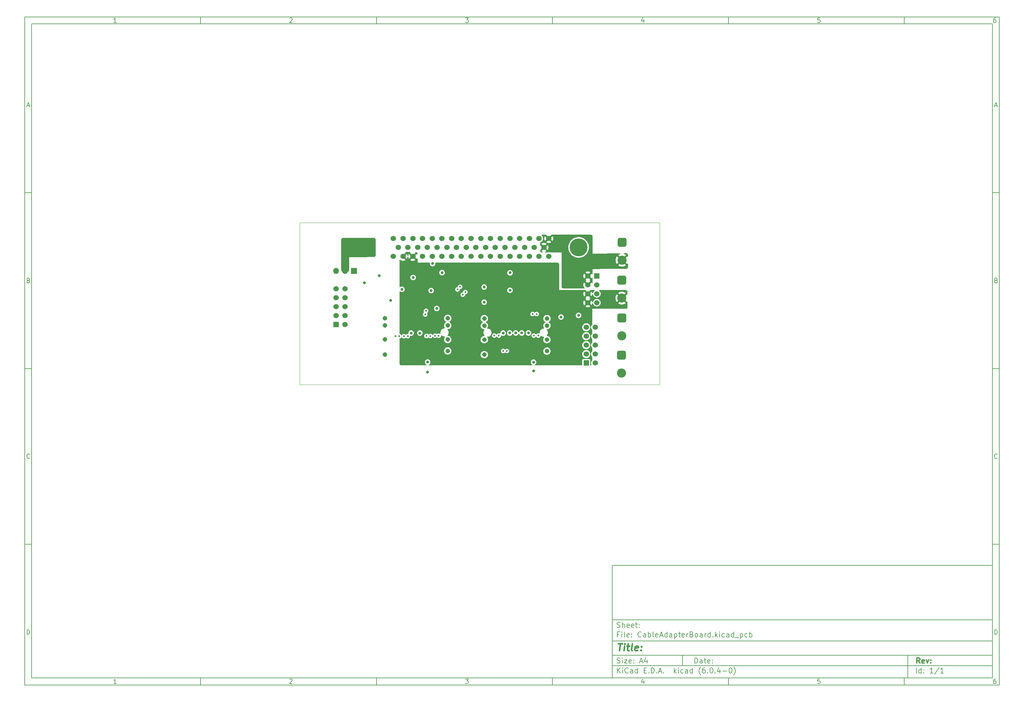
<source format=gbr>
%TF.GenerationSoftware,KiCad,Pcbnew,(6.0.4-0)*%
%TF.CreationDate,2023-08-06T12:43:48-07:00*%
%TF.ProjectId,CableAdapterBoard,4361626c-6541-4646-9170-746572426f61,rev?*%
%TF.SameCoordinates,Original*%
%TF.FileFunction,Copper,L3,Inr*%
%TF.FilePolarity,Positive*%
%FSLAX46Y46*%
G04 Gerber Fmt 4.6, Leading zero omitted, Abs format (unit mm)*
G04 Created by KiCad (PCBNEW (6.0.4-0)) date 2023-08-06 12:43:48*
%MOMM*%
%LPD*%
G01*
G04 APERTURE LIST*
G04 Aperture macros list*
%AMRoundRect*
0 Rectangle with rounded corners*
0 $1 Rounding radius*
0 $2 $3 $4 $5 $6 $7 $8 $9 X,Y pos of 4 corners*
0 Add a 4 corners polygon primitive as box body*
4,1,4,$2,$3,$4,$5,$6,$7,$8,$9,$2,$3,0*
0 Add four circle primitives for the rounded corners*
1,1,$1+$1,$2,$3*
1,1,$1+$1,$4,$5*
1,1,$1+$1,$6,$7*
1,1,$1+$1,$8,$9*
0 Add four rect primitives between the rounded corners*
20,1,$1+$1,$2,$3,$4,$5,0*
20,1,$1+$1,$4,$5,$6,$7,0*
20,1,$1+$1,$6,$7,$8,$9,0*
20,1,$1+$1,$8,$9,$2,$3,0*%
G04 Aperture macros list end*
%ADD10C,0.100000*%
%ADD11C,0.150000*%
%ADD12C,0.300000*%
%ADD13C,0.400000*%
%TA.AperFunction,Profile*%
%ADD14C,0.100000*%
%TD*%
%TA.AperFunction,ComponentPad*%
%ADD15R,1.700000X1.700000*%
%TD*%
%TA.AperFunction,ComponentPad*%
%ADD16O,1.700000X1.700000*%
%TD*%
%TA.AperFunction,ComponentPad*%
%ADD17C,1.308000*%
%TD*%
%TA.AperFunction,ComponentPad*%
%ADD18R,1.530000X1.530000*%
%TD*%
%TA.AperFunction,ComponentPad*%
%ADD19C,1.530000*%
%TD*%
%TA.AperFunction,ComponentPad*%
%ADD20RoundRect,0.650000X-0.650000X0.650000X-0.650000X-0.650000X0.650000X-0.650000X0.650000X0.650000X0*%
%TD*%
%TA.AperFunction,ComponentPad*%
%ADD21C,2.600000*%
%TD*%
%TA.AperFunction,ComponentPad*%
%ADD22C,1.524000*%
%TD*%
%TA.AperFunction,ComponentPad*%
%ADD23C,5.080000*%
%TD*%
%TA.AperFunction,ViaPad*%
%ADD24C,0.800000*%
%TD*%
%TA.AperFunction,ViaPad*%
%ADD25C,0.520700*%
%TD*%
G04 APERTURE END LIST*
D10*
D11*
X177002200Y-166007200D02*
X177002200Y-198007200D01*
X285002200Y-198007200D01*
X285002200Y-166007200D01*
X177002200Y-166007200D01*
D10*
D11*
X10000000Y-10000000D02*
X10000000Y-200007200D01*
X287002200Y-200007200D01*
X287002200Y-10000000D01*
X10000000Y-10000000D01*
D10*
D11*
X12000000Y-12000000D02*
X12000000Y-198007200D01*
X285002200Y-198007200D01*
X285002200Y-12000000D01*
X12000000Y-12000000D01*
D10*
D11*
X60000000Y-12000000D02*
X60000000Y-10000000D01*
D10*
D11*
X110000000Y-12000000D02*
X110000000Y-10000000D01*
D10*
D11*
X160000000Y-12000000D02*
X160000000Y-10000000D01*
D10*
D11*
X210000000Y-12000000D02*
X210000000Y-10000000D01*
D10*
D11*
X260000000Y-12000000D02*
X260000000Y-10000000D01*
D10*
D11*
X36065476Y-11588095D02*
X35322619Y-11588095D01*
X35694047Y-11588095D02*
X35694047Y-10288095D01*
X35570238Y-10473809D01*
X35446428Y-10597619D01*
X35322619Y-10659523D01*
D10*
D11*
X85322619Y-10411904D02*
X85384523Y-10350000D01*
X85508333Y-10288095D01*
X85817857Y-10288095D01*
X85941666Y-10350000D01*
X86003571Y-10411904D01*
X86065476Y-10535714D01*
X86065476Y-10659523D01*
X86003571Y-10845238D01*
X85260714Y-11588095D01*
X86065476Y-11588095D01*
D10*
D11*
X135260714Y-10288095D02*
X136065476Y-10288095D01*
X135632142Y-10783333D01*
X135817857Y-10783333D01*
X135941666Y-10845238D01*
X136003571Y-10907142D01*
X136065476Y-11030952D01*
X136065476Y-11340476D01*
X136003571Y-11464285D01*
X135941666Y-11526190D01*
X135817857Y-11588095D01*
X135446428Y-11588095D01*
X135322619Y-11526190D01*
X135260714Y-11464285D01*
D10*
D11*
X185941666Y-10721428D02*
X185941666Y-11588095D01*
X185632142Y-10226190D02*
X185322619Y-11154761D01*
X186127380Y-11154761D01*
D10*
D11*
X236003571Y-10288095D02*
X235384523Y-10288095D01*
X235322619Y-10907142D01*
X235384523Y-10845238D01*
X235508333Y-10783333D01*
X235817857Y-10783333D01*
X235941666Y-10845238D01*
X236003571Y-10907142D01*
X236065476Y-11030952D01*
X236065476Y-11340476D01*
X236003571Y-11464285D01*
X235941666Y-11526190D01*
X235817857Y-11588095D01*
X235508333Y-11588095D01*
X235384523Y-11526190D01*
X235322619Y-11464285D01*
D10*
D11*
X285941666Y-10288095D02*
X285694047Y-10288095D01*
X285570238Y-10350000D01*
X285508333Y-10411904D01*
X285384523Y-10597619D01*
X285322619Y-10845238D01*
X285322619Y-11340476D01*
X285384523Y-11464285D01*
X285446428Y-11526190D01*
X285570238Y-11588095D01*
X285817857Y-11588095D01*
X285941666Y-11526190D01*
X286003571Y-11464285D01*
X286065476Y-11340476D01*
X286065476Y-11030952D01*
X286003571Y-10907142D01*
X285941666Y-10845238D01*
X285817857Y-10783333D01*
X285570238Y-10783333D01*
X285446428Y-10845238D01*
X285384523Y-10907142D01*
X285322619Y-11030952D01*
D10*
D11*
X60000000Y-198007200D02*
X60000000Y-200007200D01*
D10*
D11*
X110000000Y-198007200D02*
X110000000Y-200007200D01*
D10*
D11*
X160000000Y-198007200D02*
X160000000Y-200007200D01*
D10*
D11*
X210000000Y-198007200D02*
X210000000Y-200007200D01*
D10*
D11*
X260000000Y-198007200D02*
X260000000Y-200007200D01*
D10*
D11*
X36065476Y-199595295D02*
X35322619Y-199595295D01*
X35694047Y-199595295D02*
X35694047Y-198295295D01*
X35570238Y-198481009D01*
X35446428Y-198604819D01*
X35322619Y-198666723D01*
D10*
D11*
X85322619Y-198419104D02*
X85384523Y-198357200D01*
X85508333Y-198295295D01*
X85817857Y-198295295D01*
X85941666Y-198357200D01*
X86003571Y-198419104D01*
X86065476Y-198542914D01*
X86065476Y-198666723D01*
X86003571Y-198852438D01*
X85260714Y-199595295D01*
X86065476Y-199595295D01*
D10*
D11*
X135260714Y-198295295D02*
X136065476Y-198295295D01*
X135632142Y-198790533D01*
X135817857Y-198790533D01*
X135941666Y-198852438D01*
X136003571Y-198914342D01*
X136065476Y-199038152D01*
X136065476Y-199347676D01*
X136003571Y-199471485D01*
X135941666Y-199533390D01*
X135817857Y-199595295D01*
X135446428Y-199595295D01*
X135322619Y-199533390D01*
X135260714Y-199471485D01*
D10*
D11*
X185941666Y-198728628D02*
X185941666Y-199595295D01*
X185632142Y-198233390D02*
X185322619Y-199161961D01*
X186127380Y-199161961D01*
D10*
D11*
X236003571Y-198295295D02*
X235384523Y-198295295D01*
X235322619Y-198914342D01*
X235384523Y-198852438D01*
X235508333Y-198790533D01*
X235817857Y-198790533D01*
X235941666Y-198852438D01*
X236003571Y-198914342D01*
X236065476Y-199038152D01*
X236065476Y-199347676D01*
X236003571Y-199471485D01*
X235941666Y-199533390D01*
X235817857Y-199595295D01*
X235508333Y-199595295D01*
X235384523Y-199533390D01*
X235322619Y-199471485D01*
D10*
D11*
X285941666Y-198295295D02*
X285694047Y-198295295D01*
X285570238Y-198357200D01*
X285508333Y-198419104D01*
X285384523Y-198604819D01*
X285322619Y-198852438D01*
X285322619Y-199347676D01*
X285384523Y-199471485D01*
X285446428Y-199533390D01*
X285570238Y-199595295D01*
X285817857Y-199595295D01*
X285941666Y-199533390D01*
X286003571Y-199471485D01*
X286065476Y-199347676D01*
X286065476Y-199038152D01*
X286003571Y-198914342D01*
X285941666Y-198852438D01*
X285817857Y-198790533D01*
X285570238Y-198790533D01*
X285446428Y-198852438D01*
X285384523Y-198914342D01*
X285322619Y-199038152D01*
D10*
D11*
X10000000Y-60000000D02*
X12000000Y-60000000D01*
D10*
D11*
X10000000Y-110000000D02*
X12000000Y-110000000D01*
D10*
D11*
X10000000Y-160000000D02*
X12000000Y-160000000D01*
D10*
D11*
X10690476Y-35216666D02*
X11309523Y-35216666D01*
X10566666Y-35588095D02*
X11000000Y-34288095D01*
X11433333Y-35588095D01*
D10*
D11*
X11092857Y-84907142D02*
X11278571Y-84969047D01*
X11340476Y-85030952D01*
X11402380Y-85154761D01*
X11402380Y-85340476D01*
X11340476Y-85464285D01*
X11278571Y-85526190D01*
X11154761Y-85588095D01*
X10659523Y-85588095D01*
X10659523Y-84288095D01*
X11092857Y-84288095D01*
X11216666Y-84350000D01*
X11278571Y-84411904D01*
X11340476Y-84535714D01*
X11340476Y-84659523D01*
X11278571Y-84783333D01*
X11216666Y-84845238D01*
X11092857Y-84907142D01*
X10659523Y-84907142D01*
D10*
D11*
X11402380Y-135464285D02*
X11340476Y-135526190D01*
X11154761Y-135588095D01*
X11030952Y-135588095D01*
X10845238Y-135526190D01*
X10721428Y-135402380D01*
X10659523Y-135278571D01*
X10597619Y-135030952D01*
X10597619Y-134845238D01*
X10659523Y-134597619D01*
X10721428Y-134473809D01*
X10845238Y-134350000D01*
X11030952Y-134288095D01*
X11154761Y-134288095D01*
X11340476Y-134350000D01*
X11402380Y-134411904D01*
D10*
D11*
X10659523Y-185588095D02*
X10659523Y-184288095D01*
X10969047Y-184288095D01*
X11154761Y-184350000D01*
X11278571Y-184473809D01*
X11340476Y-184597619D01*
X11402380Y-184845238D01*
X11402380Y-185030952D01*
X11340476Y-185278571D01*
X11278571Y-185402380D01*
X11154761Y-185526190D01*
X10969047Y-185588095D01*
X10659523Y-185588095D01*
D10*
D11*
X287002200Y-60000000D02*
X285002200Y-60000000D01*
D10*
D11*
X287002200Y-110000000D02*
X285002200Y-110000000D01*
D10*
D11*
X287002200Y-160000000D02*
X285002200Y-160000000D01*
D10*
D11*
X285692676Y-35216666D02*
X286311723Y-35216666D01*
X285568866Y-35588095D02*
X286002200Y-34288095D01*
X286435533Y-35588095D01*
D10*
D11*
X286095057Y-84907142D02*
X286280771Y-84969047D01*
X286342676Y-85030952D01*
X286404580Y-85154761D01*
X286404580Y-85340476D01*
X286342676Y-85464285D01*
X286280771Y-85526190D01*
X286156961Y-85588095D01*
X285661723Y-85588095D01*
X285661723Y-84288095D01*
X286095057Y-84288095D01*
X286218866Y-84350000D01*
X286280771Y-84411904D01*
X286342676Y-84535714D01*
X286342676Y-84659523D01*
X286280771Y-84783333D01*
X286218866Y-84845238D01*
X286095057Y-84907142D01*
X285661723Y-84907142D01*
D10*
D11*
X286404580Y-135464285D02*
X286342676Y-135526190D01*
X286156961Y-135588095D01*
X286033152Y-135588095D01*
X285847438Y-135526190D01*
X285723628Y-135402380D01*
X285661723Y-135278571D01*
X285599819Y-135030952D01*
X285599819Y-134845238D01*
X285661723Y-134597619D01*
X285723628Y-134473809D01*
X285847438Y-134350000D01*
X286033152Y-134288095D01*
X286156961Y-134288095D01*
X286342676Y-134350000D01*
X286404580Y-134411904D01*
D10*
D11*
X285661723Y-185588095D02*
X285661723Y-184288095D01*
X285971247Y-184288095D01*
X286156961Y-184350000D01*
X286280771Y-184473809D01*
X286342676Y-184597619D01*
X286404580Y-184845238D01*
X286404580Y-185030952D01*
X286342676Y-185278571D01*
X286280771Y-185402380D01*
X286156961Y-185526190D01*
X285971247Y-185588095D01*
X285661723Y-185588095D01*
D10*
D11*
X200434342Y-193785771D02*
X200434342Y-192285771D01*
X200791485Y-192285771D01*
X201005771Y-192357200D01*
X201148628Y-192500057D01*
X201220057Y-192642914D01*
X201291485Y-192928628D01*
X201291485Y-193142914D01*
X201220057Y-193428628D01*
X201148628Y-193571485D01*
X201005771Y-193714342D01*
X200791485Y-193785771D01*
X200434342Y-193785771D01*
X202577200Y-193785771D02*
X202577200Y-193000057D01*
X202505771Y-192857200D01*
X202362914Y-192785771D01*
X202077200Y-192785771D01*
X201934342Y-192857200D01*
X202577200Y-193714342D02*
X202434342Y-193785771D01*
X202077200Y-193785771D01*
X201934342Y-193714342D01*
X201862914Y-193571485D01*
X201862914Y-193428628D01*
X201934342Y-193285771D01*
X202077200Y-193214342D01*
X202434342Y-193214342D01*
X202577200Y-193142914D01*
X203077200Y-192785771D02*
X203648628Y-192785771D01*
X203291485Y-192285771D02*
X203291485Y-193571485D01*
X203362914Y-193714342D01*
X203505771Y-193785771D01*
X203648628Y-193785771D01*
X204720057Y-193714342D02*
X204577200Y-193785771D01*
X204291485Y-193785771D01*
X204148628Y-193714342D01*
X204077200Y-193571485D01*
X204077200Y-193000057D01*
X204148628Y-192857200D01*
X204291485Y-192785771D01*
X204577200Y-192785771D01*
X204720057Y-192857200D01*
X204791485Y-193000057D01*
X204791485Y-193142914D01*
X204077200Y-193285771D01*
X205434342Y-193642914D02*
X205505771Y-193714342D01*
X205434342Y-193785771D01*
X205362914Y-193714342D01*
X205434342Y-193642914D01*
X205434342Y-193785771D01*
X205434342Y-192857200D02*
X205505771Y-192928628D01*
X205434342Y-193000057D01*
X205362914Y-192928628D01*
X205434342Y-192857200D01*
X205434342Y-193000057D01*
D10*
D11*
X177002200Y-194507200D02*
X285002200Y-194507200D01*
D10*
D11*
X178434342Y-196585771D02*
X178434342Y-195085771D01*
X179291485Y-196585771D02*
X178648628Y-195728628D01*
X179291485Y-195085771D02*
X178434342Y-195942914D01*
X179934342Y-196585771D02*
X179934342Y-195585771D01*
X179934342Y-195085771D02*
X179862914Y-195157200D01*
X179934342Y-195228628D01*
X180005771Y-195157200D01*
X179934342Y-195085771D01*
X179934342Y-195228628D01*
X181505771Y-196442914D02*
X181434342Y-196514342D01*
X181220057Y-196585771D01*
X181077200Y-196585771D01*
X180862914Y-196514342D01*
X180720057Y-196371485D01*
X180648628Y-196228628D01*
X180577200Y-195942914D01*
X180577200Y-195728628D01*
X180648628Y-195442914D01*
X180720057Y-195300057D01*
X180862914Y-195157200D01*
X181077200Y-195085771D01*
X181220057Y-195085771D01*
X181434342Y-195157200D01*
X181505771Y-195228628D01*
X182791485Y-196585771D02*
X182791485Y-195800057D01*
X182720057Y-195657200D01*
X182577200Y-195585771D01*
X182291485Y-195585771D01*
X182148628Y-195657200D01*
X182791485Y-196514342D02*
X182648628Y-196585771D01*
X182291485Y-196585771D01*
X182148628Y-196514342D01*
X182077200Y-196371485D01*
X182077200Y-196228628D01*
X182148628Y-196085771D01*
X182291485Y-196014342D01*
X182648628Y-196014342D01*
X182791485Y-195942914D01*
X184148628Y-196585771D02*
X184148628Y-195085771D01*
X184148628Y-196514342D02*
X184005771Y-196585771D01*
X183720057Y-196585771D01*
X183577200Y-196514342D01*
X183505771Y-196442914D01*
X183434342Y-196300057D01*
X183434342Y-195871485D01*
X183505771Y-195728628D01*
X183577200Y-195657200D01*
X183720057Y-195585771D01*
X184005771Y-195585771D01*
X184148628Y-195657200D01*
X186005771Y-195800057D02*
X186505771Y-195800057D01*
X186720057Y-196585771D02*
X186005771Y-196585771D01*
X186005771Y-195085771D01*
X186720057Y-195085771D01*
X187362914Y-196442914D02*
X187434342Y-196514342D01*
X187362914Y-196585771D01*
X187291485Y-196514342D01*
X187362914Y-196442914D01*
X187362914Y-196585771D01*
X188077200Y-196585771D02*
X188077200Y-195085771D01*
X188434342Y-195085771D01*
X188648628Y-195157200D01*
X188791485Y-195300057D01*
X188862914Y-195442914D01*
X188934342Y-195728628D01*
X188934342Y-195942914D01*
X188862914Y-196228628D01*
X188791485Y-196371485D01*
X188648628Y-196514342D01*
X188434342Y-196585771D01*
X188077200Y-196585771D01*
X189577200Y-196442914D02*
X189648628Y-196514342D01*
X189577200Y-196585771D01*
X189505771Y-196514342D01*
X189577200Y-196442914D01*
X189577200Y-196585771D01*
X190220057Y-196157200D02*
X190934342Y-196157200D01*
X190077200Y-196585771D02*
X190577200Y-195085771D01*
X191077200Y-196585771D01*
X191577200Y-196442914D02*
X191648628Y-196514342D01*
X191577200Y-196585771D01*
X191505771Y-196514342D01*
X191577200Y-196442914D01*
X191577200Y-196585771D01*
X194577200Y-196585771D02*
X194577200Y-195085771D01*
X194720057Y-196014342D02*
X195148628Y-196585771D01*
X195148628Y-195585771D02*
X194577200Y-196157200D01*
X195791485Y-196585771D02*
X195791485Y-195585771D01*
X195791485Y-195085771D02*
X195720057Y-195157200D01*
X195791485Y-195228628D01*
X195862914Y-195157200D01*
X195791485Y-195085771D01*
X195791485Y-195228628D01*
X197148628Y-196514342D02*
X197005771Y-196585771D01*
X196720057Y-196585771D01*
X196577200Y-196514342D01*
X196505771Y-196442914D01*
X196434342Y-196300057D01*
X196434342Y-195871485D01*
X196505771Y-195728628D01*
X196577200Y-195657200D01*
X196720057Y-195585771D01*
X197005771Y-195585771D01*
X197148628Y-195657200D01*
X198434342Y-196585771D02*
X198434342Y-195800057D01*
X198362914Y-195657200D01*
X198220057Y-195585771D01*
X197934342Y-195585771D01*
X197791485Y-195657200D01*
X198434342Y-196514342D02*
X198291485Y-196585771D01*
X197934342Y-196585771D01*
X197791485Y-196514342D01*
X197720057Y-196371485D01*
X197720057Y-196228628D01*
X197791485Y-196085771D01*
X197934342Y-196014342D01*
X198291485Y-196014342D01*
X198434342Y-195942914D01*
X199791485Y-196585771D02*
X199791485Y-195085771D01*
X199791485Y-196514342D02*
X199648628Y-196585771D01*
X199362914Y-196585771D01*
X199220057Y-196514342D01*
X199148628Y-196442914D01*
X199077200Y-196300057D01*
X199077200Y-195871485D01*
X199148628Y-195728628D01*
X199220057Y-195657200D01*
X199362914Y-195585771D01*
X199648628Y-195585771D01*
X199791485Y-195657200D01*
X202077200Y-197157200D02*
X202005771Y-197085771D01*
X201862914Y-196871485D01*
X201791485Y-196728628D01*
X201720057Y-196514342D01*
X201648628Y-196157200D01*
X201648628Y-195871485D01*
X201720057Y-195514342D01*
X201791485Y-195300057D01*
X201862914Y-195157200D01*
X202005771Y-194942914D01*
X202077200Y-194871485D01*
X203291485Y-195085771D02*
X203005771Y-195085771D01*
X202862914Y-195157200D01*
X202791485Y-195228628D01*
X202648628Y-195442914D01*
X202577200Y-195728628D01*
X202577200Y-196300057D01*
X202648628Y-196442914D01*
X202720057Y-196514342D01*
X202862914Y-196585771D01*
X203148628Y-196585771D01*
X203291485Y-196514342D01*
X203362914Y-196442914D01*
X203434342Y-196300057D01*
X203434342Y-195942914D01*
X203362914Y-195800057D01*
X203291485Y-195728628D01*
X203148628Y-195657200D01*
X202862914Y-195657200D01*
X202720057Y-195728628D01*
X202648628Y-195800057D01*
X202577200Y-195942914D01*
X204077200Y-196442914D02*
X204148628Y-196514342D01*
X204077200Y-196585771D01*
X204005771Y-196514342D01*
X204077200Y-196442914D01*
X204077200Y-196585771D01*
X205077200Y-195085771D02*
X205220057Y-195085771D01*
X205362914Y-195157200D01*
X205434342Y-195228628D01*
X205505771Y-195371485D01*
X205577200Y-195657200D01*
X205577200Y-196014342D01*
X205505771Y-196300057D01*
X205434342Y-196442914D01*
X205362914Y-196514342D01*
X205220057Y-196585771D01*
X205077200Y-196585771D01*
X204934342Y-196514342D01*
X204862914Y-196442914D01*
X204791485Y-196300057D01*
X204720057Y-196014342D01*
X204720057Y-195657200D01*
X204791485Y-195371485D01*
X204862914Y-195228628D01*
X204934342Y-195157200D01*
X205077200Y-195085771D01*
X206220057Y-196442914D02*
X206291485Y-196514342D01*
X206220057Y-196585771D01*
X206148628Y-196514342D01*
X206220057Y-196442914D01*
X206220057Y-196585771D01*
X207577200Y-195585771D02*
X207577200Y-196585771D01*
X207220057Y-195014342D02*
X206862914Y-196085771D01*
X207791485Y-196085771D01*
X208362914Y-196014342D02*
X209505771Y-196014342D01*
X210505771Y-195085771D02*
X210648628Y-195085771D01*
X210791485Y-195157200D01*
X210862914Y-195228628D01*
X210934342Y-195371485D01*
X211005771Y-195657200D01*
X211005771Y-196014342D01*
X210934342Y-196300057D01*
X210862914Y-196442914D01*
X210791485Y-196514342D01*
X210648628Y-196585771D01*
X210505771Y-196585771D01*
X210362914Y-196514342D01*
X210291485Y-196442914D01*
X210220057Y-196300057D01*
X210148628Y-196014342D01*
X210148628Y-195657200D01*
X210220057Y-195371485D01*
X210291485Y-195228628D01*
X210362914Y-195157200D01*
X210505771Y-195085771D01*
X211505771Y-197157200D02*
X211577200Y-197085771D01*
X211720057Y-196871485D01*
X211791485Y-196728628D01*
X211862914Y-196514342D01*
X211934342Y-196157200D01*
X211934342Y-195871485D01*
X211862914Y-195514342D01*
X211791485Y-195300057D01*
X211720057Y-195157200D01*
X211577200Y-194942914D01*
X211505771Y-194871485D01*
D10*
D11*
X177002200Y-191507200D02*
X285002200Y-191507200D01*
D10*
D12*
X264411485Y-193785771D02*
X263911485Y-193071485D01*
X263554342Y-193785771D02*
X263554342Y-192285771D01*
X264125771Y-192285771D01*
X264268628Y-192357200D01*
X264340057Y-192428628D01*
X264411485Y-192571485D01*
X264411485Y-192785771D01*
X264340057Y-192928628D01*
X264268628Y-193000057D01*
X264125771Y-193071485D01*
X263554342Y-193071485D01*
X265625771Y-193714342D02*
X265482914Y-193785771D01*
X265197200Y-193785771D01*
X265054342Y-193714342D01*
X264982914Y-193571485D01*
X264982914Y-193000057D01*
X265054342Y-192857200D01*
X265197200Y-192785771D01*
X265482914Y-192785771D01*
X265625771Y-192857200D01*
X265697200Y-193000057D01*
X265697200Y-193142914D01*
X264982914Y-193285771D01*
X266197200Y-192785771D02*
X266554342Y-193785771D01*
X266911485Y-192785771D01*
X267482914Y-193642914D02*
X267554342Y-193714342D01*
X267482914Y-193785771D01*
X267411485Y-193714342D01*
X267482914Y-193642914D01*
X267482914Y-193785771D01*
X267482914Y-192857200D02*
X267554342Y-192928628D01*
X267482914Y-193000057D01*
X267411485Y-192928628D01*
X267482914Y-192857200D01*
X267482914Y-193000057D01*
D10*
D11*
X178362914Y-193714342D02*
X178577200Y-193785771D01*
X178934342Y-193785771D01*
X179077200Y-193714342D01*
X179148628Y-193642914D01*
X179220057Y-193500057D01*
X179220057Y-193357200D01*
X179148628Y-193214342D01*
X179077200Y-193142914D01*
X178934342Y-193071485D01*
X178648628Y-193000057D01*
X178505771Y-192928628D01*
X178434342Y-192857200D01*
X178362914Y-192714342D01*
X178362914Y-192571485D01*
X178434342Y-192428628D01*
X178505771Y-192357200D01*
X178648628Y-192285771D01*
X179005771Y-192285771D01*
X179220057Y-192357200D01*
X179862914Y-193785771D02*
X179862914Y-192785771D01*
X179862914Y-192285771D02*
X179791485Y-192357200D01*
X179862914Y-192428628D01*
X179934342Y-192357200D01*
X179862914Y-192285771D01*
X179862914Y-192428628D01*
X180434342Y-192785771D02*
X181220057Y-192785771D01*
X180434342Y-193785771D01*
X181220057Y-193785771D01*
X182362914Y-193714342D02*
X182220057Y-193785771D01*
X181934342Y-193785771D01*
X181791485Y-193714342D01*
X181720057Y-193571485D01*
X181720057Y-193000057D01*
X181791485Y-192857200D01*
X181934342Y-192785771D01*
X182220057Y-192785771D01*
X182362914Y-192857200D01*
X182434342Y-193000057D01*
X182434342Y-193142914D01*
X181720057Y-193285771D01*
X183077200Y-193642914D02*
X183148628Y-193714342D01*
X183077200Y-193785771D01*
X183005771Y-193714342D01*
X183077200Y-193642914D01*
X183077200Y-193785771D01*
X183077200Y-192857200D02*
X183148628Y-192928628D01*
X183077200Y-193000057D01*
X183005771Y-192928628D01*
X183077200Y-192857200D01*
X183077200Y-193000057D01*
X184862914Y-193357200D02*
X185577200Y-193357200D01*
X184720057Y-193785771D02*
X185220057Y-192285771D01*
X185720057Y-193785771D01*
X186862914Y-192785771D02*
X186862914Y-193785771D01*
X186505771Y-192214342D02*
X186148628Y-193285771D01*
X187077200Y-193285771D01*
D10*
D11*
X263434342Y-196585771D02*
X263434342Y-195085771D01*
X264791485Y-196585771D02*
X264791485Y-195085771D01*
X264791485Y-196514342D02*
X264648628Y-196585771D01*
X264362914Y-196585771D01*
X264220057Y-196514342D01*
X264148628Y-196442914D01*
X264077200Y-196300057D01*
X264077200Y-195871485D01*
X264148628Y-195728628D01*
X264220057Y-195657200D01*
X264362914Y-195585771D01*
X264648628Y-195585771D01*
X264791485Y-195657200D01*
X265505771Y-196442914D02*
X265577200Y-196514342D01*
X265505771Y-196585771D01*
X265434342Y-196514342D01*
X265505771Y-196442914D01*
X265505771Y-196585771D01*
X265505771Y-195657200D02*
X265577200Y-195728628D01*
X265505771Y-195800057D01*
X265434342Y-195728628D01*
X265505771Y-195657200D01*
X265505771Y-195800057D01*
X268148628Y-196585771D02*
X267291485Y-196585771D01*
X267720057Y-196585771D02*
X267720057Y-195085771D01*
X267577200Y-195300057D01*
X267434342Y-195442914D01*
X267291485Y-195514342D01*
X269862914Y-195014342D02*
X268577200Y-196942914D01*
X271148628Y-196585771D02*
X270291485Y-196585771D01*
X270720057Y-196585771D02*
X270720057Y-195085771D01*
X270577200Y-195300057D01*
X270434342Y-195442914D01*
X270291485Y-195514342D01*
D10*
D11*
X177002200Y-187507200D02*
X285002200Y-187507200D01*
D10*
D13*
X178714580Y-188211961D02*
X179857438Y-188211961D01*
X179036009Y-190211961D02*
X179286009Y-188211961D01*
X180274104Y-190211961D02*
X180440771Y-188878628D01*
X180524104Y-188211961D02*
X180416961Y-188307200D01*
X180500295Y-188402438D01*
X180607438Y-188307200D01*
X180524104Y-188211961D01*
X180500295Y-188402438D01*
X181107438Y-188878628D02*
X181869342Y-188878628D01*
X181476485Y-188211961D02*
X181262200Y-189926247D01*
X181333628Y-190116723D01*
X181512200Y-190211961D01*
X181702676Y-190211961D01*
X182655057Y-190211961D02*
X182476485Y-190116723D01*
X182405057Y-189926247D01*
X182619342Y-188211961D01*
X184190771Y-190116723D02*
X183988390Y-190211961D01*
X183607438Y-190211961D01*
X183428866Y-190116723D01*
X183357438Y-189926247D01*
X183452676Y-189164342D01*
X183571723Y-188973866D01*
X183774104Y-188878628D01*
X184155057Y-188878628D01*
X184333628Y-188973866D01*
X184405057Y-189164342D01*
X184381247Y-189354819D01*
X183405057Y-189545295D01*
X185155057Y-190021485D02*
X185238390Y-190116723D01*
X185131247Y-190211961D01*
X185047914Y-190116723D01*
X185155057Y-190021485D01*
X185131247Y-190211961D01*
X185286009Y-188973866D02*
X185369342Y-189069104D01*
X185262200Y-189164342D01*
X185178866Y-189069104D01*
X185286009Y-188973866D01*
X185262200Y-189164342D01*
D10*
D11*
X178934342Y-185600057D02*
X178434342Y-185600057D01*
X178434342Y-186385771D02*
X178434342Y-184885771D01*
X179148628Y-184885771D01*
X179720057Y-186385771D02*
X179720057Y-185385771D01*
X179720057Y-184885771D02*
X179648628Y-184957200D01*
X179720057Y-185028628D01*
X179791485Y-184957200D01*
X179720057Y-184885771D01*
X179720057Y-185028628D01*
X180648628Y-186385771D02*
X180505771Y-186314342D01*
X180434342Y-186171485D01*
X180434342Y-184885771D01*
X181791485Y-186314342D02*
X181648628Y-186385771D01*
X181362914Y-186385771D01*
X181220057Y-186314342D01*
X181148628Y-186171485D01*
X181148628Y-185600057D01*
X181220057Y-185457200D01*
X181362914Y-185385771D01*
X181648628Y-185385771D01*
X181791485Y-185457200D01*
X181862914Y-185600057D01*
X181862914Y-185742914D01*
X181148628Y-185885771D01*
X182505771Y-186242914D02*
X182577200Y-186314342D01*
X182505771Y-186385771D01*
X182434342Y-186314342D01*
X182505771Y-186242914D01*
X182505771Y-186385771D01*
X182505771Y-185457200D02*
X182577200Y-185528628D01*
X182505771Y-185600057D01*
X182434342Y-185528628D01*
X182505771Y-185457200D01*
X182505771Y-185600057D01*
X185220057Y-186242914D02*
X185148628Y-186314342D01*
X184934342Y-186385771D01*
X184791485Y-186385771D01*
X184577200Y-186314342D01*
X184434342Y-186171485D01*
X184362914Y-186028628D01*
X184291485Y-185742914D01*
X184291485Y-185528628D01*
X184362914Y-185242914D01*
X184434342Y-185100057D01*
X184577200Y-184957200D01*
X184791485Y-184885771D01*
X184934342Y-184885771D01*
X185148628Y-184957200D01*
X185220057Y-185028628D01*
X186505771Y-186385771D02*
X186505771Y-185600057D01*
X186434342Y-185457200D01*
X186291485Y-185385771D01*
X186005771Y-185385771D01*
X185862914Y-185457200D01*
X186505771Y-186314342D02*
X186362914Y-186385771D01*
X186005771Y-186385771D01*
X185862914Y-186314342D01*
X185791485Y-186171485D01*
X185791485Y-186028628D01*
X185862914Y-185885771D01*
X186005771Y-185814342D01*
X186362914Y-185814342D01*
X186505771Y-185742914D01*
X187220057Y-186385771D02*
X187220057Y-184885771D01*
X187220057Y-185457200D02*
X187362914Y-185385771D01*
X187648628Y-185385771D01*
X187791485Y-185457200D01*
X187862914Y-185528628D01*
X187934342Y-185671485D01*
X187934342Y-186100057D01*
X187862914Y-186242914D01*
X187791485Y-186314342D01*
X187648628Y-186385771D01*
X187362914Y-186385771D01*
X187220057Y-186314342D01*
X188791485Y-186385771D02*
X188648628Y-186314342D01*
X188577200Y-186171485D01*
X188577200Y-184885771D01*
X189934342Y-186314342D02*
X189791485Y-186385771D01*
X189505771Y-186385771D01*
X189362914Y-186314342D01*
X189291485Y-186171485D01*
X189291485Y-185600057D01*
X189362914Y-185457200D01*
X189505771Y-185385771D01*
X189791485Y-185385771D01*
X189934342Y-185457200D01*
X190005771Y-185600057D01*
X190005771Y-185742914D01*
X189291485Y-185885771D01*
X190577200Y-185957200D02*
X191291485Y-185957200D01*
X190434342Y-186385771D02*
X190934342Y-184885771D01*
X191434342Y-186385771D01*
X192577200Y-186385771D02*
X192577200Y-184885771D01*
X192577200Y-186314342D02*
X192434342Y-186385771D01*
X192148628Y-186385771D01*
X192005771Y-186314342D01*
X191934342Y-186242914D01*
X191862914Y-186100057D01*
X191862914Y-185671485D01*
X191934342Y-185528628D01*
X192005771Y-185457200D01*
X192148628Y-185385771D01*
X192434342Y-185385771D01*
X192577200Y-185457200D01*
X193934342Y-186385771D02*
X193934342Y-185600057D01*
X193862914Y-185457200D01*
X193720057Y-185385771D01*
X193434342Y-185385771D01*
X193291485Y-185457200D01*
X193934342Y-186314342D02*
X193791485Y-186385771D01*
X193434342Y-186385771D01*
X193291485Y-186314342D01*
X193220057Y-186171485D01*
X193220057Y-186028628D01*
X193291485Y-185885771D01*
X193434342Y-185814342D01*
X193791485Y-185814342D01*
X193934342Y-185742914D01*
X194648628Y-185385771D02*
X194648628Y-186885771D01*
X194648628Y-185457200D02*
X194791485Y-185385771D01*
X195077200Y-185385771D01*
X195220057Y-185457200D01*
X195291485Y-185528628D01*
X195362914Y-185671485D01*
X195362914Y-186100057D01*
X195291485Y-186242914D01*
X195220057Y-186314342D01*
X195077200Y-186385771D01*
X194791485Y-186385771D01*
X194648628Y-186314342D01*
X195791485Y-185385771D02*
X196362914Y-185385771D01*
X196005771Y-184885771D02*
X196005771Y-186171485D01*
X196077200Y-186314342D01*
X196220057Y-186385771D01*
X196362914Y-186385771D01*
X197434342Y-186314342D02*
X197291485Y-186385771D01*
X197005771Y-186385771D01*
X196862914Y-186314342D01*
X196791485Y-186171485D01*
X196791485Y-185600057D01*
X196862914Y-185457200D01*
X197005771Y-185385771D01*
X197291485Y-185385771D01*
X197434342Y-185457200D01*
X197505771Y-185600057D01*
X197505771Y-185742914D01*
X196791485Y-185885771D01*
X198148628Y-186385771D02*
X198148628Y-185385771D01*
X198148628Y-185671485D02*
X198220057Y-185528628D01*
X198291485Y-185457200D01*
X198434342Y-185385771D01*
X198577200Y-185385771D01*
X199577200Y-185600057D02*
X199791485Y-185671485D01*
X199862914Y-185742914D01*
X199934342Y-185885771D01*
X199934342Y-186100057D01*
X199862914Y-186242914D01*
X199791485Y-186314342D01*
X199648628Y-186385771D01*
X199077200Y-186385771D01*
X199077200Y-184885771D01*
X199577200Y-184885771D01*
X199720057Y-184957200D01*
X199791485Y-185028628D01*
X199862914Y-185171485D01*
X199862914Y-185314342D01*
X199791485Y-185457200D01*
X199720057Y-185528628D01*
X199577200Y-185600057D01*
X199077200Y-185600057D01*
X200791485Y-186385771D02*
X200648628Y-186314342D01*
X200577200Y-186242914D01*
X200505771Y-186100057D01*
X200505771Y-185671485D01*
X200577200Y-185528628D01*
X200648628Y-185457200D01*
X200791485Y-185385771D01*
X201005771Y-185385771D01*
X201148628Y-185457200D01*
X201220057Y-185528628D01*
X201291485Y-185671485D01*
X201291485Y-186100057D01*
X201220057Y-186242914D01*
X201148628Y-186314342D01*
X201005771Y-186385771D01*
X200791485Y-186385771D01*
X202577200Y-186385771D02*
X202577200Y-185600057D01*
X202505771Y-185457200D01*
X202362914Y-185385771D01*
X202077200Y-185385771D01*
X201934342Y-185457200D01*
X202577200Y-186314342D02*
X202434342Y-186385771D01*
X202077200Y-186385771D01*
X201934342Y-186314342D01*
X201862914Y-186171485D01*
X201862914Y-186028628D01*
X201934342Y-185885771D01*
X202077200Y-185814342D01*
X202434342Y-185814342D01*
X202577200Y-185742914D01*
X203291485Y-186385771D02*
X203291485Y-185385771D01*
X203291485Y-185671485D02*
X203362914Y-185528628D01*
X203434342Y-185457200D01*
X203577200Y-185385771D01*
X203720057Y-185385771D01*
X204862914Y-186385771D02*
X204862914Y-184885771D01*
X204862914Y-186314342D02*
X204720057Y-186385771D01*
X204434342Y-186385771D01*
X204291485Y-186314342D01*
X204220057Y-186242914D01*
X204148628Y-186100057D01*
X204148628Y-185671485D01*
X204220057Y-185528628D01*
X204291485Y-185457200D01*
X204434342Y-185385771D01*
X204720057Y-185385771D01*
X204862914Y-185457200D01*
X205577200Y-186242914D02*
X205648628Y-186314342D01*
X205577200Y-186385771D01*
X205505771Y-186314342D01*
X205577200Y-186242914D01*
X205577200Y-186385771D01*
X206291485Y-186385771D02*
X206291485Y-184885771D01*
X206434342Y-185814342D02*
X206862914Y-186385771D01*
X206862914Y-185385771D02*
X206291485Y-185957200D01*
X207505771Y-186385771D02*
X207505771Y-185385771D01*
X207505771Y-184885771D02*
X207434342Y-184957200D01*
X207505771Y-185028628D01*
X207577200Y-184957200D01*
X207505771Y-184885771D01*
X207505771Y-185028628D01*
X208862914Y-186314342D02*
X208720057Y-186385771D01*
X208434342Y-186385771D01*
X208291485Y-186314342D01*
X208220057Y-186242914D01*
X208148628Y-186100057D01*
X208148628Y-185671485D01*
X208220057Y-185528628D01*
X208291485Y-185457200D01*
X208434342Y-185385771D01*
X208720057Y-185385771D01*
X208862914Y-185457200D01*
X210148628Y-186385771D02*
X210148628Y-185600057D01*
X210077200Y-185457200D01*
X209934342Y-185385771D01*
X209648628Y-185385771D01*
X209505771Y-185457200D01*
X210148628Y-186314342D02*
X210005771Y-186385771D01*
X209648628Y-186385771D01*
X209505771Y-186314342D01*
X209434342Y-186171485D01*
X209434342Y-186028628D01*
X209505771Y-185885771D01*
X209648628Y-185814342D01*
X210005771Y-185814342D01*
X210148628Y-185742914D01*
X211505771Y-186385771D02*
X211505771Y-184885771D01*
X211505771Y-186314342D02*
X211362914Y-186385771D01*
X211077200Y-186385771D01*
X210934342Y-186314342D01*
X210862914Y-186242914D01*
X210791485Y-186100057D01*
X210791485Y-185671485D01*
X210862914Y-185528628D01*
X210934342Y-185457200D01*
X211077200Y-185385771D01*
X211362914Y-185385771D01*
X211505771Y-185457200D01*
X211862914Y-186528628D02*
X213005771Y-186528628D01*
X213362914Y-185385771D02*
X213362914Y-186885771D01*
X213362914Y-185457200D02*
X213505771Y-185385771D01*
X213791485Y-185385771D01*
X213934342Y-185457200D01*
X214005771Y-185528628D01*
X214077200Y-185671485D01*
X214077200Y-186100057D01*
X214005771Y-186242914D01*
X213934342Y-186314342D01*
X213791485Y-186385771D01*
X213505771Y-186385771D01*
X213362914Y-186314342D01*
X215362914Y-186314342D02*
X215220057Y-186385771D01*
X214934342Y-186385771D01*
X214791485Y-186314342D01*
X214720057Y-186242914D01*
X214648628Y-186100057D01*
X214648628Y-185671485D01*
X214720057Y-185528628D01*
X214791485Y-185457200D01*
X214934342Y-185385771D01*
X215220057Y-185385771D01*
X215362914Y-185457200D01*
X216005771Y-186385771D02*
X216005771Y-184885771D01*
X216005771Y-185457200D02*
X216148628Y-185385771D01*
X216434342Y-185385771D01*
X216577200Y-185457200D01*
X216648628Y-185528628D01*
X216720057Y-185671485D01*
X216720057Y-186100057D01*
X216648628Y-186242914D01*
X216577200Y-186314342D01*
X216434342Y-186385771D01*
X216148628Y-186385771D01*
X216005771Y-186314342D01*
D10*
D11*
X177002200Y-181507200D02*
X285002200Y-181507200D01*
D10*
D11*
X178362914Y-183614342D02*
X178577200Y-183685771D01*
X178934342Y-183685771D01*
X179077200Y-183614342D01*
X179148628Y-183542914D01*
X179220057Y-183400057D01*
X179220057Y-183257200D01*
X179148628Y-183114342D01*
X179077200Y-183042914D01*
X178934342Y-182971485D01*
X178648628Y-182900057D01*
X178505771Y-182828628D01*
X178434342Y-182757200D01*
X178362914Y-182614342D01*
X178362914Y-182471485D01*
X178434342Y-182328628D01*
X178505771Y-182257200D01*
X178648628Y-182185771D01*
X179005771Y-182185771D01*
X179220057Y-182257200D01*
X179862914Y-183685771D02*
X179862914Y-182185771D01*
X180505771Y-183685771D02*
X180505771Y-182900057D01*
X180434342Y-182757200D01*
X180291485Y-182685771D01*
X180077200Y-182685771D01*
X179934342Y-182757200D01*
X179862914Y-182828628D01*
X181791485Y-183614342D02*
X181648628Y-183685771D01*
X181362914Y-183685771D01*
X181220057Y-183614342D01*
X181148628Y-183471485D01*
X181148628Y-182900057D01*
X181220057Y-182757200D01*
X181362914Y-182685771D01*
X181648628Y-182685771D01*
X181791485Y-182757200D01*
X181862914Y-182900057D01*
X181862914Y-183042914D01*
X181148628Y-183185771D01*
X183077200Y-183614342D02*
X182934342Y-183685771D01*
X182648628Y-183685771D01*
X182505771Y-183614342D01*
X182434342Y-183471485D01*
X182434342Y-182900057D01*
X182505771Y-182757200D01*
X182648628Y-182685771D01*
X182934342Y-182685771D01*
X183077200Y-182757200D01*
X183148628Y-182900057D01*
X183148628Y-183042914D01*
X182434342Y-183185771D01*
X183577200Y-182685771D02*
X184148628Y-182685771D01*
X183791485Y-182185771D02*
X183791485Y-183471485D01*
X183862914Y-183614342D01*
X184005771Y-183685771D01*
X184148628Y-183685771D01*
X184648628Y-183542914D02*
X184720057Y-183614342D01*
X184648628Y-183685771D01*
X184577200Y-183614342D01*
X184648628Y-183542914D01*
X184648628Y-183685771D01*
X184648628Y-182757200D02*
X184720057Y-182828628D01*
X184648628Y-182900057D01*
X184577200Y-182828628D01*
X184648628Y-182757200D01*
X184648628Y-182900057D01*
D10*
D12*
D10*
D11*
D10*
D11*
D10*
D11*
D10*
D11*
D10*
D11*
X197002200Y-191507200D02*
X197002200Y-194507200D01*
D10*
D11*
X261002200Y-191507200D02*
X261002200Y-198007200D01*
D14*
X190480000Y-68510000D02*
X190480000Y-114600000D01*
X190480000Y-114600000D02*
X88130000Y-114600000D01*
X88130000Y-114600000D02*
X88130000Y-68510000D01*
X88130000Y-68510000D02*
X162400000Y-68510000D01*
X162400000Y-68510000D02*
X190480000Y-68510000D01*
D15*
%TO.N,DGND*%
%TO.C,JP1*%
X103610000Y-82200000D03*
D16*
%TO.N,/d-sub-shield*%
X101070000Y-82200000D03*
%TO.N,AGND*%
X98530000Y-82200000D03*
%TD*%
D17*
%TO.N,DGND*%
%TO.C,J21*%
X158425000Y-105040000D03*
X158425000Y-101800000D03*
X158425000Y-97800000D03*
X158425000Y-95770000D03*
X140625000Y-95770000D03*
X140625000Y-97800000D03*
X140625000Y-101800000D03*
X140625000Y-106040000D03*
%TD*%
D18*
%TO.N,AGND*%
%TO.C,J2*%
X169595000Y-108422500D03*
D19*
%TO.N,unconnected-(J2-Pad02)*%
X169595000Y-105882500D03*
%TO.N,unconnected-(J2-Pad03)*%
X169595000Y-103342500D03*
%TO.N,unconnected-(J2-Pad04)*%
X169595000Y-100802500D03*
%TO.N,AGND*%
X169595000Y-98262500D03*
%TO.N,unconnected-(J2-Pad06)*%
X172135000Y-108422500D03*
%TO.N,unconnected-(J2-Pad07)*%
X172135000Y-105882500D03*
%TO.N,unconnected-(J2-Pad08)*%
X172135000Y-103342500D03*
%TO.N,/VDD2_Sense*%
X172135000Y-100802500D03*
%TO.N,/VDD1_Sense*%
X172135000Y-98262500D03*
%TD*%
D20*
%TO.N,DGND*%
%TO.C,TP4*%
X179600000Y-106220000D03*
D21*
%TO.N,/VDD2_Sense*%
X179600000Y-111300000D03*
%TD*%
D18*
%TO.N,AGND*%
%TO.C,J3*%
X98495000Y-97497500D03*
D19*
X98495000Y-94957500D03*
X98495000Y-92417500D03*
X98495000Y-89877500D03*
X98495000Y-87337500D03*
%TO.N,/HS_Vdiff*%
X101035000Y-97497500D03*
%TO.N,unconnected-(J3-Pad07)*%
X101035000Y-94957500D03*
%TO.N,/ADC_MON_VIN_P*%
X101035000Y-92417500D03*
%TO.N,/ADC_MON_VCOM*%
X101035000Y-89877500D03*
%TO.N,/ADC_MON_VIN_N*%
X101035000Y-87337500D03*
%TD*%
D20*
%TO.N,AGND*%
%TO.C,TP2*%
X179720000Y-84890000D03*
D21*
%TO.N,/VDD1*%
X179720000Y-89970000D03*
%TD*%
D20*
%TO.N,DGND*%
%TO.C,TP3*%
X179770000Y-74100000D03*
D21*
%TO.N,/VDD2*%
X179770000Y-79180000D03*
%TD*%
D17*
%TO.N,DGND*%
%TO.C,J31*%
X130225000Y-104990000D03*
X130225000Y-101750000D03*
X130225000Y-97750000D03*
X130225000Y-95720000D03*
X112425000Y-95720000D03*
X112425000Y-97750000D03*
X112425000Y-101750000D03*
X112425000Y-105990000D03*
%TD*%
D18*
%TO.N,AGND*%
%TO.C,J1*%
X172595000Y-83665000D03*
D19*
X172595000Y-86205000D03*
X172595000Y-88745000D03*
X172595000Y-91285000D03*
%TO.N,/VDD2*%
X170055000Y-83665000D03*
X170055000Y-86205000D03*
%TO.N,/VDD1*%
X170055000Y-88745000D03*
X170055000Y-91285000D03*
%TD*%
D22*
%TO.N,DGND*%
%TO.C,DSUB1*%
X158938600Y-78086500D03*
%TO.N,/RD_CLK_P*%
X156195400Y-78086500D03*
%TO.N,DGND*%
X153426800Y-78086500D03*
%TO.N,/DATA_OUT_1_P*%
X150658200Y-78086500D03*
%TO.N,DGND*%
X147915000Y-78086500D03*
%TO.N,/DATA_OUT_0_P*%
X145146400Y-78086500D03*
%TO.N,DGND*%
X142377800Y-78086500D03*
%TO.N,/ASIC_SR0_P*%
X139634600Y-78086500D03*
%TO.N,DGND*%
X136866000Y-78086500D03*
%TO.N,/WORD_CLK_0_N*%
X134097400Y-78086500D03*
%TO.N,/WORD_CLK_0_P*%
X131354200Y-78086500D03*
%TO.N,DGND*%
X128585600Y-78086500D03*
%TO.N,AGND*%
X125817000Y-78086500D03*
%TO.N,/HS_Vdiff*%
X123073800Y-78086500D03*
%TO.N,/VDD1*%
X120305200Y-78086500D03*
X117536600Y-78086500D03*
%TO.N,AGND*%
X114793400Y-78086500D03*
%TO.N,/VDD2*%
X157567000Y-75546500D03*
%TO.N,/RD_CLK_N*%
X154798400Y-75546500D03*
%TO.N,DGND*%
X152055200Y-75546500D03*
%TO.N,/DATA_OUT_1_N*%
X149286600Y-75546500D03*
%TO.N,DGND*%
X146518000Y-75546500D03*
%TO.N,/DATA_OUT_0_N*%
X143749400Y-75546500D03*
%TO.N,/ASIC_GR*%
X141006200Y-75546500D03*
%TO.N,/ASIC_SR0_N*%
X138237600Y-75546500D03*
%TO.N,DGND*%
X135469000Y-75546500D03*
%TO.N,/SACI_CMD_P*%
X132725800Y-75546500D03*
%TO.N,DGND*%
X129957200Y-75546500D03*
%TO.N,/SACI_CLK_P*%
X127188600Y-75546500D03*
%TO.N,/ASIC_SACI_SEL*%
X124445400Y-75546500D03*
%TO.N,AGND*%
X121676800Y-75546500D03*
%TO.N,/ADC_MON_VIN_P*%
X118908200Y-75546500D03*
%TO.N,AGND*%
X116165000Y-75546500D03*
%TO.N,/VDD2*%
X158938600Y-73006500D03*
%TO.N,/ASIC_SampClkEn_P*%
X156195400Y-73006500D03*
%TO.N,/ASIC_SampClkEn_N*%
X153426800Y-73006500D03*
%TO.N,/VDD2_Sense*%
X150658200Y-73006500D03*
%TO.N,DGND*%
X147915000Y-73006500D03*
%TO.N,/SACI_RESP_P*%
X145146400Y-73006500D03*
%TO.N,/SACI_RESP_N*%
X142377800Y-73006500D03*
%TO.N,DGND*%
X139634600Y-73006500D03*
X136866000Y-73006500D03*
%TO.N,/ASIC_PULSE*%
X134097400Y-73006500D03*
%TO.N,/SACI_CMD_N*%
X131354200Y-73006500D03*
%TO.N,DGND*%
X128585600Y-73006500D03*
%TO.N,/SACI_CLK_N*%
X125817000Y-73006500D03*
%TO.N,AGND*%
X123073800Y-73006500D03*
%TO.N,/ADC_MON_VCOM*%
X120305200Y-73006500D03*
%TO.N,/ADC_MON_VIN_N*%
X117536600Y-73006500D03*
%TO.N,/VDD1_Sense*%
X114793400Y-73006500D03*
D23*
%TO.N,/d-sub-shield*%
X106309800Y-75546500D03*
X167422200Y-75546500D03*
%TD*%
D20*
%TO.N,AGND*%
%TO.C,TP1*%
X179670000Y-95630000D03*
D21*
%TO.N,/VDD1_Sense*%
X179670000Y-100710000D03*
%TD*%
D24*
%TO.N,DGND*%
X119840000Y-99900000D03*
X147920000Y-87730000D03*
X162420000Y-95360000D03*
X145980000Y-99900000D03*
X110800000Y-83560000D03*
X125520000Y-87840000D03*
X114000000Y-90600000D03*
X128610000Y-82720000D03*
X140580000Y-86820000D03*
X125910000Y-80150000D03*
X140580000Y-91140000D03*
X117200000Y-87460000D03*
X124520000Y-108170000D03*
X147920000Y-82770000D03*
X154610000Y-108190000D03*
X120390000Y-84110000D03*
X153170000Y-99890000D03*
X122320000Y-99900000D03*
X149560000Y-99890000D03*
X151260000Y-99890000D03*
X147840000Y-99890000D03*
D25*
%TO.N,/RD_CLK_P*%
X144760000Y-100620000D03*
%TO.N,/DATA_OUT_1_P*%
X155510001Y-94499989D03*
%TO.N,/DATA_OUT_0_P*%
X155970000Y-100620000D03*
%TO.N,/ASIC_SR0_P*%
X116480006Y-100819991D03*
%TO.N,/WORD_CLK_0_N*%
X145999987Y-104999993D03*
X133746240Y-86753776D03*
X135239430Y-88246966D03*
%TO.N,/WORD_CLK_0_P*%
X147049998Y-104999993D03*
X134496962Y-88989433D03*
X133003773Y-87496244D03*
D24*
%TO.N,AGND*%
X167390000Y-94890000D03*
X154600000Y-110660000D03*
X106540000Y-85610000D03*
X124450000Y-111020000D03*
D25*
%TO.N,/RD_CLK_N*%
X143460000Y-100630000D03*
%TO.N,/DATA_OUT_1_N*%
X154359991Y-94499989D03*
%TO.N,/DATA_OUT_0_N*%
X154700000Y-100620000D03*
%TO.N,/ASIC_SR0_N*%
X115380008Y-100819991D03*
%TO.N,/SACI_CMD_P*%
X125270006Y-100740007D03*
%TO.N,/SACI_CLK_P*%
X118869993Y-100800002D03*
D24*
%TO.N,/ASIC_SACI_SEL*%
X127125000Y-92925000D03*
D25*
%TO.N,/ASIC_SampClkEn_P*%
X124060001Y-93590008D03*
%TO.N,/ASIC_SampClkEn_N*%
X123820000Y-94620000D03*
%TO.N,/SACI_RESP_P*%
X127650011Y-100670004D03*
%TO.N,/SACI_RESP_N*%
X126629998Y-100670004D03*
%TO.N,/SACI_CMD_N*%
X124170000Y-100730000D03*
%TO.N,/SACI_CLK_N*%
X117780003Y-100800002D03*
%TD*%
%TA.AperFunction,Conductor*%
%TO.N,/d-sub-shield*%
G36*
X109230188Y-72811078D02*
G01*
X109337034Y-72825145D01*
X109368805Y-72833658D01*
X109460676Y-72871712D01*
X109489162Y-72888159D01*
X109568050Y-72948692D01*
X109591308Y-72971950D01*
X109651841Y-73050838D01*
X109668288Y-73079324D01*
X109706342Y-73171195D01*
X109714855Y-73202966D01*
X109728922Y-73309812D01*
X109730000Y-73326259D01*
X109730000Y-77778482D01*
X109728935Y-77794831D01*
X109715033Y-77901065D01*
X109706618Y-77932664D01*
X109668998Y-78024085D01*
X109652736Y-78052454D01*
X109592860Y-78131114D01*
X109569849Y-78154340D01*
X109491741Y-78214949D01*
X109463531Y-78231470D01*
X109372464Y-78269936D01*
X109340946Y-78278644D01*
X109316046Y-78282138D01*
X109234846Y-78293531D01*
X109218508Y-78294748D01*
X105400438Y-78330195D01*
X102190000Y-78360000D01*
X102190000Y-81963741D01*
X102188922Y-81980188D01*
X102174855Y-82087034D01*
X102166342Y-82118805D01*
X102128288Y-82210676D01*
X102111841Y-82239162D01*
X102051308Y-82318050D01*
X102028050Y-82341308D01*
X101949162Y-82401841D01*
X101920676Y-82418288D01*
X101828805Y-82456342D01*
X101797034Y-82464855D01*
X101690188Y-82478922D01*
X101673741Y-82480000D01*
X100486259Y-82480000D01*
X100469812Y-82478922D01*
X100362966Y-82464855D01*
X100331195Y-82456342D01*
X100239324Y-82418288D01*
X100210838Y-82401841D01*
X100131950Y-82341308D01*
X100108692Y-82318050D01*
X100048159Y-82239162D01*
X100031712Y-82210676D01*
X99993658Y-82118805D01*
X99985145Y-82087034D01*
X99971078Y-81980188D01*
X99970000Y-81963741D01*
X99970000Y-73326259D01*
X99971078Y-73309812D01*
X99985145Y-73202966D01*
X99993658Y-73171195D01*
X100031712Y-73079324D01*
X100048159Y-73050838D01*
X100108692Y-72971950D01*
X100131950Y-72948692D01*
X100210838Y-72888159D01*
X100239324Y-72871712D01*
X100331195Y-72833658D01*
X100362966Y-72825145D01*
X100469812Y-72811078D01*
X100486259Y-72810000D01*
X109213741Y-72810000D01*
X109230188Y-72811078D01*
G37*
%TD.AperFunction*%
%TD*%
%TA.AperFunction,Conductor*%
%TO.N,/VDD1*%
G36*
X169383885Y-87714675D02*
G01*
X170042188Y-88372978D01*
X170056132Y-88380592D01*
X170057965Y-88380461D01*
X170064580Y-88376210D01*
X170725318Y-87715472D01*
X170771965Y-87690000D01*
X171841190Y-87690000D01*
X171909311Y-87710002D01*
X171955804Y-87763658D01*
X171965908Y-87833932D01*
X171936414Y-87898512D01*
X171920150Y-87914190D01*
X171842527Y-87976600D01*
X171707608Y-88137390D01*
X171704644Y-88142782D01*
X171704641Y-88142786D01*
X171623151Y-88291016D01*
X171606489Y-88321324D01*
X171550352Y-88498293D01*
X171548611Y-88503780D01*
X171508948Y-88562664D01*
X171443746Y-88590757D01*
X171373706Y-88579140D01*
X171321066Y-88531500D01*
X171306802Y-88498293D01*
X171257221Y-88313255D01*
X171253475Y-88302963D01*
X171163988Y-88111056D01*
X171158505Y-88101561D01*
X171127360Y-88057081D01*
X171116883Y-88048706D01*
X171103436Y-88055774D01*
X170427022Y-88732188D01*
X170419408Y-88746132D01*
X170419539Y-88747965D01*
X170423790Y-88754580D01*
X171104157Y-89434947D01*
X171115932Y-89441377D01*
X171127947Y-89432081D01*
X171158505Y-89388439D01*
X171163988Y-89378944D01*
X171253475Y-89187037D01*
X171257220Y-89176748D01*
X171307781Y-88988053D01*
X171344733Y-88927431D01*
X171408594Y-88896409D01*
X171479088Y-88904838D01*
X171533835Y-88950041D01*
X171550607Y-88985935D01*
X171586050Y-89109539D01*
X171595045Y-89140910D01*
X171597860Y-89146387D01*
X171597861Y-89146390D01*
X171613463Y-89176748D01*
X171690988Y-89327596D01*
X171694811Y-89332420D01*
X171694814Y-89332424D01*
X171773802Y-89432081D01*
X171821365Y-89492090D01*
X171826059Y-89496085D01*
X171863120Y-89527626D01*
X171981210Y-89628129D01*
X172164433Y-89730529D01*
X172364057Y-89795391D01*
X172572477Y-89820243D01*
X172578612Y-89819771D01*
X172578614Y-89819771D01*
X172775614Y-89804613D01*
X172775619Y-89804612D01*
X172781755Y-89804140D01*
X172787685Y-89802484D01*
X172787687Y-89802484D01*
X172977992Y-89749350D01*
X172977991Y-89749350D01*
X172983920Y-89747695D01*
X173014134Y-89732433D01*
X173072264Y-89703069D01*
X173171270Y-89653057D01*
X173203177Y-89628129D01*
X173331815Y-89527626D01*
X173331816Y-89527626D01*
X173336671Y-89523832D01*
X173407916Y-89441294D01*
X173469793Y-89369609D01*
X173469794Y-89369607D01*
X173473822Y-89364941D01*
X173577499Y-89182437D01*
X173643753Y-88983271D01*
X173654920Y-88894878D01*
X173669618Y-88778532D01*
X173669619Y-88778523D01*
X173670060Y-88775029D01*
X173670479Y-88745000D01*
X173649997Y-88536105D01*
X173645946Y-88522689D01*
X178637102Y-88522689D01*
X178641675Y-88532465D01*
X179707188Y-89597978D01*
X179721132Y-89605592D01*
X179722965Y-89605461D01*
X179729580Y-89601210D01*
X180794349Y-88536441D01*
X180800733Y-88524751D01*
X180791321Y-88512641D01*
X180644045Y-88410471D01*
X180636010Y-88405738D01*
X180403376Y-88291016D01*
X180394743Y-88287528D01*
X180147703Y-88208450D01*
X180138643Y-88206274D01*
X179882630Y-88164580D01*
X179873343Y-88163768D01*
X179613992Y-88160373D01*
X179604681Y-88160943D01*
X179347682Y-88195919D01*
X179338546Y-88197860D01*
X179089543Y-88270439D01*
X179080800Y-88273707D01*
X178845252Y-88382296D01*
X178837097Y-88386816D01*
X178646240Y-88511947D01*
X178637102Y-88522689D01*
X173645946Y-88522689D01*
X173589330Y-88335167D01*
X173572207Y-88302963D01*
X173493685Y-88155285D01*
X173493683Y-88155283D01*
X173490789Y-88149839D01*
X173408239Y-88048623D01*
X173362023Y-87991956D01*
X173362020Y-87991953D01*
X173358128Y-87987181D01*
X173351045Y-87981321D01*
X173268561Y-87913085D01*
X173228822Y-87854251D01*
X173227200Y-87783273D01*
X173264209Y-87722686D01*
X173328100Y-87691725D01*
X173348876Y-87690000D01*
X180813741Y-87690000D01*
X180830188Y-87691078D01*
X180937034Y-87705145D01*
X180968805Y-87713658D01*
X181060676Y-87751712D01*
X181089162Y-87768159D01*
X181168050Y-87828692D01*
X181191308Y-87851950D01*
X181251841Y-87930838D01*
X181268288Y-87959324D01*
X181306342Y-88051195D01*
X181314855Y-88082966D01*
X181328922Y-88189812D01*
X181330000Y-88206259D01*
X181330000Y-88764179D01*
X181309998Y-88832300D01*
X181256342Y-88878793D01*
X181198153Y-88890043D01*
X181166188Y-88888558D01*
X181153537Y-88895673D01*
X180092022Y-89957188D01*
X180084408Y-89971132D01*
X180084539Y-89972965D01*
X180088790Y-89979580D01*
X181156094Y-91046884D01*
X181170038Y-91054498D01*
X181195010Y-91052712D01*
X181264385Y-91067803D01*
X181314587Y-91118005D01*
X181330000Y-91178391D01*
X181330000Y-92513741D01*
X181328922Y-92530188D01*
X181314855Y-92637034D01*
X181306342Y-92668805D01*
X181268288Y-92760676D01*
X181251841Y-92789162D01*
X181191308Y-92868050D01*
X181168050Y-92891308D01*
X181089162Y-92951841D01*
X181060676Y-92968288D01*
X180968805Y-93006342D01*
X180937034Y-93014855D01*
X180830188Y-93028922D01*
X180813741Y-93030000D01*
X168190000Y-93030000D01*
X168190000Y-92345932D01*
X169358623Y-92345932D01*
X169367916Y-92357945D01*
X169411569Y-92388512D01*
X169421047Y-92393984D01*
X169612962Y-92483475D01*
X169623255Y-92487221D01*
X169827786Y-92542025D01*
X169838581Y-92543928D01*
X170049525Y-92562384D01*
X170060475Y-92562384D01*
X170271419Y-92543928D01*
X170282214Y-92542025D01*
X170486745Y-92487221D01*
X170497038Y-92483475D01*
X170688953Y-92393984D01*
X170698431Y-92388512D01*
X170742920Y-92357359D01*
X170751294Y-92346883D01*
X170744226Y-92333436D01*
X170067812Y-91657022D01*
X170053868Y-91649408D01*
X170052035Y-91649539D01*
X170045420Y-91653790D01*
X169365053Y-92334157D01*
X169358623Y-92345932D01*
X168190000Y-92345932D01*
X168190000Y-91290475D01*
X168777616Y-91290475D01*
X168796072Y-91501419D01*
X168797975Y-91512214D01*
X168852779Y-91716745D01*
X168856525Y-91727037D01*
X168946012Y-91918944D01*
X168951495Y-91928439D01*
X168982640Y-91972919D01*
X168993117Y-91981294D01*
X169006564Y-91974226D01*
X169682978Y-91297812D01*
X169689356Y-91286132D01*
X170419408Y-91286132D01*
X170419539Y-91287965D01*
X170423790Y-91294580D01*
X171104157Y-91974947D01*
X171115932Y-91981377D01*
X171127947Y-91972081D01*
X171158505Y-91928439D01*
X171163988Y-91918944D01*
X171253475Y-91727037D01*
X171257220Y-91716748D01*
X171307781Y-91528053D01*
X171344733Y-91467431D01*
X171408594Y-91436409D01*
X171479088Y-91444838D01*
X171533835Y-91490041D01*
X171550607Y-91525935D01*
X171586050Y-91649539D01*
X171595045Y-91680910D01*
X171597860Y-91686387D01*
X171597861Y-91686390D01*
X171613463Y-91716748D01*
X171690988Y-91867596D01*
X171694811Y-91872420D01*
X171694814Y-91872424D01*
X171773802Y-91972081D01*
X171821365Y-92032090D01*
X171826059Y-92036085D01*
X171863120Y-92067626D01*
X171981210Y-92168129D01*
X172164433Y-92270529D01*
X172364057Y-92335391D01*
X172572477Y-92360243D01*
X172578612Y-92359771D01*
X172578614Y-92359771D01*
X172775614Y-92344613D01*
X172775619Y-92344612D01*
X172781755Y-92344140D01*
X172787685Y-92342484D01*
X172787687Y-92342484D01*
X172977992Y-92289350D01*
X172977991Y-92289350D01*
X172983920Y-92287695D01*
X173014134Y-92272433D01*
X173072264Y-92243069D01*
X173171270Y-92193057D01*
X173203177Y-92168129D01*
X173331815Y-92067626D01*
X173331816Y-92067626D01*
X173336671Y-92063832D01*
X173407916Y-91981294D01*
X173469793Y-91909609D01*
X173469794Y-91909607D01*
X173473822Y-91904941D01*
X173577499Y-91722437D01*
X173643753Y-91523271D01*
X173657443Y-91414906D01*
X178639839Y-91414906D01*
X178648553Y-91426427D01*
X178755452Y-91504809D01*
X178763351Y-91509745D01*
X178992905Y-91630519D01*
X179001454Y-91634236D01*
X179246327Y-91719749D01*
X179255336Y-91722163D01*
X179510166Y-91770544D01*
X179519423Y-91771598D01*
X179778607Y-91781783D01*
X179787921Y-91781457D01*
X180045753Y-91753220D01*
X180054930Y-91751519D01*
X180305758Y-91685481D01*
X180314574Y-91682445D01*
X180552880Y-91580062D01*
X180561167Y-91575748D01*
X180781718Y-91439266D01*
X180789268Y-91433780D01*
X180794559Y-91429301D01*
X180802997Y-91416497D01*
X180796935Y-91406145D01*
X179732812Y-90342022D01*
X179718868Y-90334408D01*
X179717035Y-90334539D01*
X179710420Y-90338790D01*
X178646497Y-91402713D01*
X178639839Y-91414906D01*
X173657443Y-91414906D01*
X173669618Y-91318532D01*
X173669619Y-91318523D01*
X173670060Y-91315029D01*
X173670479Y-91285000D01*
X173649997Y-91076105D01*
X173589330Y-90875167D01*
X173502343Y-90711568D01*
X173493685Y-90695285D01*
X173493683Y-90695283D01*
X173490789Y-90689839D01*
X173408239Y-90588623D01*
X173362023Y-90531956D01*
X173362020Y-90531953D01*
X173358128Y-90527181D01*
X173353379Y-90523252D01*
X173201150Y-90397317D01*
X173201146Y-90397315D01*
X173196400Y-90393388D01*
X173011765Y-90293556D01*
X172811255Y-90231487D01*
X172805137Y-90230844D01*
X172805132Y-90230843D01*
X172608636Y-90210191D01*
X172608635Y-90210191D01*
X172602508Y-90209547D01*
X172516126Y-90217409D01*
X172399614Y-90228012D01*
X172399611Y-90228013D01*
X172393475Y-90228571D01*
X172387569Y-90230309D01*
X172387565Y-90230310D01*
X172198030Y-90286093D01*
X172192118Y-90287833D01*
X172006107Y-90385078D01*
X171842527Y-90516600D01*
X171707608Y-90677390D01*
X171704644Y-90682782D01*
X171704641Y-90682786D01*
X171688818Y-90711568D01*
X171606489Y-90861324D01*
X171550352Y-91038293D01*
X171548611Y-91043780D01*
X171508948Y-91102664D01*
X171443746Y-91130757D01*
X171373706Y-91119140D01*
X171321066Y-91071500D01*
X171306802Y-91038293D01*
X171257221Y-90853255D01*
X171253475Y-90842963D01*
X171163988Y-90651056D01*
X171158505Y-90641561D01*
X171127360Y-90597081D01*
X171116883Y-90588706D01*
X171103436Y-90595774D01*
X170427022Y-91272188D01*
X170419408Y-91286132D01*
X169689356Y-91286132D01*
X169690592Y-91283868D01*
X169690461Y-91282035D01*
X169686210Y-91275420D01*
X169005843Y-90595053D01*
X168994068Y-90588623D01*
X168982053Y-90597919D01*
X168951495Y-90641561D01*
X168946012Y-90651056D01*
X168856525Y-90842963D01*
X168852779Y-90853255D01*
X168797975Y-91057786D01*
X168796072Y-91068581D01*
X168777616Y-91279525D01*
X168777616Y-91290475D01*
X168190000Y-91290475D01*
X168190000Y-89805932D01*
X169358623Y-89805932D01*
X169367916Y-89817945D01*
X169411569Y-89848512D01*
X169421051Y-89853986D01*
X169521456Y-89900805D01*
X169574742Y-89947722D01*
X169594203Y-90015999D01*
X169573662Y-90083959D01*
X169521457Y-90129195D01*
X169421056Y-90176012D01*
X169411561Y-90181495D01*
X169367081Y-90212640D01*
X169358706Y-90223117D01*
X169365774Y-90236564D01*
X170042188Y-90912978D01*
X170056132Y-90920592D01*
X170057965Y-90920461D01*
X170064580Y-90916210D01*
X170744947Y-90235843D01*
X170751377Y-90224068D01*
X170742084Y-90212055D01*
X170698431Y-90181488D01*
X170688953Y-90176016D01*
X170588544Y-90129195D01*
X170535259Y-90082278D01*
X170515798Y-90014001D01*
X170536340Y-89946041D01*
X170558071Y-89927211D01*
X177907775Y-89927211D01*
X177920220Y-90186288D01*
X177921356Y-90195543D01*
X177971961Y-90449945D01*
X177974449Y-90458917D01*
X178062095Y-90703033D01*
X178065895Y-90711568D01*
X178188658Y-90940042D01*
X178193666Y-90947904D01*
X178263720Y-91041716D01*
X178274979Y-91050165D01*
X178287397Y-91043393D01*
X179347978Y-89982812D01*
X179355592Y-89968868D01*
X179355461Y-89967035D01*
X179351210Y-89960420D01*
X178285816Y-88895026D01*
X178272507Y-88887758D01*
X178262472Y-88894878D01*
X178246937Y-88913556D01*
X178241531Y-88921135D01*
X178106965Y-89142891D01*
X178102736Y-89151192D01*
X178002432Y-89390389D01*
X177999471Y-89399239D01*
X177935628Y-89650625D01*
X177934006Y-89659822D01*
X177908020Y-89917885D01*
X177907775Y-89927211D01*
X170558071Y-89927211D01*
X170588544Y-89900805D01*
X170688953Y-89853984D01*
X170698431Y-89848512D01*
X170742920Y-89817359D01*
X170751294Y-89806883D01*
X170744226Y-89793436D01*
X170067812Y-89117022D01*
X170053868Y-89109408D01*
X170052035Y-89109539D01*
X170045420Y-89113790D01*
X169365053Y-89794157D01*
X169358623Y-89805932D01*
X168190000Y-89805932D01*
X168190000Y-88750475D01*
X168777616Y-88750475D01*
X168796072Y-88961419D01*
X168797975Y-88972214D01*
X168852779Y-89176745D01*
X168856525Y-89187037D01*
X168946012Y-89378944D01*
X168951495Y-89388439D01*
X168982640Y-89432919D01*
X168993117Y-89441294D01*
X169006564Y-89434226D01*
X169682978Y-88757812D01*
X169690592Y-88743868D01*
X169690461Y-88742035D01*
X169686210Y-88735420D01*
X169005843Y-88055053D01*
X168994068Y-88048623D01*
X168982053Y-88057919D01*
X168951495Y-88101561D01*
X168946012Y-88111056D01*
X168856525Y-88302963D01*
X168852779Y-88313255D01*
X168797975Y-88517786D01*
X168796072Y-88528581D01*
X168777616Y-88739525D01*
X168777616Y-88750475D01*
X168190000Y-88750475D01*
X168190000Y-87696539D01*
X168208627Y-87692835D01*
X168209057Y-87694999D01*
X168234205Y-87690000D01*
X169342299Y-87690000D01*
X169383885Y-87714675D01*
G37*
%TD.AperFunction*%
%TD*%
%TA.AperFunction,Conductor*%
%TO.N,/VDD1*%
G36*
X119555385Y-76880002D02*
G01*
X119601878Y-76933658D01*
X119612594Y-76998973D01*
X119609938Y-77024636D01*
X119618128Y-77040218D01*
X120292388Y-77714478D01*
X120306332Y-77722092D01*
X120308165Y-77721961D01*
X120314780Y-77717710D01*
X120992993Y-77039497D01*
X121000607Y-77025553D01*
X120998421Y-76994990D01*
X121013512Y-76925616D01*
X121063714Y-76875413D01*
X121124100Y-76860000D01*
X121143741Y-76860000D01*
X121160188Y-76861078D01*
X121267034Y-76875145D01*
X121298805Y-76883658D01*
X121390676Y-76921712D01*
X121419162Y-76938159D01*
X121498050Y-76998692D01*
X121521308Y-77021950D01*
X121581841Y-77100838D01*
X121598288Y-77129324D01*
X121636342Y-77221195D01*
X121644855Y-77252966D01*
X121658922Y-77359812D01*
X121660000Y-77376259D01*
X121660000Y-77418454D01*
X121639998Y-77486575D01*
X121586342Y-77533068D01*
X121516068Y-77543172D01*
X121451488Y-77513678D01*
X121419805Y-77471704D01*
X121411577Y-77454059D01*
X121406097Y-77444568D01*
X121375406Y-77400735D01*
X121364929Y-77392360D01*
X121351482Y-77399428D01*
X120677222Y-78073688D01*
X120669608Y-78087632D01*
X120669739Y-78089465D01*
X120673990Y-78096080D01*
X121352203Y-78774293D01*
X121363977Y-78780723D01*
X121375993Y-78771426D01*
X121406097Y-78728432D01*
X121411577Y-78718941D01*
X121419805Y-78701296D01*
X121466722Y-78648011D01*
X121534999Y-78628550D01*
X121602959Y-78649092D01*
X121649025Y-78703114D01*
X121660000Y-78754546D01*
X121660000Y-79860000D01*
X125015962Y-79860000D01*
X125084083Y-79880002D01*
X125130576Y-79933658D01*
X125140968Y-80001790D01*
X125123632Y-80139020D01*
X125140741Y-80313511D01*
X125196083Y-80479876D01*
X125286908Y-80629846D01*
X125291797Y-80634909D01*
X125291798Y-80634910D01*
X125367749Y-80713559D01*
X125408701Y-80755966D01*
X125414593Y-80759821D01*
X125414597Y-80759825D01*
X125499457Y-80815355D01*
X125555410Y-80851970D01*
X125562014Y-80854426D01*
X125713140Y-80910629D01*
X125713142Y-80910629D01*
X125719742Y-80913084D01*
X125726725Y-80914016D01*
X125726726Y-80914016D01*
X125886549Y-80935342D01*
X125886553Y-80935342D01*
X125893530Y-80936273D01*
X125900541Y-80935635D01*
X125900545Y-80935635D01*
X126038105Y-80923115D01*
X126068137Y-80920382D01*
X126074839Y-80918204D01*
X126074841Y-80918204D01*
X126228185Y-80868380D01*
X126228188Y-80868379D01*
X126234884Y-80866203D01*
X126385484Y-80776427D01*
X126390578Y-80771576D01*
X126390582Y-80771573D01*
X126459833Y-80705625D01*
X126512452Y-80655517D01*
X126609477Y-80509482D01*
X126671737Y-80345581D01*
X126684753Y-80252966D01*
X126695587Y-80175883D01*
X126695588Y-80175875D01*
X126696138Y-80171959D01*
X126696445Y-80150000D01*
X126679625Y-80000045D01*
X126691909Y-79930119D01*
X126740048Y-79877935D01*
X126804840Y-79860000D01*
X161393741Y-79860000D01*
X161410188Y-79861078D01*
X161517034Y-79875145D01*
X161548805Y-79883658D01*
X161640676Y-79921712D01*
X161669162Y-79938159D01*
X161748050Y-79998692D01*
X161771308Y-80021950D01*
X161831841Y-80100838D01*
X161848288Y-80129324D01*
X161886342Y-80221195D01*
X161894855Y-80252966D01*
X161908922Y-80359812D01*
X161910000Y-80376259D01*
X161910000Y-87700000D01*
X169359152Y-87700000D01*
X169383885Y-87714675D01*
X170042188Y-88372978D01*
X170056132Y-88380592D01*
X170057965Y-88380461D01*
X170064580Y-88376210D01*
X170725318Y-87715472D01*
X170753652Y-87700000D01*
X171350000Y-87700000D01*
X171350000Y-97368802D01*
X171329998Y-97436923D01*
X171307081Y-97463530D01*
X171299795Y-97469920D01*
X171169345Y-97635396D01*
X171166656Y-97640507D01*
X171166654Y-97640510D01*
X171119915Y-97729347D01*
X171071234Y-97821874D01*
X171008749Y-98023108D01*
X170990349Y-98178577D01*
X170989588Y-98185005D01*
X170961718Y-98250303D01*
X170938614Y-98265981D01*
X170961611Y-98280799D01*
X170991027Y-98345415D01*
X170992018Y-98354957D01*
X170992588Y-98363653D01*
X170997764Y-98442621D01*
X171049631Y-98646849D01*
X171137848Y-98838206D01*
X171259459Y-99010282D01*
X171263593Y-99014309D01*
X171263598Y-99014315D01*
X171311921Y-99061389D01*
X171346759Y-99123250D01*
X171350000Y-99151643D01*
X171350000Y-99908802D01*
X171329998Y-99976923D01*
X171307081Y-100003530D01*
X171299795Y-100009920D01*
X171169345Y-100175396D01*
X171166656Y-100180507D01*
X171166654Y-100180510D01*
X171133832Y-100242895D01*
X171071234Y-100361874D01*
X171008749Y-100563108D01*
X170989698Y-100724078D01*
X170989588Y-100725005D01*
X170961718Y-100790303D01*
X170938614Y-100805981D01*
X170961611Y-100820799D01*
X170991027Y-100885415D01*
X170992018Y-100894957D01*
X170996359Y-100961182D01*
X170997764Y-100982621D01*
X171049631Y-101186849D01*
X171137848Y-101378206D01*
X171259459Y-101550282D01*
X171263593Y-101554309D01*
X171263598Y-101554315D01*
X171311921Y-101601389D01*
X171346759Y-101663250D01*
X171350000Y-101691643D01*
X171350000Y-102448802D01*
X171329998Y-102516923D01*
X171307081Y-102543530D01*
X171299795Y-102549920D01*
X171169345Y-102715396D01*
X171166656Y-102720507D01*
X171166654Y-102720510D01*
X171137894Y-102775175D01*
X171071234Y-102901874D01*
X171008749Y-103103108D01*
X171004569Y-103138430D01*
X170989588Y-103265005D01*
X170961718Y-103330303D01*
X170938614Y-103345981D01*
X170961611Y-103360799D01*
X170991027Y-103425415D01*
X170992018Y-103434957D01*
X170997764Y-103522621D01*
X171049631Y-103726849D01*
X171137848Y-103918206D01*
X171259459Y-104090282D01*
X171263593Y-104094309D01*
X171263598Y-104094315D01*
X171311921Y-104141389D01*
X171346759Y-104203250D01*
X171350000Y-104231643D01*
X171350000Y-104988802D01*
X171329998Y-105056923D01*
X171307081Y-105083530D01*
X171299795Y-105089920D01*
X171169345Y-105255396D01*
X171166656Y-105260507D01*
X171166654Y-105260510D01*
X171149705Y-105292725D01*
X171071234Y-105441874D01*
X171008749Y-105643108D01*
X170990500Y-105797302D01*
X170989588Y-105805005D01*
X170961718Y-105870303D01*
X170938614Y-105885981D01*
X170961611Y-105900799D01*
X170991027Y-105965415D01*
X170992018Y-105974957D01*
X170994623Y-106014702D01*
X170997764Y-106062621D01*
X171049631Y-106266849D01*
X171137848Y-106458206D01*
X171259459Y-106630282D01*
X171263593Y-106634309D01*
X171263598Y-106634315D01*
X171311921Y-106681389D01*
X171346759Y-106743250D01*
X171350000Y-106771643D01*
X171350000Y-107528802D01*
X171329998Y-107596923D01*
X171307081Y-107623530D01*
X171299795Y-107629920D01*
X171169345Y-107795396D01*
X171166656Y-107800507D01*
X171166654Y-107800510D01*
X171147543Y-107836835D01*
X171071234Y-107981874D01*
X171008749Y-108183108D01*
X171005250Y-108212672D01*
X170992627Y-108319325D01*
X170964757Y-108384623D01*
X170906008Y-108424487D01*
X170902111Y-108424584D01*
X170950012Y-108446461D01*
X170988396Y-108506187D01*
X170993230Y-108533444D01*
X170997764Y-108602621D01*
X171049631Y-108806849D01*
X171070308Y-108851701D01*
X171093203Y-108901364D01*
X171103558Y-108971601D01*
X171074295Y-109036287D01*
X171026995Y-109070524D01*
X170992262Y-109084910D01*
X170988803Y-109086343D01*
X170957033Y-109094855D01*
X170883946Y-109104477D01*
X170813797Y-109093538D01*
X170760699Y-109046409D01*
X170741500Y-108979555D01*
X170741500Y-108541685D01*
X170761502Y-108473564D01*
X170815158Y-108427071D01*
X170832310Y-108424605D01*
X170774367Y-108389382D01*
X170743270Y-108325559D01*
X170741500Y-108304516D01*
X170741500Y-107621342D01*
X170734432Y-107573320D01*
X170731888Y-107556041D01*
X170731887Y-107556039D01*
X170730462Y-107546356D01*
X170726147Y-107537567D01*
X170679077Y-107441697D01*
X170679076Y-107441696D01*
X170674487Y-107432349D01*
X170584601Y-107342620D01*
X170470497Y-107286845D01*
X170437716Y-107282063D01*
X170400684Y-107276660D01*
X170400680Y-107276660D01*
X170396158Y-107276000D01*
X169721825Y-107276000D01*
X169653704Y-107255998D01*
X169607211Y-107202342D01*
X169597107Y-107132068D01*
X169626601Y-107067488D01*
X169686327Y-107029104D01*
X169703745Y-107025304D01*
X169858078Y-107002927D01*
X169858083Y-107002926D01*
X169863792Y-107002098D01*
X169869256Y-107000243D01*
X169869261Y-107000242D01*
X170057853Y-106936223D01*
X170063321Y-106934367D01*
X170247167Y-106831409D01*
X170409171Y-106696671D01*
X170543909Y-106534667D01*
X170646867Y-106350821D01*
X170714598Y-106151292D01*
X170715426Y-106145583D01*
X170715427Y-106145578D01*
X170737915Y-105990479D01*
X170741592Y-105965117D01*
X170771162Y-105900572D01*
X170791669Y-105887428D01*
X170771328Y-105875063D01*
X170740231Y-105811239D01*
X170738990Y-105801726D01*
X170727660Y-105678430D01*
X170727131Y-105672672D01*
X170669936Y-105469871D01*
X170576740Y-105280889D01*
X170450666Y-105112055D01*
X170322439Y-104993523D01*
X170300175Y-104972942D01*
X170300172Y-104972940D01*
X170295935Y-104969023D01*
X170117730Y-104856584D01*
X169922019Y-104778503D01*
X169818039Y-104757821D01*
X169721023Y-104738523D01*
X169721019Y-104738523D01*
X169715355Y-104737396D01*
X169709577Y-104737320D01*
X169703835Y-104736717D01*
X169703992Y-104735220D01*
X169643014Y-104716440D01*
X169597232Y-104662176D01*
X169595208Y-104646653D01*
X169569461Y-104697635D01*
X169508274Y-104733645D01*
X169498886Y-104735629D01*
X169302690Y-104769342D01*
X169296993Y-104770321D01*
X169099304Y-104843252D01*
X168918217Y-104950988D01*
X168840604Y-105019053D01*
X168770204Y-105080792D01*
X168759795Y-105089920D01*
X168629345Y-105255396D01*
X168626656Y-105260507D01*
X168626654Y-105260510D01*
X168609705Y-105292725D01*
X168531234Y-105441874D01*
X168468749Y-105643108D01*
X168443983Y-105852360D01*
X168457764Y-106062621D01*
X168509631Y-106266849D01*
X168597848Y-106458206D01*
X168626626Y-106498926D01*
X168700640Y-106603653D01*
X168719459Y-106630282D01*
X168870393Y-106777315D01*
X168875197Y-106780525D01*
X168945826Y-106827718D01*
X169045594Y-106894381D01*
X169050897Y-106896659D01*
X169050900Y-106896661D01*
X169108275Y-106921311D01*
X169239194Y-106977558D01*
X169444711Y-107024062D01*
X169450483Y-107024289D01*
X169456212Y-107025043D01*
X169455881Y-107027559D01*
X169512885Y-107046758D01*
X169557236Y-107102197D01*
X169564574Y-107172813D01*
X169532568Y-107236187D01*
X169471382Y-107272196D01*
X169440656Y-107276000D01*
X168793842Y-107276000D01*
X168789294Y-107276670D01*
X168789287Y-107276670D01*
X168728541Y-107285612D01*
X168728539Y-107285613D01*
X168718856Y-107287038D01*
X168710068Y-107291353D01*
X168710067Y-107291353D01*
X168614197Y-107338423D01*
X168614196Y-107338424D01*
X168604849Y-107343013D01*
X168597492Y-107350383D01*
X168524503Y-107423500D01*
X168515120Y-107432899D01*
X168510547Y-107442255D01*
X168510546Y-107442256D01*
X168502653Y-107458403D01*
X168459345Y-107547003D01*
X168455950Y-107570273D01*
X168449165Y-107616787D01*
X168448500Y-107621342D01*
X168448500Y-108984000D01*
X168428498Y-109052121D01*
X168374842Y-109098614D01*
X168322500Y-109110000D01*
X155050452Y-109110000D01*
X154982331Y-109089998D01*
X154935838Y-109036342D01*
X154925734Y-108966068D01*
X154955228Y-108901488D01*
X154985934Y-108875771D01*
X155079438Y-108820031D01*
X155085484Y-108816427D01*
X155090578Y-108811576D01*
X155090582Y-108811573D01*
X155189857Y-108717034D01*
X155212452Y-108695517D01*
X155309477Y-108549482D01*
X155371737Y-108385581D01*
X155396138Y-108211959D01*
X155396445Y-108190000D01*
X155376901Y-108015764D01*
X155373179Y-108005074D01*
X155321557Y-107856835D01*
X155321556Y-107856833D01*
X155319242Y-107850188D01*
X155226332Y-107701501D01*
X155217835Y-107692944D01*
X155155248Y-107629920D01*
X155102789Y-107577094D01*
X155096846Y-107573322D01*
X155096843Y-107573320D01*
X154995527Y-107509023D01*
X154954755Y-107483148D01*
X154895637Y-107462097D01*
X154796220Y-107426696D01*
X154796215Y-107426695D01*
X154789585Y-107424334D01*
X154782597Y-107423501D01*
X154782594Y-107423500D01*
X154641671Y-107406696D01*
X154615490Y-107403574D01*
X154608487Y-107404310D01*
X154608486Y-107404310D01*
X154448122Y-107421165D01*
X154448120Y-107421166D01*
X154441122Y-107421901D01*
X154275148Y-107478403D01*
X154225376Y-107509023D01*
X154131823Y-107566577D01*
X154131820Y-107566579D01*
X154125816Y-107570273D01*
X154120781Y-107575204D01*
X154120778Y-107575206D01*
X154005581Y-107688016D01*
X154000549Y-107692944D01*
X153905572Y-107840319D01*
X153903163Y-107846939D01*
X153903161Y-107846942D01*
X153848015Y-107998455D01*
X153845606Y-108005074D01*
X153844723Y-108012062D01*
X153844723Y-108012063D01*
X153843372Y-108022761D01*
X153823632Y-108179020D01*
X153840741Y-108353511D01*
X153896083Y-108519876D01*
X153899730Y-108525898D01*
X153899731Y-108525900D01*
X153974796Y-108649846D01*
X153986908Y-108669846D01*
X153991797Y-108674909D01*
X153991798Y-108674910D01*
X154032477Y-108717034D01*
X154108701Y-108795966D01*
X154234930Y-108878568D01*
X154280979Y-108932605D01*
X154290502Y-109002960D01*
X154260477Y-109067295D01*
X154200437Y-109105185D01*
X154165937Y-109110000D01*
X124926902Y-109110000D01*
X124858781Y-109089998D01*
X124812288Y-109036342D01*
X124802184Y-108966068D01*
X124831678Y-108901488D01*
X124862384Y-108875771D01*
X124989438Y-108800031D01*
X124995484Y-108796427D01*
X125000578Y-108791576D01*
X125000582Y-108791573D01*
X125101450Y-108695517D01*
X125122452Y-108675517D01*
X125206189Y-108549482D01*
X125215576Y-108535354D01*
X125215577Y-108535352D01*
X125219477Y-108529482D01*
X125281737Y-108365581D01*
X125303227Y-108212672D01*
X125305587Y-108195883D01*
X125305588Y-108195875D01*
X125306138Y-108191959D01*
X125306445Y-108170000D01*
X125289929Y-108022761D01*
X125287686Y-108002761D01*
X125287686Y-108002760D01*
X125286901Y-107995764D01*
X125283179Y-107985074D01*
X125231557Y-107836835D01*
X125231556Y-107836833D01*
X125229242Y-107830188D01*
X125207502Y-107795396D01*
X125140064Y-107687473D01*
X125140063Y-107687471D01*
X125136332Y-107681501D01*
X125127835Y-107672944D01*
X125017754Y-107562094D01*
X125012789Y-107557094D01*
X125006846Y-107553322D01*
X125006843Y-107553320D01*
X124902221Y-107486925D01*
X124864755Y-107463148D01*
X124806083Y-107442256D01*
X124706220Y-107406696D01*
X124706215Y-107406695D01*
X124699585Y-107404334D01*
X124692597Y-107403501D01*
X124692594Y-107403500D01*
X124572307Y-107389157D01*
X124525490Y-107383574D01*
X124518487Y-107384310D01*
X124518486Y-107384310D01*
X124358122Y-107401165D01*
X124358120Y-107401166D01*
X124351122Y-107401901D01*
X124185148Y-107458403D01*
X124171296Y-107466925D01*
X124041823Y-107546577D01*
X124041820Y-107546579D01*
X124035816Y-107550273D01*
X124030781Y-107555204D01*
X124030778Y-107555206D01*
X123931880Y-107652055D01*
X123910549Y-107672944D01*
X123815572Y-107820319D01*
X123813163Y-107826939D01*
X123813161Y-107826942D01*
X123758015Y-107978455D01*
X123755606Y-107985074D01*
X123754723Y-107992062D01*
X123754723Y-107992063D01*
X123753916Y-107998455D01*
X123733632Y-108159020D01*
X123750741Y-108333511D01*
X123806083Y-108499876D01*
X123809730Y-108505898D01*
X123809731Y-108505900D01*
X123868308Y-108602621D01*
X123896908Y-108649846D01*
X123901797Y-108654909D01*
X123901798Y-108654910D01*
X123936932Y-108691292D01*
X124018701Y-108775966D01*
X124024593Y-108779821D01*
X124024597Y-108779825D01*
X124086039Y-108820031D01*
X124165410Y-108871970D01*
X124167637Y-108872798D01*
X124218075Y-108920105D01*
X124235380Y-108988960D01*
X124212712Y-109056240D01*
X124157268Y-109100585D01*
X124109478Y-109110000D01*
X117046259Y-109110000D01*
X117029812Y-109108922D01*
X116922966Y-109094855D01*
X116891195Y-109086342D01*
X116799324Y-109048288D01*
X116770838Y-109031841D01*
X116691950Y-108971308D01*
X116668692Y-108948050D01*
X116608159Y-108869162D01*
X116591712Y-108840676D01*
X116553658Y-108748805D01*
X116545145Y-108717034D01*
X116531078Y-108610188D01*
X116530000Y-108593741D01*
X116530000Y-104975472D01*
X129184591Y-104975472D01*
X129185811Y-104990000D01*
X129200871Y-105169338D01*
X129201584Y-105177832D01*
X129257558Y-105373037D01*
X129260376Y-105378519D01*
X129260377Y-105378523D01*
X129347562Y-105548167D01*
X129347565Y-105548171D01*
X129350382Y-105553653D01*
X129476520Y-105712799D01*
X129481214Y-105716793D01*
X129481214Y-105716794D01*
X129623510Y-105837897D01*
X129631167Y-105844414D01*
X129808433Y-105943485D01*
X130001566Y-106006237D01*
X130203209Y-106030282D01*
X130209344Y-106029810D01*
X130209346Y-106029810D01*
X130265722Y-106025472D01*
X139584591Y-106025472D01*
X139601584Y-106227832D01*
X139657558Y-106423037D01*
X139660376Y-106428519D01*
X139660377Y-106428523D01*
X139747562Y-106598167D01*
X139747565Y-106598171D01*
X139750382Y-106603653D01*
X139876520Y-106762799D01*
X139881214Y-106766793D01*
X139881214Y-106766794D01*
X139952800Y-106827718D01*
X140031167Y-106894414D01*
X140102654Y-106934367D01*
X140175856Y-106975278D01*
X140208433Y-106993485D01*
X140401566Y-107056237D01*
X140603209Y-107080282D01*
X140609344Y-107079810D01*
X140609346Y-107079810D01*
X140799541Y-107065175D01*
X140799545Y-107065174D01*
X140805683Y-107064702D01*
X141001274Y-107010092D01*
X141006778Y-107007312D01*
X141006780Y-107007311D01*
X141177032Y-106921311D01*
X141177034Y-106921310D01*
X141182533Y-106918532D01*
X141342556Y-106793508D01*
X141353763Y-106780525D01*
X141471218Y-106644452D01*
X141471219Y-106644450D01*
X141475247Y-106639784D01*
X141575553Y-106463214D01*
X141639653Y-106270523D01*
X141665104Y-106069053D01*
X141665510Y-106040000D01*
X141645694Y-105837897D01*
X141586999Y-105643492D01*
X141536314Y-105548167D01*
X141494557Y-105469633D01*
X141494555Y-105469630D01*
X141491663Y-105464191D01*
X141487773Y-105459421D01*
X141487770Y-105459417D01*
X141367210Y-105311596D01*
X141367207Y-105311593D01*
X141363315Y-105306821D01*
X141347246Y-105293527D01*
X141258999Y-105220523D01*
X141206846Y-105177378D01*
X141028214Y-105080792D01*
X140931219Y-105050767D01*
X140840111Y-105022564D01*
X140840108Y-105022563D01*
X140834224Y-105020742D01*
X140828099Y-105020098D01*
X140828098Y-105020098D01*
X140638392Y-105000159D01*
X140638391Y-105000159D01*
X140632264Y-104999515D01*
X140547817Y-105007200D01*
X140436167Y-105017361D01*
X140436164Y-105017362D01*
X140430028Y-105017920D01*
X140424122Y-105019658D01*
X140424118Y-105019659D01*
X140297508Y-105056923D01*
X140235218Y-105075256D01*
X140055255Y-105169338D01*
X140050455Y-105173198D01*
X140050454Y-105173198D01*
X140037321Y-105183757D01*
X139896993Y-105296584D01*
X139766461Y-105452146D01*
X139763497Y-105457538D01*
X139763494Y-105457542D01*
X139680513Y-105608485D01*
X139668630Y-105630100D01*
X139607228Y-105823666D01*
X139606542Y-105829785D01*
X139606541Y-105829788D01*
X139599740Y-105890421D01*
X139584591Y-106025472D01*
X130265722Y-106025472D01*
X130399541Y-106015175D01*
X130399545Y-106015174D01*
X130405683Y-106014702D01*
X130601274Y-105960092D01*
X130606778Y-105957312D01*
X130606780Y-105957311D01*
X130777032Y-105871311D01*
X130777034Y-105871310D01*
X130782533Y-105868532D01*
X130942556Y-105743508D01*
X131003700Y-105672672D01*
X131071218Y-105594452D01*
X131071219Y-105594450D01*
X131075247Y-105589784D01*
X131175553Y-105413214D01*
X131239653Y-105220523D01*
X131265104Y-105019053D01*
X131265316Y-105003900D01*
X131265461Y-104993523D01*
X131265461Y-104993519D01*
X131265465Y-104993222D01*
X145353458Y-104993222D01*
X145360491Y-105056923D01*
X145366578Y-105112055D01*
X145370506Y-105147636D01*
X145423894Y-105293527D01*
X145428131Y-105299833D01*
X145428133Y-105299836D01*
X145436036Y-105311596D01*
X145510541Y-105422471D01*
X145516159Y-105427583D01*
X145537969Y-105447428D01*
X145625445Y-105527025D01*
X145761971Y-105601153D01*
X145912238Y-105640575D01*
X145991375Y-105641818D01*
X146059972Y-105642896D01*
X146059975Y-105642896D01*
X146067571Y-105643015D01*
X146074976Y-105641319D01*
X146074977Y-105641319D01*
X146129967Y-105628725D01*
X146219003Y-105608333D01*
X146357790Y-105538530D01*
X146443705Y-105465152D01*
X146508495Y-105436121D01*
X146578695Y-105446726D01*
X146610335Y-105467769D01*
X146675456Y-105527025D01*
X146811982Y-105601153D01*
X146962249Y-105640575D01*
X147041386Y-105641818D01*
X147109983Y-105642896D01*
X147109986Y-105642896D01*
X147117582Y-105643015D01*
X147124987Y-105641319D01*
X147124988Y-105641319D01*
X147179978Y-105628725D01*
X147269014Y-105608333D01*
X147407801Y-105538530D01*
X147488191Y-105469871D01*
X147520158Y-105442569D01*
X147520160Y-105442566D01*
X147525932Y-105437637D01*
X147533157Y-105427583D01*
X147547687Y-105407361D01*
X147616586Y-105311478D01*
X147674531Y-105167336D01*
X147694721Y-105025472D01*
X157384591Y-105025472D01*
X157389683Y-105086112D01*
X157396870Y-105171690D01*
X157401584Y-105227832D01*
X157457558Y-105423037D01*
X157460376Y-105428519D01*
X157460377Y-105428523D01*
X157547562Y-105598167D01*
X157547565Y-105598171D01*
X157550382Y-105603653D01*
X157676520Y-105762799D01*
X157681214Y-105766793D01*
X157681214Y-105766794D01*
X157808430Y-105875063D01*
X157831167Y-105894414D01*
X158008433Y-105993485D01*
X158201566Y-106056237D01*
X158403209Y-106080282D01*
X158409344Y-106079810D01*
X158409346Y-106079810D01*
X158599541Y-106065175D01*
X158599545Y-106065174D01*
X158605683Y-106064702D01*
X158801274Y-106010092D01*
X158806778Y-106007312D01*
X158806780Y-106007311D01*
X158977032Y-105921311D01*
X158977034Y-105921310D01*
X158982533Y-105918532D01*
X159127841Y-105805005D01*
X159137700Y-105797302D01*
X159142556Y-105793508D01*
X159246859Y-105672672D01*
X159271218Y-105644452D01*
X159271219Y-105644450D01*
X159275247Y-105639784D01*
X159375553Y-105463214D01*
X159439653Y-105270523D01*
X159465104Y-105069053D01*
X159465510Y-105040000D01*
X159445694Y-104837897D01*
X159386999Y-104643492D01*
X159306627Y-104492334D01*
X159294557Y-104469633D01*
X159294555Y-104469630D01*
X159291663Y-104464191D01*
X159287773Y-104459421D01*
X159287770Y-104459417D01*
X159167210Y-104311596D01*
X159167207Y-104311593D01*
X159163315Y-104306821D01*
X159006846Y-104177378D01*
X158828214Y-104080792D01*
X158676156Y-104033722D01*
X158640111Y-104022564D01*
X158640108Y-104022563D01*
X158634224Y-104020742D01*
X158628099Y-104020098D01*
X158628098Y-104020098D01*
X158438392Y-104000159D01*
X158438391Y-104000159D01*
X158432264Y-103999515D01*
X158347817Y-104007200D01*
X158236167Y-104017361D01*
X158236164Y-104017362D01*
X158230028Y-104017920D01*
X158224122Y-104019658D01*
X158224118Y-104019659D01*
X158082663Y-104061292D01*
X158035218Y-104075256D01*
X157855255Y-104169338D01*
X157850455Y-104173198D01*
X157850454Y-104173198D01*
X157813077Y-104203250D01*
X157696993Y-104296584D01*
X157566461Y-104452146D01*
X157563497Y-104457538D01*
X157563494Y-104457542D01*
X157500344Y-104572413D01*
X157468630Y-104630100D01*
X157407228Y-104823666D01*
X157406542Y-104829785D01*
X157406541Y-104829788D01*
X157388175Y-104993523D01*
X157384591Y-105025472D01*
X147694721Y-105025472D01*
X147696420Y-105013534D01*
X147696562Y-104999993D01*
X147679580Y-104859665D01*
X147678811Y-104853307D01*
X147678810Y-104853304D01*
X147677898Y-104845766D01*
X147672695Y-104831995D01*
X147625669Y-104707545D01*
X147622985Y-104700442D01*
X147614601Y-104688243D01*
X147539295Y-104578672D01*
X147539294Y-104578670D01*
X147534993Y-104572413D01*
X147529322Y-104567360D01*
X147424672Y-104474119D01*
X147424668Y-104474116D01*
X147419001Y-104469067D01*
X147281706Y-104396374D01*
X147131034Y-104358527D01*
X147123436Y-104358487D01*
X147123434Y-104358487D01*
X147057182Y-104358141D01*
X146975684Y-104357714D01*
X146968305Y-104359486D01*
X146968301Y-104359486D01*
X146832003Y-104392208D01*
X146831999Y-104392209D01*
X146824624Y-104393980D01*
X146686575Y-104465232D01*
X146607638Y-104534094D01*
X146543159Y-104563800D01*
X146472851Y-104553931D01*
X146440992Y-104533219D01*
X146374661Y-104474119D01*
X146374657Y-104474116D01*
X146368990Y-104469067D01*
X146231695Y-104396374D01*
X146081023Y-104358527D01*
X146073425Y-104358487D01*
X146073423Y-104358487D01*
X146007171Y-104358141D01*
X145925673Y-104357714D01*
X145918294Y-104359486D01*
X145918290Y-104359486D01*
X145781992Y-104392208D01*
X145781988Y-104392209D01*
X145774613Y-104393980D01*
X145636564Y-104465232D01*
X145630844Y-104470222D01*
X145630840Y-104470225D01*
X145525223Y-104562361D01*
X145519496Y-104567357D01*
X145430168Y-104694459D01*
X145427409Y-104701534D01*
X145427408Y-104701537D01*
X145399810Y-104772322D01*
X145373736Y-104839199D01*
X145372745Y-104846726D01*
X145355795Y-104975472D01*
X145353458Y-104993222D01*
X131265465Y-104993222D01*
X131265510Y-104990000D01*
X131245694Y-104787897D01*
X131186999Y-104593492D01*
X131120841Y-104469067D01*
X131094557Y-104419633D01*
X131094555Y-104419630D01*
X131091663Y-104414191D01*
X131087773Y-104409421D01*
X131087770Y-104409417D01*
X130967210Y-104261596D01*
X130967207Y-104261593D01*
X130963315Y-104256821D01*
X130939737Y-104237315D01*
X130854117Y-104166484D01*
X130806846Y-104127378D01*
X130628214Y-104030792D01*
X130511513Y-103994667D01*
X130440111Y-103972564D01*
X130440108Y-103972563D01*
X130434224Y-103970742D01*
X130428099Y-103970098D01*
X130428098Y-103970098D01*
X130238392Y-103950159D01*
X130238391Y-103950159D01*
X130232264Y-103949515D01*
X130147817Y-103957200D01*
X130036167Y-103967361D01*
X130036164Y-103967362D01*
X130030028Y-103967920D01*
X130024122Y-103969658D01*
X130024118Y-103969659D01*
X129882663Y-104011292D01*
X129835218Y-104025256D01*
X129655255Y-104119338D01*
X129650455Y-104123198D01*
X129650454Y-104123198D01*
X129627829Y-104141389D01*
X129496993Y-104246584D01*
X129366461Y-104402146D01*
X129363497Y-104407538D01*
X129363494Y-104407542D01*
X129275634Y-104567360D01*
X129268630Y-104580100D01*
X129207228Y-104773666D01*
X129206542Y-104779785D01*
X129206541Y-104779788D01*
X129198167Y-104854444D01*
X129184591Y-104975472D01*
X116530000Y-104975472D01*
X116530000Y-103312360D01*
X168443983Y-103312360D01*
X168457764Y-103522621D01*
X168509631Y-103726849D01*
X168597848Y-103918206D01*
X168601181Y-103922922D01*
X168710857Y-104078110D01*
X168719459Y-104090282D01*
X168870393Y-104237315D01*
X168875197Y-104240525D01*
X168899586Y-104256821D01*
X169045594Y-104354381D01*
X169050897Y-104356659D01*
X169050900Y-104356661D01*
X169197472Y-104419633D01*
X169239194Y-104437558D01*
X169444711Y-104484062D01*
X169450480Y-104484289D01*
X169450483Y-104484289D01*
X169462778Y-104484772D01*
X169482494Y-104485546D01*
X169549776Y-104508206D01*
X169594128Y-104563645D01*
X169595430Y-104576172D01*
X169618395Y-104527589D01*
X169678622Y-104489995D01*
X169694439Y-104486653D01*
X169765969Y-104476282D01*
X169858078Y-104462927D01*
X169858083Y-104462926D01*
X169863792Y-104462098D01*
X169869256Y-104460243D01*
X169869261Y-104460242D01*
X170040405Y-104402146D01*
X170063321Y-104394367D01*
X170219647Y-104306821D01*
X170242130Y-104294230D01*
X170242131Y-104294229D01*
X170247167Y-104291409D01*
X170409171Y-104156671D01*
X170543909Y-103994667D01*
X170646867Y-103810821D01*
X170714598Y-103611292D01*
X170715426Y-103605583D01*
X170715427Y-103605578D01*
X170733809Y-103478798D01*
X170741592Y-103425117D01*
X170771162Y-103360572D01*
X170791669Y-103347428D01*
X170771328Y-103335063D01*
X170740231Y-103271239D01*
X170738990Y-103261726D01*
X170727660Y-103138430D01*
X170727131Y-103132672D01*
X170669936Y-102929871D01*
X170576740Y-102740889D01*
X170450666Y-102572055D01*
X170343292Y-102472799D01*
X170300175Y-102432942D01*
X170300172Y-102432940D01*
X170295935Y-102429023D01*
X170117730Y-102316584D01*
X169922019Y-102238503D01*
X169815728Y-102217361D01*
X169721023Y-102198523D01*
X169721019Y-102198523D01*
X169715355Y-102197396D01*
X169709577Y-102197320D01*
X169703835Y-102196717D01*
X169703992Y-102195220D01*
X169643014Y-102176440D01*
X169597232Y-102122176D01*
X169595208Y-102106653D01*
X169569461Y-102157635D01*
X169508274Y-102193645D01*
X169498886Y-102195629D01*
X169307142Y-102228577D01*
X169296993Y-102230321D01*
X169099304Y-102303252D01*
X169094343Y-102306204D01*
X169094342Y-102306204D01*
X168997780Y-102363653D01*
X168918217Y-102410988D01*
X168759795Y-102549920D01*
X168629345Y-102715396D01*
X168626656Y-102720507D01*
X168626654Y-102720510D01*
X168597894Y-102775175D01*
X168531234Y-102901874D01*
X168468749Y-103103108D01*
X168443983Y-103312360D01*
X116530000Y-103312360D01*
X116530000Y-101567446D01*
X116550002Y-101499325D01*
X116603658Y-101452832D01*
X116627870Y-101444627D01*
X116653940Y-101438656D01*
X116691619Y-101430027D01*
X116691623Y-101430026D01*
X116699022Y-101428331D01*
X116837809Y-101358528D01*
X116896200Y-101308658D01*
X116950166Y-101262567D01*
X116950168Y-101262564D01*
X116955940Y-101257635D01*
X116960367Y-101251475D01*
X116960370Y-101251471D01*
X117030695Y-101153602D01*
X117035273Y-101147232D01*
X117091267Y-101103584D01*
X117161970Y-101097138D01*
X117224934Y-101129941D01*
X117242176Y-101150482D01*
X117253640Y-101167542D01*
X117290557Y-101222480D01*
X117296175Y-101227592D01*
X117389936Y-101312907D01*
X117405461Y-101327034D01*
X117541987Y-101401162D01*
X117692254Y-101440584D01*
X117771391Y-101441827D01*
X117839988Y-101442905D01*
X117839991Y-101442905D01*
X117847587Y-101443024D01*
X117854992Y-101441328D01*
X117854993Y-101441328D01*
X117943091Y-101421151D01*
X117999019Y-101408342D01*
X118137806Y-101338539D01*
X118244343Y-101247548D01*
X118309132Y-101218517D01*
X118379332Y-101229122D01*
X118410972Y-101250165D01*
X118480056Y-101313026D01*
X118495451Y-101327034D01*
X118631977Y-101401162D01*
X118782244Y-101440584D01*
X118861381Y-101441827D01*
X118929978Y-101442905D01*
X118929981Y-101442905D01*
X118937577Y-101443024D01*
X118944982Y-101441328D01*
X118944983Y-101441328D01*
X119033081Y-101421151D01*
X119089009Y-101408342D01*
X119227796Y-101338539D01*
X119262782Y-101308658D01*
X119340153Y-101242578D01*
X119340155Y-101242575D01*
X119345927Y-101237646D01*
X119353152Y-101227592D01*
X119359026Y-101219417D01*
X119436581Y-101111487D01*
X119494526Y-100967345D01*
X119516415Y-100813543D01*
X119516557Y-100800002D01*
X119516078Y-100796044D01*
X119532298Y-100726960D01*
X119536154Y-100723229D01*
X123523471Y-100723229D01*
X123530729Y-100788970D01*
X123538876Y-100862760D01*
X123540519Y-100877643D01*
X123543128Y-100884774D01*
X123543129Y-100884776D01*
X123559436Y-100929338D01*
X123593907Y-101023534D01*
X123598144Y-101029840D01*
X123598146Y-101029843D01*
X123622159Y-101065578D01*
X123680554Y-101152478D01*
X123686172Y-101157590D01*
X123789347Y-101251471D01*
X123795458Y-101257032D01*
X123931984Y-101331160D01*
X124082251Y-101370582D01*
X124161388Y-101371825D01*
X124229985Y-101372903D01*
X124229988Y-101372903D01*
X124237584Y-101373022D01*
X124244989Y-101371326D01*
X124244990Y-101371326D01*
X124322858Y-101353492D01*
X124389016Y-101338340D01*
X124527803Y-101268537D01*
X124633835Y-101177978D01*
X124698623Y-101148947D01*
X124768823Y-101159552D01*
X124800462Y-101180594D01*
X124813102Y-101192096D01*
X124888499Y-101260701D01*
X124895464Y-101267039D01*
X125031990Y-101341167D01*
X125182257Y-101380589D01*
X125261394Y-101381832D01*
X125329991Y-101382910D01*
X125329994Y-101382910D01*
X125337590Y-101383029D01*
X125344995Y-101381333D01*
X125344996Y-101381333D01*
X125400356Y-101368654D01*
X125489022Y-101348347D01*
X125627809Y-101278544D01*
X125655164Y-101255180D01*
X125740166Y-101182583D01*
X125740168Y-101182580D01*
X125745940Y-101177651D01*
X125836594Y-101051492D01*
X125851298Y-101014915D01*
X125895265Y-100959171D01*
X125962390Y-100936046D01*
X126031361Y-100952883D01*
X126072786Y-100991636D01*
X126140552Y-101092482D01*
X126146170Y-101097594D01*
X126244261Y-101186849D01*
X126255456Y-101197036D01*
X126391982Y-101271164D01*
X126542249Y-101310586D01*
X126621386Y-101311829D01*
X126689983Y-101312907D01*
X126689986Y-101312907D01*
X126697582Y-101313026D01*
X126704987Y-101311330D01*
X126704988Y-101311330D01*
X126759978Y-101298736D01*
X126849014Y-101278344D01*
X126987801Y-101208541D01*
X127042123Y-101162146D01*
X127058242Y-101148379D01*
X127123032Y-101119348D01*
X127193232Y-101129953D01*
X127224871Y-101150996D01*
X127269853Y-101191926D01*
X127275469Y-101197036D01*
X127411995Y-101271164D01*
X127562262Y-101310586D01*
X127641399Y-101311829D01*
X127709996Y-101312907D01*
X127709999Y-101312907D01*
X127717595Y-101313026D01*
X127725000Y-101311330D01*
X127725001Y-101311330D01*
X127779991Y-101298736D01*
X127869027Y-101278344D01*
X128007814Y-101208541D01*
X128054653Y-101168537D01*
X128120171Y-101112580D01*
X128120173Y-101112577D01*
X128125945Y-101107648D01*
X128133170Y-101097594D01*
X128187779Y-101021596D01*
X128216599Y-100981489D01*
X128226752Y-100956234D01*
X128241381Y-100919843D01*
X128274544Y-100837347D01*
X128296433Y-100683545D01*
X128296575Y-100670004D01*
X128297109Y-100670010D01*
X128312692Y-100603664D01*
X128363715Y-100554297D01*
X128433329Y-100540352D01*
X128499431Y-100566257D01*
X128516998Y-100582787D01*
X128525507Y-100592490D01*
X128692426Y-100724078D01*
X128697537Y-100726767D01*
X128697540Y-100726769D01*
X128780661Y-100770501D01*
X128880530Y-100823045D01*
X129032052Y-100870093D01*
X129073527Y-100882971D01*
X129083520Y-100886074D01*
X129089257Y-100886753D01*
X129252409Y-100906064D01*
X129252416Y-100906064D01*
X129256096Y-100906500D01*
X129310765Y-100906500D01*
X129378886Y-100926502D01*
X129425379Y-100980158D01*
X129435483Y-101050432D01*
X129407287Y-101113491D01*
X129393484Y-101129941D01*
X129366461Y-101162146D01*
X129363497Y-101167538D01*
X129363494Y-101167542D01*
X129301649Y-101280039D01*
X129268630Y-101340100D01*
X129207228Y-101533666D01*
X129206542Y-101539785D01*
X129206541Y-101539788D01*
X129188871Y-101697315D01*
X129184591Y-101735472D01*
X129185107Y-101741615D01*
X129198011Y-101895278D01*
X129201584Y-101937832D01*
X129257558Y-102133037D01*
X129260376Y-102138519D01*
X129260377Y-102138523D01*
X129347562Y-102308167D01*
X129347565Y-102308171D01*
X129350382Y-102313653D01*
X129476520Y-102472799D01*
X129481214Y-102476793D01*
X129481214Y-102476794D01*
X129598579Y-102576679D01*
X129631167Y-102604414D01*
X129808433Y-102703485D01*
X130001566Y-102766237D01*
X130203209Y-102790282D01*
X130209344Y-102789810D01*
X130209346Y-102789810D01*
X130399541Y-102775175D01*
X130399545Y-102775174D01*
X130405683Y-102774702D01*
X130601274Y-102720092D01*
X130606778Y-102717312D01*
X130606780Y-102717311D01*
X130777032Y-102631311D01*
X130777034Y-102631310D01*
X130782533Y-102628532D01*
X130942556Y-102503508D01*
X131009510Y-102425941D01*
X131071218Y-102354452D01*
X131071219Y-102354450D01*
X131075247Y-102349784D01*
X131175553Y-102173214D01*
X131239653Y-101980523D01*
X131264293Y-101785472D01*
X139584591Y-101785472D01*
X139585107Y-101791615D01*
X139597928Y-101944289D01*
X139601584Y-101987832D01*
X139657558Y-102183037D01*
X139660376Y-102188519D01*
X139660377Y-102188523D01*
X139747562Y-102358167D01*
X139747565Y-102358171D01*
X139750382Y-102363653D01*
X139876520Y-102522799D01*
X139881214Y-102526793D01*
X139881214Y-102526794D01*
X139934396Y-102572055D01*
X140031167Y-102654414D01*
X140208433Y-102753485D01*
X140401566Y-102816237D01*
X140603209Y-102840282D01*
X140609344Y-102839810D01*
X140609346Y-102839810D01*
X140799541Y-102825175D01*
X140799545Y-102825174D01*
X140805683Y-102824702D01*
X141001274Y-102770092D01*
X141006778Y-102767312D01*
X141006780Y-102767311D01*
X141177032Y-102681311D01*
X141177034Y-102681310D01*
X141182533Y-102678532D01*
X141342556Y-102553508D01*
X141348932Y-102546121D01*
X141471218Y-102404452D01*
X141471219Y-102404450D01*
X141475247Y-102399784D01*
X141575553Y-102223214D01*
X141639653Y-102030523D01*
X141665104Y-101829053D01*
X141665510Y-101800000D01*
X141645694Y-101597897D01*
X141586999Y-101403492D01*
X141519134Y-101275856D01*
X141494557Y-101229633D01*
X141494555Y-101229630D01*
X141491663Y-101224191D01*
X141487773Y-101219421D01*
X141487770Y-101219417D01*
X141441052Y-101162136D01*
X141413498Y-101096704D01*
X141425693Y-101026763D01*
X141473766Y-100974518D01*
X141538695Y-100956500D01*
X141578924Y-100956500D01*
X141736658Y-100942006D01*
X141742220Y-100940437D01*
X141742222Y-100940437D01*
X141903483Y-100894957D01*
X141941228Y-100884312D01*
X142131859Y-100790303D01*
X142145902Y-100779817D01*
X142297541Y-100666582D01*
X142297542Y-100666582D01*
X142302165Y-100663129D01*
X142339048Y-100623229D01*
X142813471Y-100623229D01*
X142818942Y-100672780D01*
X142829100Y-100764789D01*
X142830519Y-100777643D01*
X142833128Y-100784774D01*
X142833129Y-100784776D01*
X142845158Y-100817647D01*
X142883907Y-100923534D01*
X142888144Y-100929840D01*
X142888146Y-100929843D01*
X142921957Y-100980158D01*
X142970554Y-101052478D01*
X142976172Y-101057590D01*
X143078260Y-101150482D01*
X143085458Y-101157032D01*
X143221984Y-101231160D01*
X143372251Y-101270582D01*
X143451388Y-101271825D01*
X143519985Y-101272903D01*
X143519988Y-101272903D01*
X143527584Y-101273022D01*
X143534989Y-101271326D01*
X143534990Y-101271326D01*
X143621682Y-101251471D01*
X143679016Y-101238340D01*
X143817803Y-101168537D01*
X143882254Y-101113491D01*
X143930160Y-101072576D01*
X143930162Y-101072573D01*
X143935934Y-101067644D01*
X143943159Y-101057590D01*
X143990551Y-100991636D01*
X144011799Y-100962066D01*
X144067794Y-100918418D01*
X144138497Y-100911972D01*
X144201462Y-100944775D01*
X144218703Y-100965316D01*
X144220261Y-100967634D01*
X144270554Y-101042478D01*
X144276172Y-101047590D01*
X144355034Y-101119348D01*
X144385458Y-101147032D01*
X144521984Y-101221160D01*
X144672251Y-101260582D01*
X144751388Y-101261825D01*
X144819985Y-101262903D01*
X144819988Y-101262903D01*
X144827584Y-101263022D01*
X144834989Y-101261326D01*
X144834990Y-101261326D01*
X144895148Y-101247548D01*
X144979016Y-101228340D01*
X145117803Y-101158537D01*
X145145158Y-101135173D01*
X145230160Y-101062576D01*
X145230162Y-101062573D01*
X145235934Y-101057644D01*
X145243159Y-101047590D01*
X145286226Y-100987655D01*
X145326588Y-100931485D01*
X145384533Y-100787343D01*
X145401269Y-100669750D01*
X145430668Y-100605129D01*
X145490339Y-100566660D01*
X145561336Y-100566558D01*
X145595000Y-100582070D01*
X145625410Y-100601970D01*
X145632014Y-100604426D01*
X145783140Y-100660629D01*
X145783142Y-100660629D01*
X145789742Y-100663084D01*
X145796725Y-100664016D01*
X145796726Y-100664016D01*
X145956549Y-100685342D01*
X145956553Y-100685342D01*
X145963530Y-100686273D01*
X145970541Y-100685635D01*
X145970545Y-100685635D01*
X146116095Y-100672388D01*
X146138137Y-100670382D01*
X146144839Y-100668204D01*
X146144841Y-100668204D01*
X146298185Y-100618380D01*
X146298188Y-100618379D01*
X146304884Y-100616203D01*
X146455484Y-100526427D01*
X146460578Y-100521576D01*
X146460582Y-100521573D01*
X146545762Y-100440456D01*
X146582452Y-100405517D01*
X146661110Y-100287127D01*
X146675576Y-100265354D01*
X146675577Y-100265352D01*
X146679477Y-100259482D01*
X146741737Y-100095581D01*
X146752868Y-100016381D01*
X146765587Y-99925883D01*
X146765588Y-99925875D01*
X146766138Y-99921959D01*
X146766445Y-99900000D01*
X146764092Y-99879020D01*
X147053632Y-99879020D01*
X147070741Y-100053511D01*
X147126083Y-100219876D01*
X147129730Y-100225898D01*
X147129731Y-100225900D01*
X147209888Y-100358254D01*
X147216908Y-100369846D01*
X147221797Y-100374909D01*
X147221798Y-100374910D01*
X147247663Y-100401694D01*
X147338701Y-100495966D01*
X147344593Y-100499821D01*
X147344597Y-100499825D01*
X147427310Y-100553950D01*
X147485410Y-100591970D01*
X147492014Y-100594426D01*
X147643140Y-100650629D01*
X147643142Y-100650629D01*
X147649742Y-100653084D01*
X147656725Y-100654016D01*
X147656726Y-100654016D01*
X147816549Y-100675342D01*
X147816553Y-100675342D01*
X147823530Y-100676273D01*
X147830541Y-100675635D01*
X147830545Y-100675635D01*
X147968448Y-100663084D01*
X147998137Y-100660382D01*
X148004839Y-100658204D01*
X148004841Y-100658204D01*
X148158185Y-100608380D01*
X148158188Y-100608379D01*
X148164884Y-100606203D01*
X148315484Y-100516427D01*
X148320578Y-100511576D01*
X148320582Y-100511573D01*
X148404620Y-100431544D01*
X148442452Y-100395517D01*
X148519804Y-100279093D01*
X148535576Y-100255354D01*
X148535577Y-100255352D01*
X148539477Y-100249482D01*
X148582534Y-100136133D01*
X148625423Y-100079555D01*
X148692091Y-100055146D01*
X148761373Y-100070656D01*
X148811272Y-100121160D01*
X148819876Y-100141094D01*
X148846083Y-100219876D01*
X148849730Y-100225898D01*
X148849731Y-100225900D01*
X148929888Y-100358254D01*
X148936908Y-100369846D01*
X148941797Y-100374909D01*
X148941798Y-100374910D01*
X148967663Y-100401694D01*
X149058701Y-100495966D01*
X149064593Y-100499821D01*
X149064597Y-100499825D01*
X149147310Y-100553950D01*
X149205410Y-100591970D01*
X149212014Y-100594426D01*
X149363140Y-100650629D01*
X149363142Y-100650629D01*
X149369742Y-100653084D01*
X149376725Y-100654016D01*
X149376726Y-100654016D01*
X149536549Y-100675342D01*
X149536553Y-100675342D01*
X149543530Y-100676273D01*
X149550541Y-100675635D01*
X149550545Y-100675635D01*
X149688448Y-100663084D01*
X149718137Y-100660382D01*
X149724839Y-100658204D01*
X149724841Y-100658204D01*
X149878185Y-100608380D01*
X149878188Y-100608379D01*
X149884884Y-100606203D01*
X150035484Y-100516427D01*
X150040578Y-100511576D01*
X150040582Y-100511573D01*
X150124620Y-100431544D01*
X150162452Y-100395517D01*
X150239804Y-100279093D01*
X150255576Y-100255354D01*
X150255577Y-100255352D01*
X150259477Y-100249482D01*
X150291871Y-100164204D01*
X150334759Y-100107625D01*
X150401428Y-100083216D01*
X150470710Y-100098725D01*
X150520609Y-100149229D01*
X150529217Y-100169175D01*
X150532057Y-100177712D01*
X150546083Y-100219876D01*
X150549730Y-100225898D01*
X150549731Y-100225900D01*
X150629888Y-100358254D01*
X150636908Y-100369846D01*
X150641797Y-100374909D01*
X150641798Y-100374910D01*
X150667663Y-100401694D01*
X150758701Y-100495966D01*
X150764593Y-100499821D01*
X150764597Y-100499825D01*
X150847310Y-100553950D01*
X150905410Y-100591970D01*
X150912014Y-100594426D01*
X151063140Y-100650629D01*
X151063142Y-100650629D01*
X151069742Y-100653084D01*
X151076725Y-100654016D01*
X151076726Y-100654016D01*
X151236549Y-100675342D01*
X151236553Y-100675342D01*
X151243530Y-100676273D01*
X151250541Y-100675635D01*
X151250545Y-100675635D01*
X151388448Y-100663084D01*
X151418137Y-100660382D01*
X151424839Y-100658204D01*
X151424841Y-100658204D01*
X151578185Y-100608380D01*
X151578188Y-100608379D01*
X151584884Y-100606203D01*
X151735484Y-100516427D01*
X151740578Y-100511576D01*
X151740582Y-100511573D01*
X151824620Y-100431544D01*
X151862452Y-100395517D01*
X151939804Y-100279093D01*
X151955576Y-100255354D01*
X151955577Y-100255352D01*
X151959477Y-100249482D01*
X152021737Y-100085581D01*
X152032048Y-100012215D01*
X152045587Y-99915883D01*
X152045588Y-99915875D01*
X152046138Y-99911959D01*
X152046350Y-99896825D01*
X152046390Y-99893962D01*
X152046390Y-99893956D01*
X152046445Y-99890000D01*
X152045213Y-99879020D01*
X152383632Y-99879020D01*
X152400741Y-100053511D01*
X152456083Y-100219876D01*
X152459730Y-100225898D01*
X152459731Y-100225900D01*
X152539888Y-100358254D01*
X152546908Y-100369846D01*
X152551797Y-100374909D01*
X152551798Y-100374910D01*
X152577663Y-100401694D01*
X152668701Y-100495966D01*
X152674593Y-100499821D01*
X152674597Y-100499825D01*
X152757310Y-100553950D01*
X152815410Y-100591970D01*
X152822014Y-100594426D01*
X152973140Y-100650629D01*
X152973142Y-100650629D01*
X152979742Y-100653084D01*
X152986725Y-100654016D01*
X152986726Y-100654016D01*
X153146549Y-100675342D01*
X153146553Y-100675342D01*
X153153530Y-100676273D01*
X153160541Y-100675635D01*
X153160545Y-100675635D01*
X153298448Y-100663084D01*
X153328137Y-100660382D01*
X153334839Y-100658204D01*
X153334841Y-100658204D01*
X153473261Y-100613229D01*
X154053471Y-100613229D01*
X154060046Y-100672780D01*
X154069622Y-100759515D01*
X154070519Y-100767643D01*
X154073128Y-100774774D01*
X154073129Y-100774776D01*
X154085078Y-100807428D01*
X154123907Y-100913534D01*
X154128144Y-100919840D01*
X154128146Y-100919843D01*
X154160261Y-100967634D01*
X154210554Y-101042478D01*
X154216172Y-101047590D01*
X154295034Y-101119348D01*
X154325458Y-101147032D01*
X154461984Y-101221160D01*
X154612251Y-101260582D01*
X154691388Y-101261825D01*
X154759985Y-101262903D01*
X154759988Y-101262903D01*
X154767584Y-101263022D01*
X154774989Y-101261326D01*
X154774990Y-101261326D01*
X154835148Y-101247548D01*
X154919016Y-101228340D01*
X155057803Y-101158537D01*
X155085158Y-101135173D01*
X155170160Y-101062576D01*
X155170162Y-101062573D01*
X155175934Y-101057644D01*
X155181116Y-101050432D01*
X155232824Y-100978473D01*
X155288819Y-100934825D01*
X155359522Y-100928379D01*
X155422487Y-100961182D01*
X155439728Y-100981723D01*
X155451688Y-100999521D01*
X155480554Y-101042478D01*
X155486172Y-101047590D01*
X155565034Y-101119348D01*
X155595458Y-101147032D01*
X155731984Y-101221160D01*
X155882251Y-101260582D01*
X155961388Y-101261825D01*
X156029985Y-101262903D01*
X156029988Y-101262903D01*
X156037584Y-101263022D01*
X156044989Y-101261326D01*
X156044990Y-101261326D01*
X156105148Y-101247548D01*
X156189016Y-101228340D01*
X156327803Y-101158537D01*
X156355158Y-101135173D01*
X156440160Y-101062576D01*
X156440162Y-101062573D01*
X156445934Y-101057644D01*
X156453159Y-101047590D01*
X156496226Y-100987655D01*
X156536588Y-100931485D01*
X156594533Y-100787343D01*
X156595604Y-100779816D01*
X156597569Y-100772484D01*
X156599117Y-100772899D01*
X156624837Y-100716362D01*
X156684507Y-100677892D01*
X156755504Y-100677788D01*
X156798186Y-100699786D01*
X156892426Y-100774078D01*
X156897537Y-100776767D01*
X156897540Y-100776769D01*
X156975236Y-100817647D01*
X157080530Y-100873045D01*
X157231247Y-100919843D01*
X157274258Y-100933198D01*
X157283520Y-100936074D01*
X157289257Y-100936753D01*
X157452409Y-100956064D01*
X157452416Y-100956064D01*
X157456096Y-100956500D01*
X157510765Y-100956500D01*
X157578886Y-100976502D01*
X157625379Y-101030158D01*
X157635483Y-101100432D01*
X157607287Y-101163491D01*
X157591267Y-101182583D01*
X157566461Y-101212146D01*
X157563497Y-101217537D01*
X157563494Y-101217542D01*
X157480420Y-101368654D01*
X157468630Y-101390100D01*
X157407228Y-101583666D01*
X157406542Y-101589785D01*
X157406541Y-101589788D01*
X157388963Y-101746494D01*
X157384591Y-101785472D01*
X157385107Y-101791615D01*
X157397928Y-101944289D01*
X157401584Y-101987832D01*
X157457558Y-102183037D01*
X157460376Y-102188519D01*
X157460377Y-102188523D01*
X157547562Y-102358167D01*
X157547565Y-102358171D01*
X157550382Y-102363653D01*
X157676520Y-102522799D01*
X157681214Y-102526793D01*
X157681214Y-102526794D01*
X157734396Y-102572055D01*
X157831167Y-102654414D01*
X158008433Y-102753485D01*
X158201566Y-102816237D01*
X158403209Y-102840282D01*
X158409344Y-102839810D01*
X158409346Y-102839810D01*
X158599541Y-102825175D01*
X158599545Y-102825174D01*
X158605683Y-102824702D01*
X158801274Y-102770092D01*
X158806778Y-102767312D01*
X158806780Y-102767311D01*
X158977032Y-102681311D01*
X158977034Y-102681310D01*
X158982533Y-102678532D01*
X159142556Y-102553508D01*
X159148932Y-102546121D01*
X159271218Y-102404452D01*
X159271219Y-102404450D01*
X159275247Y-102399784D01*
X159375553Y-102223214D01*
X159439653Y-102030523D01*
X159465104Y-101829053D01*
X159465510Y-101800000D01*
X159445694Y-101597897D01*
X159386999Y-101403492D01*
X159319134Y-101275856D01*
X159294557Y-101229633D01*
X159294555Y-101229630D01*
X159291663Y-101224191D01*
X159287773Y-101219421D01*
X159287770Y-101219417D01*
X159167210Y-101071596D01*
X159167207Y-101071593D01*
X159163315Y-101066821D01*
X159145978Y-101052478D01*
X159054563Y-100976853D01*
X159006846Y-100937378D01*
X158828214Y-100840792D01*
X158726861Y-100809418D01*
X158640111Y-100782564D01*
X158640108Y-100782563D01*
X158634224Y-100780742D01*
X158628099Y-100780098D01*
X158628098Y-100780098D01*
X158554476Y-100772360D01*
X168443983Y-100772360D01*
X168457764Y-100982621D01*
X168509631Y-101186849D01*
X168597848Y-101378206D01*
X168601181Y-101382922D01*
X168712043Y-101539788D01*
X168719459Y-101550282D01*
X168870393Y-101697315D01*
X169045594Y-101814381D01*
X169050897Y-101816659D01*
X169050900Y-101816661D01*
X169132100Y-101851547D01*
X169239194Y-101897558D01*
X169390035Y-101931690D01*
X169417179Y-101937832D01*
X169444711Y-101944062D01*
X169450480Y-101944289D01*
X169450483Y-101944289D01*
X169462778Y-101944772D01*
X169482494Y-101945546D01*
X169549776Y-101968206D01*
X169594128Y-102023645D01*
X169595430Y-102036172D01*
X169618395Y-101987589D01*
X169678622Y-101949995D01*
X169694439Y-101946653D01*
X169765969Y-101936282D01*
X169858078Y-101922927D01*
X169858083Y-101922926D01*
X169863792Y-101922098D01*
X169869256Y-101920243D01*
X169869261Y-101920242D01*
X170057853Y-101856223D01*
X170063321Y-101854367D01*
X170247167Y-101751409D01*
X170409171Y-101616671D01*
X170543909Y-101454667D01*
X170646867Y-101270821D01*
X170664953Y-101217542D01*
X170712742Y-101076761D01*
X170712743Y-101076756D01*
X170714598Y-101071292D01*
X170715426Y-101065583D01*
X170715427Y-101065578D01*
X170737472Y-100913534D01*
X170741592Y-100885117D01*
X170771162Y-100820572D01*
X170791669Y-100807428D01*
X170771328Y-100795063D01*
X170740231Y-100731239D01*
X170738990Y-100721726D01*
X170729939Y-100623229D01*
X170727131Y-100592672D01*
X170669936Y-100389871D01*
X170576740Y-100200889D01*
X170497602Y-100094910D01*
X170454119Y-100036679D01*
X170454118Y-100036678D01*
X170450666Y-100032055D01*
X170307810Y-99900000D01*
X170300175Y-99892942D01*
X170300172Y-99892940D01*
X170295935Y-99889023D01*
X170117730Y-99776584D01*
X169922019Y-99698503D01*
X169787962Y-99671838D01*
X169721023Y-99658523D01*
X169721019Y-99658523D01*
X169715355Y-99657396D01*
X169709577Y-99657320D01*
X169703835Y-99656717D01*
X169703992Y-99655220D01*
X169643014Y-99636440D01*
X169597232Y-99582176D01*
X169595208Y-99566653D01*
X169569461Y-99617635D01*
X169508274Y-99653645D01*
X169498886Y-99655629D01*
X169331602Y-99684374D01*
X169296993Y-99690321D01*
X169099304Y-99763252D01*
X169094343Y-99766204D01*
X169094342Y-99766204D01*
X168927230Y-99865626D01*
X168918217Y-99870988D01*
X168759795Y-100009920D01*
X168629345Y-100175396D01*
X168626656Y-100180507D01*
X168626654Y-100180510D01*
X168593832Y-100242895D01*
X168531234Y-100361874D01*
X168468749Y-100563108D01*
X168443983Y-100772360D01*
X158554476Y-100772360D01*
X158482443Y-100764789D01*
X158416787Y-100737776D01*
X158376157Y-100679554D01*
X158373454Y-100608609D01*
X158403090Y-100553950D01*
X158442519Y-100511296D01*
X158442523Y-100511290D01*
X158446444Y-100507049D01*
X158525703Y-100381431D01*
X158556785Y-100332170D01*
X158556785Y-100332169D01*
X158559864Y-100327290D01*
X158638626Y-100129871D01*
X158639751Y-100124214D01*
X158639753Y-100124208D01*
X158678965Y-99927073D01*
X158678965Y-99927068D01*
X158680092Y-99921405D01*
X158680321Y-99903962D01*
X158682741Y-99719115D01*
X158682875Y-99708873D01*
X158678367Y-99682635D01*
X158647858Y-99505090D01*
X158647858Y-99505089D01*
X158646879Y-99499393D01*
X158573312Y-99299981D01*
X158559388Y-99276577D01*
X158467591Y-99122279D01*
X158467590Y-99122278D01*
X158464637Y-99117314D01*
X158403705Y-99047834D01*
X158399244Y-99042747D01*
X158369367Y-98978343D01*
X158379053Y-98908010D01*
X158425226Y-98854079D01*
X158484308Y-98834042D01*
X158551362Y-98828882D01*
X158599540Y-98825175D01*
X158599543Y-98825174D01*
X158605683Y-98824702D01*
X158801274Y-98770092D01*
X158806778Y-98767312D01*
X158806780Y-98767311D01*
X158977032Y-98681311D01*
X158977034Y-98681310D01*
X158982533Y-98678532D01*
X159142556Y-98553508D01*
X159157012Y-98536761D01*
X159271218Y-98404452D01*
X159271219Y-98404450D01*
X159275247Y-98399784D01*
X159370357Y-98232360D01*
X168443983Y-98232360D01*
X168457764Y-98442621D01*
X168509631Y-98646849D01*
X168597848Y-98838206D01*
X168601181Y-98842922D01*
X168707067Y-98992747D01*
X168719459Y-99010282D01*
X168870393Y-99157315D01*
X168875197Y-99160525D01*
X168914707Y-99186925D01*
X169045594Y-99274381D01*
X169050897Y-99276659D01*
X169050900Y-99276661D01*
X169132100Y-99311547D01*
X169239194Y-99357558D01*
X169444711Y-99404062D01*
X169450480Y-99404289D01*
X169450483Y-99404289D01*
X169462778Y-99404772D01*
X169482494Y-99405546D01*
X169549776Y-99428206D01*
X169594128Y-99483645D01*
X169595430Y-99496172D01*
X169618395Y-99447589D01*
X169678622Y-99409995D01*
X169694439Y-99406653D01*
X169765969Y-99396282D01*
X169858078Y-99382927D01*
X169858083Y-99382926D01*
X169863792Y-99382098D01*
X169869256Y-99380243D01*
X169869261Y-99380242D01*
X170057853Y-99316223D01*
X170063321Y-99314367D01*
X170217411Y-99228073D01*
X170242130Y-99214230D01*
X170242131Y-99214229D01*
X170247167Y-99211409D01*
X170409171Y-99076671D01*
X170543909Y-98914667D01*
X170559476Y-98886871D01*
X170613567Y-98790282D01*
X170646867Y-98730821D01*
X170671056Y-98659563D01*
X170712742Y-98536761D01*
X170712743Y-98536756D01*
X170714598Y-98531292D01*
X170715426Y-98525583D01*
X170715427Y-98525578D01*
X170739700Y-98358167D01*
X170741592Y-98345117D01*
X170771162Y-98280572D01*
X170791669Y-98267428D01*
X170771328Y-98255063D01*
X170740231Y-98191239D01*
X170738990Y-98181726D01*
X170727660Y-98058430D01*
X170727131Y-98052672D01*
X170669936Y-97849871D01*
X170576740Y-97660889D01*
X170450666Y-97492055D01*
X170340372Y-97390100D01*
X170300175Y-97352942D01*
X170300172Y-97352940D01*
X170295935Y-97349023D01*
X170117730Y-97236584D01*
X169922019Y-97158503D01*
X169818039Y-97137821D01*
X169721023Y-97118523D01*
X169721019Y-97118523D01*
X169715355Y-97117396D01*
X169709580Y-97117320D01*
X169709576Y-97117320D01*
X169603606Y-97115933D01*
X169504661Y-97114637D01*
X169498964Y-97115616D01*
X169498963Y-97115616D01*
X169302690Y-97149342D01*
X169296993Y-97150321D01*
X169099304Y-97223252D01*
X169094343Y-97226204D01*
X169094342Y-97226204D01*
X169088579Y-97229633D01*
X168918217Y-97330988D01*
X168759795Y-97469920D01*
X168629345Y-97635396D01*
X168626656Y-97640507D01*
X168626654Y-97640510D01*
X168579915Y-97729347D01*
X168531234Y-97821874D01*
X168468749Y-98023108D01*
X168443983Y-98232360D01*
X159370357Y-98232360D01*
X159375553Y-98223214D01*
X159439653Y-98030523D01*
X159465104Y-97829053D01*
X159465510Y-97800000D01*
X159445694Y-97597897D01*
X159386999Y-97403492D01*
X159299891Y-97239665D01*
X159294557Y-97229633D01*
X159294555Y-97229630D01*
X159291663Y-97224191D01*
X159287773Y-97219421D01*
X159287770Y-97219417D01*
X159167210Y-97071596D01*
X159167207Y-97071593D01*
X159163315Y-97066821D01*
X159006846Y-96937378D01*
X159001429Y-96934449D01*
X159001423Y-96934445D01*
X158930926Y-96896328D01*
X158880517Y-96846333D01*
X158865139Y-96777022D01*
X158889675Y-96710400D01*
X158934043Y-96673027D01*
X158977027Y-96651314D01*
X158977033Y-96651310D01*
X158982533Y-96648532D01*
X159142556Y-96523508D01*
X159275247Y-96369784D01*
X159375553Y-96193214D01*
X159439653Y-96000523D01*
X159465104Y-95799053D01*
X159465510Y-95770000D01*
X159445694Y-95567897D01*
X159386999Y-95373492D01*
X159373987Y-95349020D01*
X161633632Y-95349020D01*
X161650741Y-95523511D01*
X161706083Y-95689876D01*
X161709730Y-95695898D01*
X161709731Y-95695900D01*
X161754608Y-95770000D01*
X161796908Y-95839846D01*
X161801797Y-95844909D01*
X161801798Y-95844910D01*
X161856630Y-95901690D01*
X161918701Y-95965966D01*
X161924593Y-95969821D01*
X161924597Y-95969825D01*
X161971509Y-96000523D01*
X162065410Y-96061970D01*
X162072014Y-96064426D01*
X162223140Y-96120629D01*
X162223142Y-96120629D01*
X162229742Y-96123084D01*
X162236725Y-96124016D01*
X162236726Y-96124016D01*
X162396549Y-96145342D01*
X162396553Y-96145342D01*
X162403530Y-96146273D01*
X162410541Y-96145635D01*
X162410545Y-96145635D01*
X162548105Y-96133115D01*
X162578137Y-96130382D01*
X162584839Y-96128204D01*
X162584841Y-96128204D01*
X162738185Y-96078380D01*
X162738188Y-96078379D01*
X162744884Y-96076203D01*
X162895484Y-95986427D01*
X162900578Y-95981576D01*
X162900582Y-95981573D01*
X162978017Y-95907832D01*
X163022452Y-95865517D01*
X163091484Y-95761615D01*
X163115576Y-95725354D01*
X163115577Y-95725352D01*
X163119477Y-95719482D01*
X163181737Y-95555581D01*
X163206138Y-95381959D01*
X163206307Y-95369846D01*
X163206390Y-95363962D01*
X163206390Y-95363956D01*
X163206445Y-95360000D01*
X163186901Y-95185764D01*
X163183999Y-95177428D01*
X163131557Y-95026835D01*
X163131556Y-95026833D01*
X163129242Y-95020188D01*
X163073804Y-94931468D01*
X163041031Y-94879020D01*
X166603632Y-94879020D01*
X166620741Y-95053511D01*
X166676083Y-95219876D01*
X166679730Y-95225898D01*
X166679731Y-95225900D01*
X166761006Y-95360100D01*
X166766908Y-95369846D01*
X166771797Y-95374909D01*
X166771798Y-95374910D01*
X166847749Y-95453559D01*
X166888701Y-95495966D01*
X166894593Y-95499821D01*
X166894597Y-95499825D01*
X166969143Y-95548606D01*
X167035410Y-95591970D01*
X167042014Y-95594426D01*
X167193140Y-95650629D01*
X167193142Y-95650629D01*
X167199742Y-95653084D01*
X167206725Y-95654016D01*
X167206726Y-95654016D01*
X167366549Y-95675342D01*
X167366553Y-95675342D01*
X167373530Y-95676273D01*
X167380541Y-95675635D01*
X167380545Y-95675635D01*
X167518105Y-95663115D01*
X167548137Y-95660382D01*
X167554839Y-95658204D01*
X167554841Y-95658204D01*
X167708185Y-95608380D01*
X167708188Y-95608379D01*
X167714884Y-95606203D01*
X167865484Y-95516427D01*
X167870578Y-95511576D01*
X167870582Y-95511573D01*
X167939833Y-95445625D01*
X167992452Y-95395517D01*
X168082023Y-95260701D01*
X168085576Y-95255354D01*
X168085577Y-95255352D01*
X168089477Y-95249482D01*
X168151737Y-95085581D01*
X168166169Y-94982892D01*
X168175587Y-94915883D01*
X168175588Y-94915875D01*
X168176138Y-94911959D01*
X168176292Y-94900979D01*
X168176390Y-94893962D01*
X168176390Y-94893956D01*
X168176445Y-94890000D01*
X168160976Y-94752094D01*
X168157686Y-94722761D01*
X168157686Y-94722760D01*
X168156901Y-94715764D01*
X168153179Y-94705074D01*
X168101557Y-94556835D01*
X168101556Y-94556833D01*
X168099242Y-94550188D01*
X168073758Y-94509405D01*
X168010064Y-94407473D01*
X168010063Y-94407471D01*
X168006332Y-94401501D01*
X167997835Y-94392944D01*
X167919623Y-94314186D01*
X167882789Y-94277094D01*
X167876846Y-94273322D01*
X167876843Y-94273320D01*
X167761999Y-94200438D01*
X167734755Y-94183148D01*
X167707570Y-94173468D01*
X167576220Y-94126696D01*
X167576215Y-94126695D01*
X167569585Y-94124334D01*
X167562597Y-94123501D01*
X167562594Y-94123500D01*
X167423533Y-94106918D01*
X167395490Y-94103574D01*
X167388487Y-94104310D01*
X167388486Y-94104310D01*
X167228122Y-94121165D01*
X167228120Y-94121166D01*
X167221122Y-94121901D01*
X167055148Y-94178403D01*
X167039160Y-94188239D01*
X166911823Y-94266577D01*
X166911820Y-94266579D01*
X166905816Y-94270273D01*
X166900781Y-94275204D01*
X166900778Y-94275206D01*
X166835435Y-94339195D01*
X166780549Y-94392944D01*
X166685572Y-94540319D01*
X166683163Y-94546939D01*
X166683161Y-94546942D01*
X166634909Y-94679515D01*
X166625606Y-94705074D01*
X166624723Y-94712062D01*
X166624723Y-94712063D01*
X166623372Y-94722761D01*
X166603632Y-94879020D01*
X163041031Y-94879020D01*
X163040064Y-94877473D01*
X163040063Y-94877471D01*
X163036332Y-94871501D01*
X163027835Y-94862944D01*
X162959763Y-94794397D01*
X162912789Y-94747094D01*
X162906846Y-94743322D01*
X162906843Y-94743320D01*
X162775246Y-94659806D01*
X162764755Y-94653148D01*
X162709692Y-94633541D01*
X162606220Y-94596696D01*
X162606215Y-94596695D01*
X162599585Y-94594334D01*
X162592597Y-94593501D01*
X162592594Y-94593500D01*
X162472307Y-94579157D01*
X162425490Y-94573574D01*
X162418487Y-94574310D01*
X162418486Y-94574310D01*
X162258122Y-94591165D01*
X162258120Y-94591166D01*
X162251122Y-94591901D01*
X162085148Y-94648403D01*
X162034576Y-94679515D01*
X161941823Y-94736577D01*
X161941820Y-94736579D01*
X161935816Y-94740273D01*
X161930781Y-94745204D01*
X161930778Y-94745206D01*
X161815581Y-94858016D01*
X161810549Y-94862944D01*
X161715572Y-95010319D01*
X161713163Y-95016939D01*
X161713161Y-95016942D01*
X161665812Y-95147032D01*
X161655606Y-95175074D01*
X161654723Y-95182062D01*
X161654723Y-95182063D01*
X161654031Y-95187542D01*
X161633632Y-95349020D01*
X159373987Y-95349020D01*
X159310722Y-95230035D01*
X159294557Y-95199633D01*
X159294555Y-95199630D01*
X159291663Y-95194191D01*
X159287773Y-95189421D01*
X159287770Y-95189417D01*
X159167210Y-95041596D01*
X159167207Y-95041593D01*
X159163315Y-95036821D01*
X159155849Y-95030644D01*
X159049383Y-94942568D01*
X159006846Y-94907378D01*
X158828214Y-94810792D01*
X158711865Y-94774776D01*
X158640111Y-94752564D01*
X158640108Y-94752563D01*
X158634224Y-94750742D01*
X158628099Y-94750098D01*
X158628098Y-94750098D01*
X158438392Y-94730159D01*
X158438391Y-94730159D01*
X158432264Y-94729515D01*
X158354666Y-94736577D01*
X158236167Y-94747361D01*
X158236164Y-94747362D01*
X158230028Y-94747920D01*
X158224122Y-94749658D01*
X158224118Y-94749659D01*
X158099329Y-94786387D01*
X158035218Y-94805256D01*
X157855255Y-94899338D01*
X157850455Y-94903198D01*
X157850454Y-94903198D01*
X157839558Y-94911959D01*
X157696993Y-95026584D01*
X157566461Y-95182146D01*
X157563497Y-95187538D01*
X157563494Y-95187542D01*
X157524400Y-95258654D01*
X157468630Y-95360100D01*
X157407228Y-95553666D01*
X157406542Y-95559785D01*
X157406541Y-95559788D01*
X157389367Y-95712892D01*
X157384591Y-95755472D01*
X157385107Y-95761615D01*
X157396870Y-95901690D01*
X157401584Y-95957832D01*
X157457558Y-96153037D01*
X157460376Y-96158519D01*
X157460377Y-96158523D01*
X157547562Y-96328167D01*
X157547565Y-96328171D01*
X157550382Y-96333653D01*
X157676520Y-96492799D01*
X157681214Y-96496793D01*
X157681214Y-96496794D01*
X157804025Y-96601314D01*
X157831167Y-96624414D01*
X157921293Y-96674784D01*
X157970998Y-96725476D01*
X157985406Y-96794995D01*
X157959943Y-96861268D01*
X157918197Y-96896433D01*
X157855255Y-96929338D01*
X157850455Y-96933198D01*
X157850454Y-96933198D01*
X157811884Y-96964209D01*
X157696993Y-97056584D01*
X157566461Y-97212146D01*
X157563497Y-97217538D01*
X157563494Y-97217542D01*
X157492889Y-97345973D01*
X157468630Y-97390100D01*
X157407228Y-97583666D01*
X157406542Y-97589785D01*
X157406541Y-97589788D01*
X157388963Y-97746494D01*
X157384591Y-97785472D01*
X157385107Y-97791615D01*
X157396870Y-97931690D01*
X157401584Y-97987832D01*
X157457558Y-98183037D01*
X157460376Y-98188519D01*
X157460377Y-98188523D01*
X157547562Y-98358167D01*
X157547565Y-98358171D01*
X157550382Y-98363653D01*
X157607065Y-98435168D01*
X157610288Y-98439235D01*
X157636926Y-98505045D01*
X157623756Y-98574809D01*
X157574958Y-98626378D01*
X157511543Y-98643500D01*
X157471076Y-98643500D01*
X157313342Y-98657994D01*
X157307780Y-98659563D01*
X157307778Y-98659563D01*
X157240519Y-98678532D01*
X157108772Y-98715688D01*
X156918141Y-98809697D01*
X156913515Y-98813151D01*
X156913514Y-98813152D01*
X156759255Y-98928343D01*
X156747835Y-98936871D01*
X156676245Y-99014317D01*
X156615198Y-99080357D01*
X156603556Y-99092951D01*
X156600475Y-99097834D01*
X156544263Y-99186925D01*
X156490136Y-99272710D01*
X156411374Y-99470129D01*
X156410249Y-99475786D01*
X156410247Y-99475792D01*
X156371252Y-99671838D01*
X156369908Y-99678595D01*
X156369832Y-99684370D01*
X156369832Y-99684374D01*
X156369297Y-99725258D01*
X156367125Y-99891127D01*
X156366724Y-99891122D01*
X156352802Y-99957380D01*
X156302956Y-100007937D01*
X156233691Y-100023519D01*
X156202156Y-100016618D01*
X156201708Y-100016381D01*
X156051036Y-99978534D01*
X156043438Y-99978494D01*
X156043436Y-99978494D01*
X155977184Y-99978148D01*
X155895686Y-99977721D01*
X155888307Y-99979493D01*
X155888303Y-99979493D01*
X155752005Y-100012215D01*
X155752001Y-100012216D01*
X155744626Y-100013987D01*
X155681629Y-100046502D01*
X155617590Y-100079555D01*
X155606577Y-100085239D01*
X155600855Y-100090231D01*
X155600853Y-100090232D01*
X155542150Y-100141442D01*
X155489509Y-100187364D01*
X155455398Y-100235900D01*
X155438037Y-100260602D01*
X155382502Y-100304833D01*
X155311870Y-100312019D01*
X155248566Y-100279878D01*
X155231110Y-100259518D01*
X155219686Y-100242895D01*
X155199918Y-100214133D01*
X155189297Y-100198679D01*
X155189296Y-100198677D01*
X155184995Y-100192420D01*
X155179324Y-100187367D01*
X155074674Y-100094126D01*
X155074670Y-100094123D01*
X155069003Y-100089074D01*
X154953209Y-100027765D01*
X154938417Y-100019933D01*
X154938416Y-100019933D01*
X154931708Y-100016381D01*
X154781036Y-99978534D01*
X154773438Y-99978494D01*
X154773436Y-99978494D01*
X154707184Y-99978148D01*
X154625686Y-99977721D01*
X154618307Y-99979493D01*
X154618303Y-99979493D01*
X154482005Y-100012215D01*
X154482001Y-100012216D01*
X154474626Y-100013987D01*
X154411629Y-100046502D01*
X154347590Y-100079555D01*
X154336577Y-100085239D01*
X154330855Y-100090231D01*
X154330853Y-100090232D01*
X154272150Y-100141442D01*
X154219509Y-100187364D01*
X154130181Y-100314466D01*
X154127422Y-100321541D01*
X154127421Y-100321544D01*
X154084534Y-100431544D01*
X154073749Y-100459206D01*
X154072758Y-100466733D01*
X154054630Y-100604426D01*
X154053471Y-100613229D01*
X153473261Y-100613229D01*
X153488185Y-100608380D01*
X153488188Y-100608379D01*
X153494884Y-100606203D01*
X153645484Y-100516427D01*
X153650578Y-100511576D01*
X153650582Y-100511573D01*
X153734620Y-100431544D01*
X153772452Y-100395517D01*
X153849804Y-100279093D01*
X153865576Y-100255354D01*
X153865577Y-100255352D01*
X153869477Y-100249482D01*
X153931737Y-100085581D01*
X153942048Y-100012215D01*
X153955587Y-99915883D01*
X153955588Y-99915875D01*
X153956138Y-99911959D01*
X153956350Y-99896825D01*
X153956390Y-99893962D01*
X153956390Y-99893956D01*
X153956445Y-99890000D01*
X153936901Y-99715764D01*
X153934502Y-99708873D01*
X153881557Y-99556835D01*
X153881556Y-99556833D01*
X153879242Y-99550188D01*
X153797972Y-99420129D01*
X153790064Y-99407473D01*
X153790063Y-99407471D01*
X153786332Y-99401501D01*
X153777835Y-99392944D01*
X153685517Y-99299981D01*
X153662789Y-99277094D01*
X153656846Y-99273322D01*
X153656843Y-99273320D01*
X153528856Y-99192097D01*
X153514755Y-99183148D01*
X153451222Y-99160525D01*
X153356220Y-99126696D01*
X153356215Y-99126695D01*
X153349585Y-99124334D01*
X153342597Y-99123501D01*
X153342594Y-99123500D01*
X153222307Y-99109157D01*
X153175490Y-99103574D01*
X153168487Y-99104310D01*
X153168486Y-99104310D01*
X153008122Y-99121165D01*
X153008120Y-99121166D01*
X153001122Y-99121901D01*
X152835148Y-99178403D01*
X152805041Y-99196925D01*
X152691823Y-99266577D01*
X152691820Y-99266579D01*
X152685816Y-99270273D01*
X152680781Y-99275204D01*
X152680778Y-99275206D01*
X152570778Y-99382927D01*
X152560549Y-99392944D01*
X152465572Y-99540319D01*
X152463163Y-99546939D01*
X152463161Y-99546942D01*
X152413773Y-99682635D01*
X152405606Y-99705074D01*
X152404723Y-99712062D01*
X152404723Y-99712063D01*
X152403832Y-99719115D01*
X152383632Y-99879020D01*
X152045213Y-99879020D01*
X152026901Y-99715764D01*
X152024502Y-99708873D01*
X151971557Y-99556835D01*
X151971556Y-99556833D01*
X151969242Y-99550188D01*
X151887972Y-99420129D01*
X151880064Y-99407473D01*
X151880063Y-99407471D01*
X151876332Y-99401501D01*
X151867835Y-99392944D01*
X151775517Y-99299981D01*
X151752789Y-99277094D01*
X151746846Y-99273322D01*
X151746843Y-99273320D01*
X151618856Y-99192097D01*
X151604755Y-99183148D01*
X151541222Y-99160525D01*
X151446220Y-99126696D01*
X151446215Y-99126695D01*
X151439585Y-99124334D01*
X151432597Y-99123501D01*
X151432594Y-99123500D01*
X151312307Y-99109157D01*
X151265490Y-99103574D01*
X151258487Y-99104310D01*
X151258486Y-99104310D01*
X151098122Y-99121165D01*
X151098120Y-99121166D01*
X151091122Y-99121901D01*
X150925148Y-99178403D01*
X150895041Y-99196925D01*
X150781823Y-99266577D01*
X150781820Y-99266579D01*
X150775816Y-99270273D01*
X150770781Y-99275204D01*
X150770778Y-99275206D01*
X150660778Y-99382927D01*
X150650549Y-99392944D01*
X150555572Y-99540319D01*
X150553163Y-99546939D01*
X150553161Y-99546942D01*
X150528511Y-99614667D01*
X150486416Y-99671838D01*
X150420095Y-99697176D01*
X150350603Y-99682635D01*
X150300005Y-99632832D01*
X150291118Y-99613008D01*
X150271558Y-99556838D01*
X150271557Y-99556835D01*
X150269242Y-99550188D01*
X150187972Y-99420129D01*
X150180064Y-99407473D01*
X150180063Y-99407471D01*
X150176332Y-99401501D01*
X150167835Y-99392944D01*
X150075517Y-99299981D01*
X150052789Y-99277094D01*
X150046846Y-99273322D01*
X150046843Y-99273320D01*
X149918856Y-99192097D01*
X149904755Y-99183148D01*
X149841222Y-99160525D01*
X149746220Y-99126696D01*
X149746215Y-99126695D01*
X149739585Y-99124334D01*
X149732597Y-99123501D01*
X149732594Y-99123500D01*
X149612307Y-99109157D01*
X149565490Y-99103574D01*
X149558487Y-99104310D01*
X149558486Y-99104310D01*
X149398122Y-99121165D01*
X149398120Y-99121166D01*
X149391122Y-99121901D01*
X149225148Y-99178403D01*
X149195041Y-99196925D01*
X149081823Y-99266577D01*
X149081820Y-99266579D01*
X149075816Y-99270273D01*
X149070781Y-99275204D01*
X149070778Y-99275206D01*
X148960778Y-99382927D01*
X148950549Y-99392944D01*
X148855572Y-99540319D01*
X148853163Y-99546939D01*
X148853161Y-99546942D01*
X148818290Y-99642749D01*
X148776195Y-99699920D01*
X148709874Y-99725258D01*
X148640382Y-99710717D01*
X148589784Y-99660914D01*
X148580897Y-99641090D01*
X148551558Y-99556838D01*
X148551557Y-99556835D01*
X148549242Y-99550188D01*
X148467972Y-99420129D01*
X148460064Y-99407473D01*
X148460063Y-99407471D01*
X148456332Y-99401501D01*
X148447835Y-99392944D01*
X148355517Y-99299981D01*
X148332789Y-99277094D01*
X148326846Y-99273322D01*
X148326843Y-99273320D01*
X148198856Y-99192097D01*
X148184755Y-99183148D01*
X148121222Y-99160525D01*
X148026220Y-99126696D01*
X148026215Y-99126695D01*
X148019585Y-99124334D01*
X148012597Y-99123501D01*
X148012594Y-99123500D01*
X147892307Y-99109157D01*
X147845490Y-99103574D01*
X147838487Y-99104310D01*
X147838486Y-99104310D01*
X147678122Y-99121165D01*
X147678120Y-99121166D01*
X147671122Y-99121901D01*
X147505148Y-99178403D01*
X147475041Y-99196925D01*
X147361823Y-99266577D01*
X147361820Y-99266579D01*
X147355816Y-99270273D01*
X147350781Y-99275204D01*
X147350778Y-99275206D01*
X147240778Y-99382927D01*
X147230549Y-99392944D01*
X147135572Y-99540319D01*
X147133163Y-99546939D01*
X147133161Y-99546942D01*
X147083773Y-99682635D01*
X147075606Y-99705074D01*
X147074723Y-99712062D01*
X147074723Y-99712063D01*
X147073832Y-99719115D01*
X147053632Y-99879020D01*
X146764092Y-99879020D01*
X146746901Y-99725764D01*
X146743179Y-99715074D01*
X146691557Y-99566835D01*
X146691556Y-99566833D01*
X146689242Y-99560188D01*
X146679262Y-99544217D01*
X146600064Y-99417473D01*
X146600063Y-99417471D01*
X146596332Y-99411501D01*
X146590419Y-99405546D01*
X146501716Y-99316223D01*
X146472789Y-99287094D01*
X146466846Y-99283322D01*
X146466843Y-99283320D01*
X146385270Y-99231552D01*
X146324755Y-99193148D01*
X146276968Y-99176132D01*
X146166220Y-99136696D01*
X146166215Y-99136695D01*
X146159585Y-99134334D01*
X146152597Y-99133501D01*
X146152594Y-99133500D01*
X146016854Y-99117314D01*
X145985490Y-99113574D01*
X145978487Y-99114310D01*
X145978486Y-99114310D01*
X145818122Y-99131165D01*
X145818120Y-99131166D01*
X145811122Y-99131901D01*
X145645148Y-99188403D01*
X145603167Y-99214230D01*
X145501823Y-99276577D01*
X145501820Y-99276579D01*
X145495816Y-99280273D01*
X145490781Y-99285204D01*
X145490778Y-99285206D01*
X145377127Y-99396502D01*
X145370549Y-99402944D01*
X145275572Y-99550319D01*
X145273163Y-99556939D01*
X145273161Y-99556942D01*
X145220858Y-99700643D01*
X145215606Y-99715074D01*
X145214723Y-99722062D01*
X145214723Y-99722063D01*
X145213372Y-99732761D01*
X145193632Y-99889020D01*
X145194397Y-99896825D01*
X145194977Y-99902740D01*
X145181720Y-99972488D01*
X145132859Y-100023996D01*
X145063906Y-100040911D01*
X145010622Y-100026394D01*
X144998425Y-100019936D01*
X144998415Y-100019932D01*
X144991708Y-100016381D01*
X144841036Y-99978534D01*
X144833438Y-99978494D01*
X144833436Y-99978494D01*
X144767184Y-99978148D01*
X144685686Y-99977721D01*
X144678307Y-99979493D01*
X144678303Y-99979493D01*
X144542005Y-100012215D01*
X144542001Y-100012216D01*
X144534626Y-100013987D01*
X144471629Y-100046502D01*
X144407590Y-100079555D01*
X144396577Y-100085239D01*
X144390855Y-100090231D01*
X144390853Y-100090232D01*
X144332150Y-100141442D01*
X144279509Y-100187364D01*
X144220078Y-100271927D01*
X144209395Y-100287127D01*
X144153861Y-100331359D01*
X144083229Y-100338545D01*
X144019924Y-100306404D01*
X144002468Y-100286044D01*
X143999806Y-100282170D01*
X143968005Y-100235900D01*
X143949297Y-100208679D01*
X143949296Y-100208677D01*
X143944995Y-100202420D01*
X143939324Y-100197367D01*
X143834674Y-100104126D01*
X143834670Y-100104123D01*
X143829003Y-100099074D01*
X143711158Y-100036679D01*
X143698417Y-100029933D01*
X143698416Y-100029933D01*
X143691708Y-100026381D01*
X143541036Y-99988534D01*
X143533438Y-99988494D01*
X143533436Y-99988494D01*
X143467184Y-99988148D01*
X143385686Y-99987721D01*
X143378307Y-99989493D01*
X143378303Y-99989493D01*
X143242005Y-100022215D01*
X143242001Y-100022216D01*
X143234626Y-100023987D01*
X143177424Y-100053511D01*
X143105982Y-100090385D01*
X143096577Y-100095239D01*
X143090855Y-100100231D01*
X143090853Y-100100232D01*
X142998829Y-100180510D01*
X142979509Y-100197364D01*
X142890181Y-100324466D01*
X142887422Y-100331541D01*
X142887421Y-100331544D01*
X142844958Y-100440456D01*
X142833749Y-100469206D01*
X142832758Y-100476733D01*
X142814788Y-100613229D01*
X142813471Y-100623229D01*
X142339048Y-100623229D01*
X142433018Y-100521573D01*
X142442524Y-100511290D01*
X142442526Y-100511288D01*
X142446444Y-100507049D01*
X142525703Y-100381431D01*
X142556785Y-100332170D01*
X142556785Y-100332169D01*
X142559864Y-100327290D01*
X142638626Y-100129871D01*
X142639751Y-100124214D01*
X142639753Y-100124208D01*
X142678965Y-99927073D01*
X142678965Y-99927068D01*
X142680092Y-99921405D01*
X142680321Y-99903962D01*
X142682741Y-99719115D01*
X142682875Y-99708873D01*
X142678367Y-99682635D01*
X142647858Y-99505090D01*
X142647858Y-99505089D01*
X142646879Y-99499393D01*
X142573312Y-99299981D01*
X142559388Y-99276577D01*
X142467591Y-99122279D01*
X142467590Y-99122278D01*
X142464637Y-99117314D01*
X142324493Y-98957510D01*
X142157574Y-98825922D01*
X142152463Y-98823233D01*
X142152460Y-98823231D01*
X142031702Y-98759697D01*
X141969470Y-98726955D01*
X141789301Y-98671012D01*
X141771997Y-98665639D01*
X141766480Y-98663926D01*
X141729618Y-98659563D01*
X141597591Y-98643936D01*
X141597584Y-98643936D01*
X141593904Y-98643500D01*
X141540084Y-98643500D01*
X141471963Y-98623498D01*
X141425470Y-98569842D01*
X141415366Y-98499568D01*
X141444701Y-98435171D01*
X141475247Y-98399784D01*
X141575553Y-98223214D01*
X141639653Y-98030523D01*
X141665104Y-97829053D01*
X141665510Y-97800000D01*
X141645694Y-97597897D01*
X141586999Y-97403492D01*
X141499891Y-97239665D01*
X141494557Y-97229633D01*
X141494555Y-97229630D01*
X141491663Y-97224191D01*
X141487773Y-97219421D01*
X141487770Y-97219417D01*
X141367210Y-97071596D01*
X141367207Y-97071593D01*
X141363315Y-97066821D01*
X141206846Y-96937378D01*
X141201429Y-96934449D01*
X141201423Y-96934445D01*
X141130926Y-96896328D01*
X141080517Y-96846333D01*
X141065139Y-96777022D01*
X141089675Y-96710400D01*
X141134043Y-96673027D01*
X141177027Y-96651314D01*
X141177033Y-96651310D01*
X141182533Y-96648532D01*
X141342556Y-96523508D01*
X141475247Y-96369784D01*
X141575553Y-96193214D01*
X141639653Y-96000523D01*
X141665104Y-95799053D01*
X141665510Y-95770000D01*
X141645694Y-95567897D01*
X141586999Y-95373492D01*
X141510722Y-95230035D01*
X141494557Y-95199633D01*
X141494555Y-95199630D01*
X141491663Y-95194191D01*
X141487773Y-95189421D01*
X141487770Y-95189417D01*
X141367210Y-95041596D01*
X141367207Y-95041593D01*
X141363315Y-95036821D01*
X141355849Y-95030644D01*
X141249383Y-94942568D01*
X141206846Y-94907378D01*
X141028214Y-94810792D01*
X140911865Y-94774776D01*
X140840111Y-94752564D01*
X140840108Y-94752563D01*
X140834224Y-94750742D01*
X140828099Y-94750098D01*
X140828098Y-94750098D01*
X140638392Y-94730159D01*
X140638391Y-94730159D01*
X140632264Y-94729515D01*
X140554666Y-94736577D01*
X140436167Y-94747361D01*
X140436164Y-94747362D01*
X140430028Y-94747920D01*
X140424122Y-94749658D01*
X140424118Y-94749659D01*
X140299329Y-94786387D01*
X140235218Y-94805256D01*
X140055255Y-94899338D01*
X140050455Y-94903198D01*
X140050454Y-94903198D01*
X140039558Y-94911959D01*
X139896993Y-95026584D01*
X139766461Y-95182146D01*
X139763497Y-95187538D01*
X139763494Y-95187542D01*
X139724400Y-95258654D01*
X139668630Y-95360100D01*
X139607228Y-95553666D01*
X139606542Y-95559785D01*
X139606541Y-95559788D01*
X139589367Y-95712892D01*
X139584591Y-95755472D01*
X139585107Y-95761615D01*
X139596870Y-95901690D01*
X139601584Y-95957832D01*
X139657558Y-96153037D01*
X139660376Y-96158519D01*
X139660377Y-96158523D01*
X139747562Y-96328167D01*
X139747565Y-96328171D01*
X139750382Y-96333653D01*
X139876520Y-96492799D01*
X139881214Y-96496793D01*
X139881214Y-96496794D01*
X140004025Y-96601314D01*
X140031167Y-96624414D01*
X140121293Y-96674784D01*
X140170998Y-96725476D01*
X140185406Y-96794995D01*
X140159943Y-96861268D01*
X140118197Y-96896433D01*
X140055255Y-96929338D01*
X140050455Y-96933198D01*
X140050454Y-96933198D01*
X140011884Y-96964209D01*
X139896993Y-97056584D01*
X139766461Y-97212146D01*
X139763497Y-97217538D01*
X139763494Y-97217542D01*
X139692889Y-97345973D01*
X139668630Y-97390100D01*
X139607228Y-97583666D01*
X139606542Y-97589785D01*
X139606541Y-97589788D01*
X139588963Y-97746494D01*
X139584591Y-97785472D01*
X139585107Y-97791615D01*
X139596870Y-97931690D01*
X139601584Y-97987832D01*
X139657558Y-98183037D01*
X139660376Y-98188519D01*
X139660377Y-98188523D01*
X139747562Y-98358167D01*
X139747565Y-98358171D01*
X139750382Y-98363653D01*
X139876520Y-98522799D01*
X139881214Y-98526793D01*
X139881214Y-98526794D01*
X140018656Y-98643766D01*
X140031167Y-98654414D01*
X140136393Y-98713223D01*
X140176890Y-98735856D01*
X140208433Y-98753485D01*
X140401566Y-98816237D01*
X140568614Y-98836157D01*
X140633885Y-98864083D01*
X140673698Y-98922867D01*
X140675410Y-98993843D01*
X140646218Y-99046798D01*
X140607481Y-99088704D01*
X140607477Y-99088710D01*
X140603556Y-99092951D01*
X140600475Y-99097834D01*
X140544263Y-99186925D01*
X140490136Y-99272710D01*
X140411374Y-99470129D01*
X140410249Y-99475786D01*
X140410247Y-99475792D01*
X140371252Y-99671838D01*
X140369908Y-99678595D01*
X140369832Y-99684370D01*
X140369832Y-99684374D01*
X140369297Y-99725258D01*
X140367125Y-99891127D01*
X140368104Y-99896824D01*
X140368104Y-99896825D01*
X140401600Y-100091756D01*
X140403121Y-100100607D01*
X140476688Y-100300019D01*
X140479640Y-100304980D01*
X140479640Y-100304981D01*
X140579536Y-100472891D01*
X140585363Y-100482686D01*
X140650435Y-100556887D01*
X140680311Y-100621288D01*
X140670625Y-100691621D01*
X140624452Y-100745553D01*
X140567122Y-100765443D01*
X140436167Y-100777361D01*
X140436164Y-100777362D01*
X140430028Y-100777920D01*
X140424122Y-100779658D01*
X140424118Y-100779659D01*
X140308992Y-100813543D01*
X140235218Y-100835256D01*
X140055255Y-100929338D01*
X140050455Y-100933198D01*
X140050454Y-100933198D01*
X140040147Y-100941485D01*
X139896993Y-101056584D01*
X139766461Y-101212146D01*
X139763497Y-101217537D01*
X139763494Y-101217542D01*
X139680420Y-101368654D01*
X139668630Y-101390100D01*
X139607228Y-101583666D01*
X139606542Y-101589785D01*
X139606541Y-101589788D01*
X139588963Y-101746494D01*
X139584591Y-101785472D01*
X131264293Y-101785472D01*
X131265104Y-101779053D01*
X131265510Y-101750000D01*
X131245694Y-101547897D01*
X131186999Y-101353492D01*
X131132993Y-101251922D01*
X131094557Y-101179633D01*
X131094555Y-101179630D01*
X131091663Y-101174191D01*
X131087773Y-101169421D01*
X131087770Y-101169417D01*
X130967210Y-101021596D01*
X130967207Y-101021593D01*
X130963315Y-101016821D01*
X130921975Y-100982621D01*
X130856407Y-100928379D01*
X130806846Y-100887378D01*
X130628214Y-100790792D01*
X130465111Y-100740303D01*
X130440111Y-100732564D01*
X130440108Y-100732563D01*
X130434224Y-100730742D01*
X130428099Y-100730098D01*
X130428098Y-100730098D01*
X130282443Y-100714789D01*
X130216787Y-100687776D01*
X130176157Y-100629554D01*
X130173454Y-100558609D01*
X130203090Y-100503950D01*
X130242519Y-100461296D01*
X130242523Y-100461290D01*
X130246444Y-100457049D01*
X130270791Y-100418461D01*
X130356785Y-100282170D01*
X130356785Y-100282169D01*
X130359864Y-100277290D01*
X130438626Y-100079871D01*
X130439751Y-100074214D01*
X130439753Y-100074208D01*
X130478965Y-99877073D01*
X130478965Y-99877068D01*
X130480092Y-99871405D01*
X130480489Y-99841127D01*
X130482038Y-99722761D01*
X130482875Y-99658873D01*
X130465918Y-99560188D01*
X130447858Y-99455090D01*
X130447858Y-99455089D01*
X130446879Y-99449393D01*
X130373312Y-99249981D01*
X130354184Y-99217830D01*
X130267591Y-99072279D01*
X130267590Y-99072278D01*
X130264637Y-99067314D01*
X130218158Y-99014315D01*
X130199244Y-98992747D01*
X130169367Y-98928343D01*
X130179053Y-98858010D01*
X130225226Y-98804079D01*
X130284308Y-98784042D01*
X130351362Y-98778882D01*
X130399540Y-98775175D01*
X130399543Y-98775174D01*
X130405683Y-98774702D01*
X130601274Y-98720092D01*
X130606778Y-98717312D01*
X130606780Y-98717311D01*
X130777032Y-98631311D01*
X130777034Y-98631310D01*
X130782533Y-98628532D01*
X130942556Y-98503508D01*
X131075247Y-98349784D01*
X131175553Y-98173214D01*
X131239653Y-97980523D01*
X131265104Y-97779053D01*
X131265510Y-97750000D01*
X131245694Y-97547897D01*
X131186999Y-97353492D01*
X131119319Y-97226204D01*
X131094557Y-97179633D01*
X131094555Y-97179630D01*
X131091663Y-97174191D01*
X131087773Y-97169421D01*
X131087770Y-97169417D01*
X130967210Y-97021596D01*
X130967207Y-97021593D01*
X130963315Y-97016821D01*
X130806846Y-96887378D01*
X130801429Y-96884449D01*
X130801423Y-96884445D01*
X130730926Y-96846328D01*
X130680517Y-96796333D01*
X130665139Y-96727022D01*
X130689675Y-96660400D01*
X130734043Y-96623027D01*
X130777027Y-96601314D01*
X130777033Y-96601310D01*
X130782533Y-96598532D01*
X130942556Y-96473508D01*
X131075247Y-96319784D01*
X131175553Y-96143214D01*
X131239653Y-95950523D01*
X131265104Y-95749053D01*
X131265510Y-95720000D01*
X131245694Y-95517897D01*
X131186999Y-95323492D01*
X131121142Y-95199633D01*
X131094557Y-95149633D01*
X131094555Y-95149630D01*
X131091663Y-95144191D01*
X131087773Y-95139421D01*
X131087770Y-95139417D01*
X130967210Y-94991596D01*
X130967207Y-94991593D01*
X130963315Y-94986821D01*
X130806846Y-94857378D01*
X130628214Y-94760792D01*
X130505356Y-94722761D01*
X130440111Y-94702564D01*
X130440108Y-94702563D01*
X130434224Y-94700742D01*
X130428099Y-94700098D01*
X130428098Y-94700098D01*
X130238392Y-94680159D01*
X130238391Y-94680159D01*
X130232264Y-94679515D01*
X130147817Y-94687200D01*
X130036167Y-94697361D01*
X130036164Y-94697362D01*
X130030028Y-94697920D01*
X130024122Y-94699658D01*
X130024118Y-94699659D01*
X129898683Y-94736577D01*
X129835218Y-94755256D01*
X129655255Y-94849338D01*
X129650455Y-94853198D01*
X129650454Y-94853198D01*
X129633907Y-94866502D01*
X129496993Y-94976584D01*
X129366461Y-95132146D01*
X129363497Y-95137538D01*
X129363494Y-95137542D01*
X129314919Y-95225900D01*
X129268630Y-95310100D01*
X129207228Y-95503666D01*
X129206542Y-95509785D01*
X129206541Y-95509788D01*
X129200685Y-95561995D01*
X129184591Y-95705472D01*
X129185811Y-95720000D01*
X129198439Y-95870376D01*
X129201584Y-95907832D01*
X129257558Y-96103037D01*
X129260376Y-96108519D01*
X129260377Y-96108523D01*
X129347562Y-96278167D01*
X129347565Y-96278171D01*
X129350382Y-96283653D01*
X129476520Y-96442799D01*
X129481214Y-96446793D01*
X129481214Y-96446794D01*
X129575811Y-96527302D01*
X129631167Y-96574414D01*
X129721293Y-96624784D01*
X129770998Y-96675476D01*
X129785406Y-96744995D01*
X129759943Y-96811268D01*
X129718197Y-96846433D01*
X129655255Y-96879338D01*
X129650455Y-96883198D01*
X129650454Y-96883198D01*
X129634124Y-96896328D01*
X129496993Y-97006584D01*
X129366461Y-97162146D01*
X129363497Y-97167538D01*
X129363494Y-97167542D01*
X129275263Y-97328034D01*
X129268630Y-97340100D01*
X129207228Y-97533666D01*
X129206542Y-97539785D01*
X129206541Y-97539788D01*
X129195817Y-97635396D01*
X129184591Y-97735472D01*
X129185107Y-97741615D01*
X129194198Y-97849871D01*
X129201584Y-97937832D01*
X129257558Y-98133037D01*
X129260376Y-98138519D01*
X129260377Y-98138523D01*
X129347562Y-98308167D01*
X129347565Y-98308171D01*
X129350382Y-98313653D01*
X129393842Y-98368485D01*
X129410288Y-98389235D01*
X129436926Y-98455045D01*
X129423756Y-98524809D01*
X129374958Y-98576378D01*
X129311543Y-98593500D01*
X129271076Y-98593500D01*
X129113342Y-98607994D01*
X129107780Y-98609563D01*
X129107778Y-98609563D01*
X129048156Y-98626378D01*
X128908772Y-98665688D01*
X128718141Y-98759697D01*
X128713515Y-98763151D01*
X128713514Y-98763152D01*
X128591749Y-98854079D01*
X128547835Y-98886871D01*
X128403556Y-99042951D01*
X128400475Y-99047834D01*
X128295487Y-99214230D01*
X128290136Y-99222710D01*
X128211374Y-99420129D01*
X128210249Y-99425786D01*
X128210247Y-99425792D01*
X128179141Y-99582176D01*
X128169908Y-99628595D01*
X128169832Y-99634370D01*
X128169832Y-99634374D01*
X128168723Y-99719115D01*
X128167125Y-99841127D01*
X128168104Y-99846824D01*
X128168104Y-99846825D01*
X128194858Y-100002523D01*
X128186681Y-100073047D01*
X128141674Y-100127955D01*
X128074126Y-100149814D01*
X128011721Y-100135216D01*
X127917863Y-100085522D01*
X127888428Y-100069937D01*
X127888427Y-100069937D01*
X127881719Y-100066385D01*
X127731047Y-100028538D01*
X127723449Y-100028498D01*
X127723447Y-100028498D01*
X127657195Y-100028152D01*
X127575697Y-100027725D01*
X127568318Y-100029497D01*
X127568314Y-100029497D01*
X127432016Y-100062219D01*
X127432012Y-100062220D01*
X127424637Y-100063991D01*
X127286588Y-100135243D01*
X127280866Y-100140235D01*
X127280864Y-100140236D01*
X127222810Y-100190880D01*
X127158328Y-100220588D01*
X127088021Y-100210718D01*
X127056162Y-100190007D01*
X127004672Y-100144130D01*
X127004668Y-100144127D01*
X126999001Y-100139078D01*
X126884788Y-100078606D01*
X126868415Y-100069937D01*
X126868414Y-100069937D01*
X126861706Y-100066385D01*
X126711034Y-100028538D01*
X126703436Y-100028498D01*
X126703434Y-100028498D01*
X126637182Y-100028152D01*
X126555684Y-100027725D01*
X126548305Y-100029497D01*
X126548301Y-100029497D01*
X126412003Y-100062219D01*
X126411999Y-100062220D01*
X126404624Y-100063991D01*
X126266575Y-100135243D01*
X126260853Y-100140235D01*
X126260851Y-100140236D01*
X126180056Y-100210718D01*
X126149507Y-100237368D01*
X126060179Y-100364470D01*
X126057420Y-100371545D01*
X126057419Y-100371548D01*
X126049109Y-100392863D01*
X126005728Y-100449064D01*
X125938849Y-100472891D01*
X125869705Y-100456777D01*
X125827876Y-100418461D01*
X125827731Y-100418250D01*
X125755001Y-100312427D01*
X125749330Y-100307374D01*
X125644680Y-100214133D01*
X125644676Y-100214130D01*
X125639009Y-100209081D01*
X125525967Y-100149229D01*
X125508423Y-100139940D01*
X125508422Y-100139940D01*
X125501714Y-100136388D01*
X125351042Y-100098541D01*
X125343444Y-100098501D01*
X125343442Y-100098501D01*
X125277190Y-100098155D01*
X125195692Y-100097728D01*
X125188313Y-100099500D01*
X125188309Y-100099500D01*
X125052011Y-100132222D01*
X125052007Y-100132223D01*
X125044632Y-100133994D01*
X124993496Y-100160387D01*
X124915025Y-100200889D01*
X124906583Y-100205246D01*
X124900861Y-100210238D01*
X124900859Y-100210239D01*
X124808061Y-100291192D01*
X124743579Y-100320900D01*
X124673272Y-100311030D01*
X124641417Y-100290322D01*
X124539003Y-100199074D01*
X124412740Y-100132222D01*
X124408417Y-100129933D01*
X124408416Y-100129933D01*
X124401708Y-100126381D01*
X124251036Y-100088534D01*
X124243438Y-100088494D01*
X124243436Y-100088494D01*
X124177184Y-100088148D01*
X124095686Y-100087721D01*
X124088307Y-100089493D01*
X124088303Y-100089493D01*
X123952005Y-100122215D01*
X123952001Y-100122216D01*
X123944626Y-100123987D01*
X123895720Y-100149229D01*
X123821835Y-100187364D01*
X123806577Y-100195239D01*
X123800855Y-100200231D01*
X123800853Y-100200232D01*
X123706926Y-100282170D01*
X123689509Y-100297364D01*
X123600181Y-100424466D01*
X123597422Y-100431541D01*
X123597421Y-100431544D01*
X123562762Y-100520440D01*
X123543749Y-100569206D01*
X123542758Y-100576733D01*
X123524491Y-100715482D01*
X123523471Y-100723229D01*
X119536154Y-100723229D01*
X119583317Y-100677589D01*
X119658545Y-100664259D01*
X119816549Y-100685342D01*
X119816553Y-100685342D01*
X119823530Y-100686273D01*
X119830541Y-100685635D01*
X119830545Y-100685635D01*
X119976095Y-100672388D01*
X119998137Y-100670382D01*
X120004839Y-100668204D01*
X120004841Y-100668204D01*
X120158185Y-100618380D01*
X120158188Y-100618379D01*
X120164884Y-100616203D01*
X120315484Y-100526427D01*
X120320578Y-100521576D01*
X120320582Y-100521573D01*
X120405762Y-100440456D01*
X120442452Y-100405517D01*
X120521110Y-100287127D01*
X120535576Y-100265354D01*
X120535577Y-100265352D01*
X120539477Y-100259482D01*
X120601737Y-100095581D01*
X120612868Y-100016381D01*
X120625587Y-99925883D01*
X120625588Y-99925875D01*
X120626138Y-99921959D01*
X120626445Y-99900000D01*
X120625213Y-99889020D01*
X121533632Y-99889020D01*
X121550741Y-100063511D01*
X121606083Y-100229876D01*
X121609730Y-100235898D01*
X121609731Y-100235900D01*
X121693116Y-100373584D01*
X121696908Y-100379846D01*
X121701797Y-100384909D01*
X121701798Y-100384910D01*
X121763751Y-100449064D01*
X121818701Y-100505966D01*
X121824593Y-100509821D01*
X121824597Y-100509825D01*
X121897583Y-100557585D01*
X121965410Y-100601970D01*
X121972014Y-100604426D01*
X122123140Y-100660629D01*
X122123142Y-100660629D01*
X122129742Y-100663084D01*
X122136725Y-100664016D01*
X122136726Y-100664016D01*
X122296549Y-100685342D01*
X122296553Y-100685342D01*
X122303530Y-100686273D01*
X122310541Y-100685635D01*
X122310545Y-100685635D01*
X122456095Y-100672388D01*
X122478137Y-100670382D01*
X122484839Y-100668204D01*
X122484841Y-100668204D01*
X122638185Y-100618380D01*
X122638188Y-100618379D01*
X122644884Y-100616203D01*
X122795484Y-100526427D01*
X122800578Y-100521576D01*
X122800582Y-100521573D01*
X122885762Y-100440456D01*
X122922452Y-100405517D01*
X123001110Y-100287127D01*
X123015576Y-100265354D01*
X123015577Y-100265352D01*
X123019477Y-100259482D01*
X123081737Y-100095581D01*
X123092868Y-100016381D01*
X123105587Y-99925883D01*
X123105588Y-99925875D01*
X123106138Y-99921959D01*
X123106445Y-99900000D01*
X123086901Y-99725764D01*
X123083179Y-99715074D01*
X123031557Y-99566835D01*
X123031556Y-99566833D01*
X123029242Y-99560188D01*
X123019262Y-99544217D01*
X122940064Y-99417473D01*
X122940063Y-99417471D01*
X122936332Y-99411501D01*
X122930419Y-99405546D01*
X122841716Y-99316223D01*
X122812789Y-99287094D01*
X122806846Y-99283322D01*
X122806843Y-99283320D01*
X122725270Y-99231552D01*
X122664755Y-99193148D01*
X122616968Y-99176132D01*
X122506220Y-99136696D01*
X122506215Y-99136695D01*
X122499585Y-99134334D01*
X122492597Y-99133501D01*
X122492594Y-99133500D01*
X122356854Y-99117314D01*
X122325490Y-99113574D01*
X122318487Y-99114310D01*
X122318486Y-99114310D01*
X122158122Y-99131165D01*
X122158120Y-99131166D01*
X122151122Y-99131901D01*
X121985148Y-99188403D01*
X121943167Y-99214230D01*
X121841823Y-99276577D01*
X121841820Y-99276579D01*
X121835816Y-99280273D01*
X121830781Y-99285204D01*
X121830778Y-99285206D01*
X121717127Y-99396502D01*
X121710549Y-99402944D01*
X121615572Y-99550319D01*
X121613163Y-99556939D01*
X121613161Y-99556942D01*
X121560858Y-99700643D01*
X121555606Y-99715074D01*
X121554723Y-99722062D01*
X121554723Y-99722063D01*
X121553372Y-99732761D01*
X121533632Y-99889020D01*
X120625213Y-99889020D01*
X120606901Y-99725764D01*
X120603179Y-99715074D01*
X120551557Y-99566835D01*
X120551556Y-99566833D01*
X120549242Y-99560188D01*
X120539262Y-99544217D01*
X120460064Y-99417473D01*
X120460063Y-99417471D01*
X120456332Y-99411501D01*
X120450419Y-99405546D01*
X120361716Y-99316223D01*
X120332789Y-99287094D01*
X120326846Y-99283322D01*
X120326843Y-99283320D01*
X120245270Y-99231552D01*
X120184755Y-99193148D01*
X120136968Y-99176132D01*
X120026220Y-99136696D01*
X120026215Y-99136695D01*
X120019585Y-99134334D01*
X120012597Y-99133501D01*
X120012594Y-99133500D01*
X119876854Y-99117314D01*
X119845490Y-99113574D01*
X119838487Y-99114310D01*
X119838486Y-99114310D01*
X119678122Y-99131165D01*
X119678120Y-99131166D01*
X119671122Y-99131901D01*
X119505148Y-99188403D01*
X119463167Y-99214230D01*
X119361823Y-99276577D01*
X119361820Y-99276579D01*
X119355816Y-99280273D01*
X119350781Y-99285204D01*
X119350778Y-99285206D01*
X119237127Y-99396502D01*
X119230549Y-99402944D01*
X119135572Y-99550319D01*
X119133163Y-99556939D01*
X119133161Y-99556942D01*
X119080858Y-99700643D01*
X119075606Y-99715074D01*
X119074723Y-99722062D01*
X119074723Y-99722063D01*
X119073372Y-99732761D01*
X119053632Y-99889020D01*
X119057363Y-99927073D01*
X119066493Y-100020188D01*
X119053233Y-100089935D01*
X119004371Y-100141442D01*
X118940436Y-100158481D01*
X118795679Y-100157723D01*
X118788300Y-100159495D01*
X118788296Y-100159495D01*
X118651998Y-100192217D01*
X118651994Y-100192218D01*
X118644619Y-100193989D01*
X118506570Y-100265241D01*
X118500848Y-100270233D01*
X118500846Y-100270234D01*
X118407434Y-100351723D01*
X118342952Y-100381431D01*
X118272645Y-100371561D01*
X118240790Y-100350853D01*
X118149006Y-100269076D01*
X118043460Y-100213193D01*
X118018420Y-100199935D01*
X118018419Y-100199935D01*
X118011711Y-100196383D01*
X117861039Y-100158536D01*
X117853441Y-100158496D01*
X117853439Y-100158496D01*
X117787187Y-100158150D01*
X117705689Y-100157723D01*
X117698310Y-100159495D01*
X117698306Y-100159495D01*
X117562008Y-100192217D01*
X117562004Y-100192218D01*
X117554629Y-100193989D01*
X117416580Y-100265241D01*
X117410858Y-100270233D01*
X117410856Y-100270234D01*
X117340575Y-100331544D01*
X117299512Y-100367366D01*
X117233498Y-100461296D01*
X117225929Y-100472065D01*
X117170395Y-100516297D01*
X117099763Y-100523483D01*
X117036458Y-100491342D01*
X117019002Y-100470983D01*
X117012344Y-100461296D01*
X116965001Y-100392411D01*
X116959330Y-100387358D01*
X116854680Y-100294117D01*
X116854676Y-100294114D01*
X116849009Y-100289065D01*
X116737219Y-100229876D01*
X116718423Y-100219924D01*
X116718422Y-100219924D01*
X116711714Y-100216372D01*
X116625304Y-100194667D01*
X116564109Y-100158672D01*
X116532088Y-100095306D01*
X116530000Y-100072463D01*
X116530000Y-94613229D01*
X123173471Y-94613229D01*
X123179444Y-94667332D01*
X123189467Y-94758110D01*
X123190519Y-94767643D01*
X123193128Y-94774774D01*
X123193129Y-94774776D01*
X123200309Y-94794397D01*
X123243907Y-94913534D01*
X123248144Y-94919840D01*
X123248146Y-94919843D01*
X123260101Y-94937633D01*
X123330554Y-95042478D01*
X123336172Y-95047590D01*
X123436239Y-95138643D01*
X123445458Y-95147032D01*
X123581984Y-95221160D01*
X123732251Y-95260582D01*
X123811388Y-95261825D01*
X123879985Y-95262903D01*
X123879988Y-95262903D01*
X123887584Y-95263022D01*
X123894989Y-95261326D01*
X123894990Y-95261326D01*
X123949980Y-95248732D01*
X124039016Y-95228340D01*
X124177803Y-95158537D01*
X124271391Y-95078606D01*
X124290160Y-95062576D01*
X124290162Y-95062573D01*
X124295934Y-95057644D01*
X124303159Y-95047590D01*
X124329940Y-95010319D01*
X124386588Y-94931485D01*
X124394438Y-94911959D01*
X124410490Y-94872026D01*
X124444533Y-94787343D01*
X124466422Y-94633541D01*
X124466564Y-94620000D01*
X124463164Y-94591901D01*
X124451222Y-94493218D01*
X153713462Y-94493218D01*
X153719752Y-94550188D01*
X153728499Y-94629416D01*
X153730510Y-94647632D01*
X153733119Y-94654763D01*
X153733120Y-94654765D01*
X153734965Y-94659806D01*
X153783898Y-94793523D01*
X153788135Y-94799829D01*
X153788137Y-94799832D01*
X153797471Y-94813722D01*
X153870545Y-94922467D01*
X153876163Y-94927579D01*
X153977940Y-95020188D01*
X153985449Y-95027021D01*
X154121975Y-95101149D01*
X154272242Y-95140571D01*
X154351379Y-95141814D01*
X154419976Y-95142892D01*
X154419979Y-95142892D01*
X154427575Y-95143011D01*
X154434980Y-95141315D01*
X154434981Y-95141315D01*
X154495615Y-95127428D01*
X154579007Y-95108329D01*
X154717794Y-95038526D01*
X154835925Y-94937633D01*
X154840357Y-94931465D01*
X154842212Y-94929448D01*
X154903046Y-94892845D01*
X154974012Y-94894942D01*
X155018615Y-94924599D01*
X155020555Y-94922467D01*
X155127950Y-95020188D01*
X155135459Y-95027021D01*
X155271985Y-95101149D01*
X155422252Y-95140571D01*
X155501389Y-95141814D01*
X155569986Y-95142892D01*
X155569989Y-95142892D01*
X155577585Y-95143011D01*
X155584990Y-95141315D01*
X155584991Y-95141315D01*
X155645625Y-95127428D01*
X155729017Y-95108329D01*
X155867804Y-95038526D01*
X155928343Y-94986821D01*
X155980161Y-94942565D01*
X155980163Y-94942562D01*
X155985935Y-94937633D01*
X155991817Y-94929448D01*
X156004852Y-94911307D01*
X156076589Y-94811474D01*
X156134534Y-94667332D01*
X156156423Y-94513530D01*
X156156565Y-94499989D01*
X156153337Y-94473314D01*
X156138814Y-94353303D01*
X156138813Y-94353300D01*
X156137901Y-94345762D01*
X156126076Y-94314466D01*
X156085672Y-94207541D01*
X156082988Y-94200438D01*
X156074342Y-94187858D01*
X155999298Y-94078668D01*
X155999297Y-94078666D01*
X155994996Y-94072409D01*
X155989324Y-94067355D01*
X155884675Y-93974115D01*
X155884671Y-93974112D01*
X155879004Y-93969063D01*
X155773954Y-93913443D01*
X155748418Y-93899922D01*
X155748417Y-93899922D01*
X155741709Y-93896370D01*
X155591037Y-93858523D01*
X155583439Y-93858483D01*
X155583437Y-93858483D01*
X155517185Y-93858137D01*
X155435687Y-93857710D01*
X155428308Y-93859482D01*
X155428304Y-93859482D01*
X155292006Y-93892204D01*
X155292002Y-93892205D01*
X155284627Y-93893976D01*
X155146578Y-93965228D01*
X155140856Y-93970220D01*
X155140854Y-93970221D01*
X155092405Y-94012486D01*
X155029510Y-94067353D01*
X155027288Y-94070514D01*
X154968202Y-94106918D01*
X154897218Y-94105569D01*
X154845434Y-94071906D01*
X154844986Y-94072409D01*
X154844421Y-94071906D01*
X154787703Y-94021371D01*
X154734665Y-93974115D01*
X154734661Y-93974112D01*
X154728994Y-93969063D01*
X154623944Y-93913443D01*
X154598408Y-93899922D01*
X154598407Y-93899922D01*
X154591699Y-93896370D01*
X154441027Y-93858523D01*
X154433429Y-93858483D01*
X154433427Y-93858483D01*
X154367175Y-93858137D01*
X154285677Y-93857710D01*
X154278298Y-93859482D01*
X154278294Y-93859482D01*
X154141996Y-93892204D01*
X154141992Y-93892205D01*
X154134617Y-93893976D01*
X153996568Y-93965228D01*
X153990846Y-93970220D01*
X153990844Y-93970221D01*
X153942395Y-94012486D01*
X153879500Y-94067353D01*
X153790172Y-94194455D01*
X153787413Y-94201530D01*
X153787412Y-94201533D01*
X153758688Y-94275206D01*
X153733740Y-94339195D01*
X153732749Y-94346722D01*
X153716949Y-94466733D01*
X153713462Y-94493218D01*
X124451222Y-94493218D01*
X124448813Y-94473314D01*
X124448812Y-94473311D01*
X124447900Y-94465773D01*
X124425871Y-94407473D01*
X124395671Y-94327552D01*
X124392987Y-94320449D01*
X124388683Y-94314186D01*
X124382201Y-94304754D01*
X124360101Y-94237285D01*
X124377987Y-94168578D01*
X124414740Y-94130086D01*
X124417804Y-94128545D01*
X124446180Y-94104310D01*
X124530161Y-94032584D01*
X124530163Y-94032581D01*
X124535935Y-94027652D01*
X124626589Y-93901493D01*
X124684534Y-93757351D01*
X124706423Y-93603549D01*
X124706565Y-93590008D01*
X124687901Y-93435781D01*
X124683694Y-93424646D01*
X124635672Y-93297560D01*
X124632988Y-93290457D01*
X124544996Y-93162428D01*
X124539325Y-93157375D01*
X124434675Y-93064134D01*
X124434671Y-93064131D01*
X124429004Y-93059082D01*
X124291709Y-92986389D01*
X124141037Y-92948542D01*
X124133439Y-92948502D01*
X124133437Y-92948502D01*
X124067185Y-92948156D01*
X123985687Y-92947729D01*
X123978308Y-92949501D01*
X123978304Y-92949501D01*
X123842006Y-92982223D01*
X123842002Y-92982224D01*
X123834627Y-92983995D01*
X123696578Y-93055247D01*
X123690856Y-93060239D01*
X123690854Y-93060240D01*
X123585237Y-93152376D01*
X123579510Y-93157372D01*
X123490182Y-93284474D01*
X123433750Y-93429214D01*
X123432759Y-93436741D01*
X123419846Y-93534825D01*
X123413472Y-93583237D01*
X123419474Y-93637597D01*
X123427608Y-93711273D01*
X123430520Y-93737651D01*
X123483908Y-93883542D01*
X123498985Y-93905979D01*
X123520377Y-93973673D01*
X123501774Y-94042189D01*
X123465225Y-94080465D01*
X123463325Y-94081756D01*
X123456577Y-94085239D01*
X123450857Y-94090229D01*
X123450854Y-94090231D01*
X123409054Y-94126696D01*
X123339509Y-94187364D01*
X123250181Y-94314466D01*
X123247422Y-94321541D01*
X123247421Y-94321544D01*
X123216247Y-94401501D01*
X123193749Y-94459206D01*
X123192758Y-94466733D01*
X123175648Y-94596696D01*
X123173471Y-94613229D01*
X116530000Y-94613229D01*
X116530000Y-92914020D01*
X126338632Y-92914020D01*
X126355741Y-93088511D01*
X126411083Y-93254876D01*
X126414730Y-93260898D01*
X126414731Y-93260900D01*
X126433295Y-93291552D01*
X126501908Y-93404846D01*
X126506797Y-93409909D01*
X126506798Y-93409910D01*
X126532709Y-93436741D01*
X126623701Y-93530966D01*
X126629593Y-93534821D01*
X126629597Y-93534825D01*
X126703579Y-93583237D01*
X126770410Y-93626970D01*
X126777014Y-93629426D01*
X126928140Y-93685629D01*
X126928142Y-93685629D01*
X126934742Y-93688084D01*
X126941725Y-93689016D01*
X126941726Y-93689016D01*
X127101549Y-93710342D01*
X127101553Y-93710342D01*
X127108530Y-93711273D01*
X127115541Y-93710635D01*
X127115545Y-93710635D01*
X127253105Y-93698115D01*
X127283137Y-93695382D01*
X127289839Y-93693204D01*
X127289841Y-93693204D01*
X127443185Y-93643380D01*
X127443188Y-93643379D01*
X127449884Y-93641203D01*
X127600484Y-93551427D01*
X127605578Y-93546576D01*
X127605582Y-93546573D01*
X127721924Y-93435781D01*
X127727452Y-93430517D01*
X127819780Y-93291552D01*
X127820576Y-93290354D01*
X127820577Y-93290352D01*
X127824477Y-93284482D01*
X127886737Y-93120581D01*
X127896409Y-93051764D01*
X127910587Y-92950883D01*
X127910588Y-92950875D01*
X127911138Y-92946959D01*
X127911445Y-92925000D01*
X127891901Y-92750764D01*
X127888179Y-92740074D01*
X127836557Y-92591835D01*
X127836556Y-92591833D01*
X127834242Y-92585188D01*
X127824372Y-92569393D01*
X127745064Y-92442473D01*
X127745063Y-92442471D01*
X127741332Y-92436501D01*
X127732835Y-92427944D01*
X127678853Y-92373585D01*
X127651392Y-92345932D01*
X169358623Y-92345932D01*
X169367916Y-92357945D01*
X169411569Y-92388512D01*
X169421047Y-92393984D01*
X169612962Y-92483475D01*
X169623255Y-92487221D01*
X169827786Y-92542025D01*
X169838581Y-92543928D01*
X170049525Y-92562384D01*
X170060475Y-92562384D01*
X170271419Y-92543928D01*
X170282214Y-92542025D01*
X170486745Y-92487221D01*
X170497038Y-92483475D01*
X170688953Y-92393984D01*
X170698431Y-92388512D01*
X170742920Y-92357359D01*
X170751294Y-92346883D01*
X170744226Y-92333436D01*
X170067812Y-91657022D01*
X170053868Y-91649408D01*
X170052035Y-91649539D01*
X170045420Y-91653790D01*
X169365053Y-92334157D01*
X169358623Y-92345932D01*
X127651392Y-92345932D01*
X127617789Y-92312094D01*
X127611846Y-92308322D01*
X127611843Y-92308320D01*
X127530270Y-92256552D01*
X127469755Y-92218148D01*
X127442570Y-92208468D01*
X127311220Y-92161696D01*
X127311215Y-92161695D01*
X127304585Y-92159334D01*
X127297597Y-92158501D01*
X127297594Y-92158500D01*
X127177307Y-92144157D01*
X127130490Y-92138574D01*
X127123487Y-92139310D01*
X127123486Y-92139310D01*
X126963122Y-92156165D01*
X126963120Y-92156166D01*
X126956122Y-92156901D01*
X126790148Y-92213403D01*
X126776296Y-92221925D01*
X126646823Y-92301577D01*
X126646820Y-92301579D01*
X126640816Y-92305273D01*
X126635781Y-92310204D01*
X126635778Y-92310206D01*
X126520581Y-92423016D01*
X126515549Y-92427944D01*
X126420572Y-92575319D01*
X126418163Y-92581939D01*
X126418161Y-92581942D01*
X126363015Y-92733455D01*
X126360606Y-92740074D01*
X126359723Y-92747062D01*
X126359723Y-92747063D01*
X126358372Y-92757761D01*
X126338632Y-92914020D01*
X116530000Y-92914020D01*
X116530000Y-91129020D01*
X139793632Y-91129020D01*
X139810741Y-91303511D01*
X139866083Y-91469876D01*
X139956908Y-91619846D01*
X139961797Y-91624909D01*
X139961798Y-91624910D01*
X140037749Y-91703559D01*
X140078701Y-91745966D01*
X140084593Y-91749821D01*
X140084597Y-91749825D01*
X140169457Y-91805355D01*
X140225410Y-91841970D01*
X140232014Y-91844426D01*
X140383140Y-91900629D01*
X140383142Y-91900629D01*
X140389742Y-91903084D01*
X140396725Y-91904016D01*
X140396726Y-91904016D01*
X140556549Y-91925342D01*
X140556553Y-91925342D01*
X140563530Y-91926273D01*
X140570541Y-91925635D01*
X140570545Y-91925635D01*
X140708105Y-91913115D01*
X140738137Y-91910382D01*
X140744839Y-91908204D01*
X140744841Y-91908204D01*
X140898185Y-91858380D01*
X140898188Y-91858379D01*
X140904884Y-91856203D01*
X141055484Y-91766427D01*
X141060578Y-91761576D01*
X141060582Y-91761573D01*
X141129833Y-91695625D01*
X141182452Y-91645517D01*
X141279477Y-91499482D01*
X141341737Y-91335581D01*
X141348076Y-91290475D01*
X168777616Y-91290475D01*
X168796072Y-91501419D01*
X168797975Y-91512214D01*
X168852779Y-91716745D01*
X168856525Y-91727037D01*
X168946012Y-91918944D01*
X168951495Y-91928439D01*
X168982640Y-91972919D01*
X168993117Y-91981294D01*
X169006564Y-91974226D01*
X169682978Y-91297812D01*
X169689356Y-91286132D01*
X170419408Y-91286132D01*
X170419539Y-91287965D01*
X170423790Y-91294580D01*
X171104157Y-91974947D01*
X171115932Y-91981377D01*
X171127947Y-91972081D01*
X171158505Y-91928439D01*
X171163988Y-91918944D01*
X171253475Y-91727037D01*
X171257221Y-91716745D01*
X171312025Y-91512214D01*
X171313928Y-91501419D01*
X171332384Y-91290475D01*
X171332384Y-91279525D01*
X171313928Y-91068581D01*
X171312025Y-91057786D01*
X171257221Y-90853255D01*
X171253475Y-90842963D01*
X171163988Y-90651056D01*
X171158505Y-90641561D01*
X171127360Y-90597081D01*
X171116883Y-90588706D01*
X171103436Y-90595774D01*
X170427022Y-91272188D01*
X170419408Y-91286132D01*
X169689356Y-91286132D01*
X169690592Y-91283868D01*
X169690461Y-91282035D01*
X169686210Y-91275420D01*
X169005843Y-90595053D01*
X168994068Y-90588623D01*
X168982053Y-90597919D01*
X168951495Y-90641561D01*
X168946012Y-90651056D01*
X168856525Y-90842963D01*
X168852779Y-90853255D01*
X168797975Y-91057786D01*
X168796072Y-91068581D01*
X168777616Y-91279525D01*
X168777616Y-91290475D01*
X141348076Y-91290475D01*
X141366138Y-91161959D01*
X141366445Y-91140000D01*
X141346901Y-90965764D01*
X141343179Y-90955074D01*
X141291557Y-90806835D01*
X141291556Y-90806833D01*
X141289242Y-90800188D01*
X141196332Y-90651501D01*
X141187835Y-90642944D01*
X141077754Y-90532094D01*
X141072789Y-90527094D01*
X141066846Y-90523322D01*
X141066843Y-90523320D01*
X140985270Y-90471552D01*
X140924755Y-90433148D01*
X140897570Y-90423468D01*
X140766220Y-90376696D01*
X140766215Y-90376695D01*
X140759585Y-90374334D01*
X140752597Y-90373501D01*
X140752594Y-90373500D01*
X140632307Y-90359157D01*
X140585490Y-90353574D01*
X140578487Y-90354310D01*
X140578486Y-90354310D01*
X140418122Y-90371165D01*
X140418120Y-90371166D01*
X140411122Y-90371901D01*
X140245148Y-90428403D01*
X140231296Y-90436925D01*
X140101823Y-90516577D01*
X140101820Y-90516579D01*
X140095816Y-90520273D01*
X140090781Y-90525204D01*
X140090778Y-90525206D01*
X139975581Y-90638016D01*
X139970549Y-90642944D01*
X139875572Y-90790319D01*
X139873163Y-90796939D01*
X139873161Y-90796942D01*
X139856411Y-90842963D01*
X139815606Y-90955074D01*
X139814723Y-90962062D01*
X139814723Y-90962063D01*
X139813372Y-90972761D01*
X139793632Y-91129020D01*
X116530000Y-91129020D01*
X116530000Y-89805932D01*
X169358623Y-89805932D01*
X169367916Y-89817945D01*
X169411569Y-89848512D01*
X169421051Y-89853986D01*
X169521456Y-89900805D01*
X169574742Y-89947722D01*
X169594203Y-90015999D01*
X169573662Y-90083959D01*
X169521457Y-90129195D01*
X169421056Y-90176012D01*
X169411561Y-90181495D01*
X169367081Y-90212640D01*
X169358706Y-90223117D01*
X169365774Y-90236564D01*
X170042188Y-90912978D01*
X170056132Y-90920592D01*
X170057965Y-90920461D01*
X170064580Y-90916210D01*
X170744947Y-90235843D01*
X170751377Y-90224068D01*
X170742084Y-90212055D01*
X170698431Y-90181488D01*
X170688953Y-90176016D01*
X170588544Y-90129195D01*
X170535259Y-90082278D01*
X170515798Y-90014001D01*
X170536340Y-89946041D01*
X170588544Y-89900805D01*
X170688953Y-89853984D01*
X170698431Y-89848512D01*
X170742920Y-89817359D01*
X170751294Y-89806883D01*
X170744226Y-89793436D01*
X170067812Y-89117022D01*
X170053868Y-89109408D01*
X170052035Y-89109539D01*
X170045420Y-89113790D01*
X169365053Y-89794157D01*
X169358623Y-89805932D01*
X116530000Y-89805932D01*
X116530000Y-88982662D01*
X133850433Y-88982662D01*
X133852955Y-89005506D01*
X133864441Y-89109539D01*
X133867481Y-89137076D01*
X133920869Y-89282967D01*
X133925106Y-89289273D01*
X133925108Y-89289276D01*
X133937075Y-89307084D01*
X134007516Y-89411911D01*
X134013134Y-89417023D01*
X134029604Y-89432009D01*
X134122420Y-89516465D01*
X134258946Y-89590593D01*
X134409213Y-89630015D01*
X134488350Y-89631258D01*
X134556947Y-89632336D01*
X134556950Y-89632336D01*
X134564546Y-89632455D01*
X134571951Y-89630759D01*
X134571952Y-89630759D01*
X134626942Y-89618165D01*
X134715978Y-89597773D01*
X134854765Y-89527970D01*
X134956153Y-89441377D01*
X134967122Y-89432009D01*
X134967124Y-89432006D01*
X134972896Y-89427077D01*
X134980121Y-89417023D01*
X135059119Y-89307084D01*
X135063550Y-89300918D01*
X135121495Y-89156776D01*
X135143384Y-89002974D01*
X135143951Y-89003055D01*
X135168002Y-88939440D01*
X135225027Y-88897148D01*
X135270510Y-88889415D01*
X135299415Y-88889869D01*
X135299418Y-88889869D01*
X135307014Y-88889988D01*
X135314419Y-88888292D01*
X135314420Y-88888292D01*
X135369410Y-88875698D01*
X135458446Y-88855306D01*
X135597233Y-88785503D01*
X135638246Y-88750475D01*
X168777616Y-88750475D01*
X168796072Y-88961419D01*
X168797975Y-88972214D01*
X168852779Y-89176745D01*
X168856525Y-89187037D01*
X168946012Y-89378944D01*
X168951495Y-89388439D01*
X168982640Y-89432919D01*
X168993117Y-89441294D01*
X169006564Y-89434226D01*
X169682978Y-88757812D01*
X169689356Y-88746132D01*
X170419408Y-88746132D01*
X170419539Y-88747965D01*
X170423790Y-88754580D01*
X171104157Y-89434947D01*
X171115932Y-89441377D01*
X171127947Y-89432081D01*
X171158505Y-89388439D01*
X171163988Y-89378944D01*
X171253475Y-89187037D01*
X171257221Y-89176745D01*
X171312025Y-88972214D01*
X171313928Y-88961419D01*
X171332384Y-88750475D01*
X171332384Y-88739525D01*
X171313928Y-88528581D01*
X171312025Y-88517786D01*
X171257221Y-88313255D01*
X171253475Y-88302963D01*
X171163988Y-88111056D01*
X171158505Y-88101561D01*
X171127360Y-88057081D01*
X171116883Y-88048706D01*
X171103436Y-88055774D01*
X170427022Y-88732188D01*
X170419408Y-88746132D01*
X169689356Y-88746132D01*
X169690592Y-88743868D01*
X169690461Y-88742035D01*
X169686210Y-88735420D01*
X169005843Y-88055053D01*
X168994068Y-88048623D01*
X168982053Y-88057919D01*
X168951495Y-88101561D01*
X168946012Y-88111056D01*
X168856525Y-88302963D01*
X168852779Y-88313255D01*
X168797975Y-88517786D01*
X168796072Y-88528581D01*
X168777616Y-88739525D01*
X168777616Y-88750475D01*
X135638246Y-88750475D01*
X135659657Y-88732188D01*
X135709590Y-88689542D01*
X135709592Y-88689539D01*
X135715364Y-88684610D01*
X135806018Y-88558451D01*
X135863963Y-88414309D01*
X135885852Y-88260507D01*
X135885994Y-88246966D01*
X135884889Y-88237838D01*
X135868243Y-88100280D01*
X135868242Y-88100277D01*
X135867330Y-88092739D01*
X135863610Y-88082892D01*
X135815101Y-87954518D01*
X135812417Y-87947415D01*
X135735866Y-87836033D01*
X135728727Y-87825645D01*
X135728726Y-87825643D01*
X135724425Y-87819386D01*
X135718754Y-87814333D01*
X135614104Y-87721092D01*
X135614100Y-87721089D01*
X135611778Y-87719020D01*
X147133632Y-87719020D01*
X147150741Y-87893511D01*
X147206083Y-88059876D01*
X147209730Y-88065898D01*
X147209731Y-88065900D01*
X147284043Y-88188603D01*
X147296908Y-88209846D01*
X147301797Y-88214909D01*
X147301798Y-88214910D01*
X147341847Y-88256382D01*
X147418701Y-88335966D01*
X147424593Y-88339821D01*
X147424597Y-88339825D01*
X147509457Y-88395355D01*
X147565410Y-88431970D01*
X147572014Y-88434426D01*
X147723140Y-88490629D01*
X147723142Y-88490629D01*
X147729742Y-88493084D01*
X147736725Y-88494016D01*
X147736726Y-88494016D01*
X147896549Y-88515342D01*
X147896553Y-88515342D01*
X147903530Y-88516273D01*
X147910541Y-88515635D01*
X147910545Y-88515635D01*
X148048105Y-88503115D01*
X148078137Y-88500382D01*
X148084839Y-88498204D01*
X148084841Y-88498204D01*
X148238185Y-88448380D01*
X148238188Y-88448379D01*
X148244884Y-88446203D01*
X148395484Y-88356427D01*
X148400578Y-88351576D01*
X148400582Y-88351573D01*
X148496210Y-88260507D01*
X148522452Y-88235517D01*
X148598881Y-88120482D01*
X148615576Y-88095354D01*
X148615577Y-88095352D01*
X148619477Y-88089482D01*
X148681737Y-87925581D01*
X148696291Y-87822026D01*
X148705587Y-87755883D01*
X148705588Y-87755875D01*
X148706138Y-87751959D01*
X148706445Y-87730000D01*
X148694101Y-87619951D01*
X148687686Y-87562761D01*
X148687686Y-87562760D01*
X148686901Y-87555764D01*
X148683179Y-87545074D01*
X148631557Y-87396835D01*
X148631556Y-87396833D01*
X148629242Y-87390188D01*
X148609569Y-87358704D01*
X148540064Y-87247473D01*
X148540063Y-87247471D01*
X148536332Y-87241501D01*
X148527835Y-87232944D01*
X148432482Y-87136925D01*
X148412789Y-87117094D01*
X148406846Y-87113322D01*
X148406843Y-87113320D01*
X148312698Y-87053574D01*
X148264755Y-87023148D01*
X148223916Y-87008606D01*
X148106220Y-86966696D01*
X148106215Y-86966695D01*
X148099585Y-86964334D01*
X148092597Y-86963501D01*
X148092594Y-86963500D01*
X147972307Y-86949157D01*
X147925490Y-86943574D01*
X147918487Y-86944310D01*
X147918486Y-86944310D01*
X147758122Y-86961165D01*
X147758120Y-86961166D01*
X147751122Y-86961901D01*
X147585148Y-87018403D01*
X147571296Y-87026925D01*
X147441823Y-87106577D01*
X147441820Y-87106579D01*
X147435816Y-87110273D01*
X147430781Y-87115204D01*
X147430778Y-87115206D01*
X147316523Y-87227094D01*
X147310549Y-87232944D01*
X147215572Y-87380319D01*
X147213163Y-87386939D01*
X147213161Y-87386942D01*
X147173095Y-87497023D01*
X147155606Y-87545074D01*
X147154723Y-87552062D01*
X147154723Y-87552063D01*
X147153372Y-87562761D01*
X147133632Y-87719020D01*
X135611778Y-87719020D01*
X135608433Y-87716040D01*
X135481071Y-87648606D01*
X135477847Y-87646899D01*
X135477846Y-87646899D01*
X135471138Y-87643347D01*
X135320466Y-87605500D01*
X135312868Y-87605460D01*
X135312866Y-87605460D01*
X135246614Y-87605114D01*
X135165116Y-87604687D01*
X135157737Y-87606459D01*
X135157733Y-87606459D01*
X135021435Y-87639181D01*
X135021431Y-87639182D01*
X135014056Y-87640953D01*
X134876007Y-87712205D01*
X134870285Y-87717197D01*
X134870283Y-87717198D01*
X134787083Y-87789778D01*
X134758939Y-87814330D01*
X134669611Y-87941432D01*
X134666852Y-87948507D01*
X134666851Y-87948510D01*
X134632904Y-88035581D01*
X134613179Y-88086172D01*
X134612188Y-88093699D01*
X134593211Y-88237838D01*
X134564488Y-88302765D01*
X134505223Y-88341856D01*
X134467631Y-88347389D01*
X134444469Y-88347268D01*
X134422648Y-88347154D01*
X134415269Y-88348926D01*
X134415265Y-88348926D01*
X134278967Y-88381648D01*
X134278963Y-88381649D01*
X134271588Y-88383420D01*
X134264843Y-88386901D01*
X134264844Y-88386901D01*
X134145730Y-88448380D01*
X134133539Y-88454672D01*
X134127817Y-88459664D01*
X134127815Y-88459665D01*
X134037892Y-88538110D01*
X134016471Y-88556797D01*
X133927143Y-88683899D01*
X133924384Y-88690974D01*
X133924383Y-88690977D01*
X133898325Y-88757812D01*
X133870711Y-88828639D01*
X133869720Y-88836166D01*
X133851809Y-88972214D01*
X133850433Y-88982662D01*
X116530000Y-88982662D01*
X116530000Y-88188603D01*
X116550002Y-88120482D01*
X116603658Y-88073989D01*
X116673932Y-88063885D01*
X116724993Y-88083171D01*
X116845410Y-88161970D01*
X116852014Y-88164426D01*
X117003140Y-88220629D01*
X117003142Y-88220629D01*
X117009742Y-88223084D01*
X117016725Y-88224016D01*
X117016726Y-88224016D01*
X117176549Y-88245342D01*
X117176553Y-88245342D01*
X117183530Y-88246273D01*
X117190541Y-88245635D01*
X117190545Y-88245635D01*
X117328105Y-88233115D01*
X117358137Y-88230382D01*
X117364839Y-88228204D01*
X117364841Y-88228204D01*
X117518185Y-88178380D01*
X117518188Y-88178379D01*
X117524884Y-88176203D01*
X117675484Y-88086427D01*
X117680578Y-88081576D01*
X117680582Y-88081573D01*
X117762554Y-88003511D01*
X117802452Y-87965517D01*
X117868648Y-87865883D01*
X117893140Y-87829020D01*
X124733632Y-87829020D01*
X124750741Y-88003511D01*
X124806083Y-88169876D01*
X124809730Y-88175898D01*
X124809731Y-88175900D01*
X124863444Y-88264590D01*
X124896908Y-88319846D01*
X124901797Y-88324909D01*
X124901798Y-88324910D01*
X124932234Y-88356427D01*
X125018701Y-88445966D01*
X125024593Y-88449821D01*
X125024597Y-88449825D01*
X125109457Y-88505355D01*
X125165410Y-88541970D01*
X125172014Y-88544426D01*
X125323140Y-88600629D01*
X125323142Y-88600629D01*
X125329742Y-88603084D01*
X125336725Y-88604016D01*
X125336726Y-88604016D01*
X125496549Y-88625342D01*
X125496553Y-88625342D01*
X125503530Y-88626273D01*
X125510541Y-88625635D01*
X125510545Y-88625635D01*
X125648105Y-88613115D01*
X125678137Y-88610382D01*
X125684839Y-88608204D01*
X125684841Y-88608204D01*
X125838185Y-88558380D01*
X125838188Y-88558379D01*
X125844884Y-88556203D01*
X125995484Y-88466427D01*
X126000578Y-88461576D01*
X126000582Y-88461573D01*
X126069833Y-88395625D01*
X126122452Y-88345517D01*
X126192307Y-88240376D01*
X126215576Y-88205354D01*
X126215577Y-88205352D01*
X126219477Y-88199482D01*
X126281737Y-88035581D01*
X126294969Y-87941432D01*
X126305587Y-87865883D01*
X126305588Y-87865875D01*
X126306138Y-87861959D01*
X126306445Y-87840000D01*
X126286901Y-87665764D01*
X126283179Y-87655074D01*
X126231557Y-87506835D01*
X126231556Y-87506833D01*
X126229242Y-87500188D01*
X126222547Y-87489473D01*
X132357244Y-87489473D01*
X132360406Y-87518110D01*
X132369969Y-87604727D01*
X132374292Y-87643887D01*
X132376901Y-87651018D01*
X132376902Y-87651020D01*
X132380943Y-87662063D01*
X132427680Y-87789778D01*
X132431917Y-87796084D01*
X132431919Y-87796087D01*
X132461428Y-87840000D01*
X132514327Y-87918722D01*
X132519945Y-87923834D01*
X132599807Y-87996502D01*
X132629231Y-88023276D01*
X132765757Y-88097404D01*
X132916024Y-88136826D01*
X132995161Y-88138069D01*
X133063758Y-88139147D01*
X133063761Y-88139147D01*
X133071357Y-88139266D01*
X133078762Y-88137570D01*
X133078763Y-88137570D01*
X133133753Y-88124976D01*
X133222789Y-88104584D01*
X133361576Y-88034781D01*
X133442674Y-87965517D01*
X133473933Y-87938820D01*
X133473935Y-87938817D01*
X133479707Y-87933888D01*
X133486932Y-87923834D01*
X133550002Y-87836062D01*
X133570361Y-87807729D01*
X133628306Y-87663587D01*
X133634010Y-87623511D01*
X133649613Y-87513878D01*
X133649614Y-87513870D01*
X133650195Y-87509785D01*
X133650762Y-87509866D01*
X133674812Y-87446252D01*
X133731837Y-87403958D01*
X133777321Y-87396225D01*
X133806225Y-87396679D01*
X133806228Y-87396679D01*
X133813824Y-87396798D01*
X133821229Y-87395102D01*
X133821230Y-87395102D01*
X133885776Y-87380319D01*
X133965256Y-87362116D01*
X134104043Y-87292313D01*
X134156544Y-87247473D01*
X134216400Y-87196352D01*
X134216402Y-87196349D01*
X134222174Y-87191420D01*
X134312828Y-87065261D01*
X134370773Y-86921119D01*
X134386727Y-86809020D01*
X139793632Y-86809020D01*
X139810741Y-86983511D01*
X139866083Y-87149876D01*
X139869730Y-87155898D01*
X139869731Y-87155900D01*
X139948380Y-87285764D01*
X139956908Y-87299846D01*
X139961797Y-87304909D01*
X139961798Y-87304910D01*
X139991290Y-87335450D01*
X140078701Y-87425966D01*
X140084593Y-87429821D01*
X140084597Y-87429825D01*
X140169457Y-87485355D01*
X140225410Y-87521970D01*
X140232014Y-87524426D01*
X140383140Y-87580629D01*
X140383142Y-87580629D01*
X140389742Y-87583084D01*
X140396725Y-87584016D01*
X140396726Y-87584016D01*
X140556549Y-87605342D01*
X140556553Y-87605342D01*
X140563530Y-87606273D01*
X140570541Y-87605635D01*
X140570545Y-87605635D01*
X140708105Y-87593115D01*
X140738137Y-87590382D01*
X140744839Y-87588204D01*
X140744841Y-87588204D01*
X140898185Y-87538380D01*
X140898188Y-87538379D01*
X140904884Y-87536203D01*
X141055484Y-87446427D01*
X141060578Y-87441576D01*
X141060582Y-87441573D01*
X141157933Y-87348866D01*
X141182452Y-87325517D01*
X141268269Y-87196352D01*
X141275576Y-87185354D01*
X141275577Y-87185352D01*
X141279477Y-87179482D01*
X141341737Y-87015581D01*
X141351740Y-86944408D01*
X141365587Y-86845883D01*
X141365588Y-86845875D01*
X141366138Y-86841959D01*
X141366445Y-86820000D01*
X141350103Y-86674310D01*
X141347686Y-86652761D01*
X141347686Y-86652760D01*
X141346901Y-86645764D01*
X141343179Y-86635074D01*
X141291557Y-86486835D01*
X141291556Y-86486833D01*
X141289242Y-86480188D01*
X141196332Y-86331501D01*
X141187835Y-86322944D01*
X141093452Y-86227902D01*
X141072789Y-86207094D01*
X141066846Y-86203322D01*
X141066843Y-86203320D01*
X140976507Y-86145991D01*
X140924755Y-86113148D01*
X140897570Y-86103468D01*
X140766220Y-86056696D01*
X140766215Y-86056695D01*
X140759585Y-86054334D01*
X140752597Y-86053501D01*
X140752594Y-86053500D01*
X140632307Y-86039157D01*
X140585490Y-86033574D01*
X140578487Y-86034310D01*
X140578486Y-86034310D01*
X140418122Y-86051165D01*
X140418120Y-86051166D01*
X140411122Y-86051901D01*
X140245148Y-86108403D01*
X140235789Y-86114161D01*
X140101823Y-86196577D01*
X140101820Y-86196579D01*
X140095816Y-86200273D01*
X140090781Y-86205204D01*
X140090778Y-86205206D01*
X139977493Y-86316144D01*
X139970549Y-86322944D01*
X139875572Y-86470319D01*
X139873163Y-86476939D01*
X139873161Y-86476942D01*
X139825791Y-86607090D01*
X139815606Y-86635074D01*
X139814723Y-86642062D01*
X139814723Y-86642063D01*
X139813372Y-86652761D01*
X139793632Y-86809020D01*
X134386727Y-86809020D01*
X134387722Y-86802026D01*
X134392081Y-86771400D01*
X134392081Y-86771399D01*
X134392662Y-86767317D01*
X134392804Y-86753776D01*
X134391879Y-86746132D01*
X134375053Y-86607090D01*
X134375052Y-86607087D01*
X134374140Y-86599549D01*
X134319227Y-86454225D01*
X134271733Y-86385121D01*
X134235537Y-86332455D01*
X134235536Y-86332453D01*
X134231235Y-86326196D01*
X134225564Y-86321143D01*
X134120914Y-86227902D01*
X134120910Y-86227899D01*
X134115243Y-86222850D01*
X133977948Y-86150157D01*
X133827276Y-86112310D01*
X133819678Y-86112270D01*
X133819676Y-86112270D01*
X133753424Y-86111924D01*
X133671926Y-86111497D01*
X133664547Y-86113269D01*
X133664543Y-86113269D01*
X133528245Y-86145991D01*
X133528241Y-86145992D01*
X133520866Y-86147763D01*
X133514121Y-86151244D01*
X133514122Y-86151244D01*
X133405914Y-86207094D01*
X133382817Y-86219015D01*
X133377095Y-86224007D01*
X133377093Y-86224008D01*
X133329805Y-86265260D01*
X133265749Y-86321140D01*
X133176421Y-86448242D01*
X133173662Y-86455317D01*
X133173661Y-86455320D01*
X133161374Y-86486835D01*
X133119989Y-86592982D01*
X133118998Y-86600509D01*
X133100021Y-86744649D01*
X133071298Y-86809576D01*
X133012033Y-86848667D01*
X132974441Y-86854200D01*
X132951393Y-86854080D01*
X132929459Y-86853965D01*
X132922080Y-86855737D01*
X132922076Y-86855737D01*
X132785778Y-86888459D01*
X132785774Y-86888460D01*
X132778399Y-86890231D01*
X132640350Y-86961483D01*
X132634628Y-86966475D01*
X132634626Y-86966476D01*
X132569662Y-87023148D01*
X132523282Y-87063608D01*
X132433954Y-87190710D01*
X132431195Y-87197785D01*
X132431194Y-87197788D01*
X132394340Y-87292313D01*
X132377522Y-87335450D01*
X132376531Y-87342977D01*
X132358755Y-87477997D01*
X132357244Y-87489473D01*
X126222547Y-87489473D01*
X126215376Y-87477997D01*
X126140064Y-87357473D01*
X126140063Y-87357471D01*
X126136332Y-87351501D01*
X126127835Y-87342944D01*
X126024479Y-87238866D01*
X126012789Y-87227094D01*
X126006846Y-87223322D01*
X126006843Y-87223320D01*
X125880583Y-87143193D01*
X125864755Y-87133148D01*
X125814368Y-87115206D01*
X125706220Y-87076696D01*
X125706215Y-87076695D01*
X125699585Y-87074334D01*
X125692597Y-87073501D01*
X125692594Y-87073500D01*
X125564401Y-87058214D01*
X125525490Y-87053574D01*
X125518487Y-87054310D01*
X125518486Y-87054310D01*
X125358122Y-87071165D01*
X125358120Y-87071166D01*
X125351122Y-87071901D01*
X125185148Y-87128403D01*
X125124503Y-87165712D01*
X125041823Y-87216577D01*
X125041820Y-87216579D01*
X125035816Y-87220273D01*
X125030781Y-87225204D01*
X125030778Y-87225206D01*
X124915581Y-87338016D01*
X124910549Y-87342944D01*
X124815572Y-87490319D01*
X124813163Y-87496939D01*
X124813161Y-87496942D01*
X124760547Y-87641498D01*
X124755606Y-87655074D01*
X124754723Y-87662062D01*
X124754723Y-87662063D01*
X124753639Y-87670641D01*
X124733632Y-87829020D01*
X117893140Y-87829020D01*
X117895576Y-87825354D01*
X117895577Y-87825352D01*
X117899477Y-87819482D01*
X117961737Y-87655581D01*
X117974782Y-87562761D01*
X117985587Y-87485883D01*
X117985588Y-87485875D01*
X117986138Y-87481959D01*
X117986445Y-87460000D01*
X117968481Y-87299846D01*
X117967686Y-87292761D01*
X117967686Y-87292760D01*
X117966901Y-87285764D01*
X117963179Y-87275074D01*
X117911557Y-87126835D01*
X117911556Y-87126833D01*
X117909242Y-87120188D01*
X117903075Y-87110319D01*
X117820064Y-86977473D01*
X117820063Y-86977471D01*
X117816332Y-86971501D01*
X117807835Y-86962944D01*
X117733867Y-86888459D01*
X117692789Y-86847094D01*
X117686846Y-86843322D01*
X117686843Y-86843320D01*
X117573515Y-86771400D01*
X117544755Y-86753148D01*
X117477327Y-86729138D01*
X117386220Y-86696696D01*
X117386215Y-86696695D01*
X117379585Y-86694334D01*
X117372597Y-86693501D01*
X117372594Y-86693500D01*
X117252307Y-86679157D01*
X117205490Y-86673574D01*
X117198487Y-86674310D01*
X117198486Y-86674310D01*
X117038122Y-86691165D01*
X117038120Y-86691166D01*
X117031122Y-86691901D01*
X116865148Y-86748403D01*
X116766617Y-86809020D01*
X116722022Y-86836455D01*
X116653521Y-86855114D01*
X116585807Y-86833775D01*
X116540379Y-86779216D01*
X116530000Y-86729138D01*
X116530000Y-84099020D01*
X119603632Y-84099020D01*
X119620741Y-84273511D01*
X119676083Y-84439876D01*
X119679730Y-84445898D01*
X119679731Y-84445900D01*
X119748721Y-84559815D01*
X119766908Y-84589846D01*
X119771797Y-84594909D01*
X119771798Y-84594910D01*
X119847749Y-84673559D01*
X119888701Y-84715966D01*
X119894593Y-84719821D01*
X119894597Y-84719825D01*
X119956080Y-84760058D01*
X120035410Y-84811970D01*
X120042014Y-84814426D01*
X120193140Y-84870629D01*
X120193142Y-84870629D01*
X120199742Y-84873084D01*
X120206725Y-84874016D01*
X120206726Y-84874016D01*
X120366549Y-84895342D01*
X120366553Y-84895342D01*
X120373530Y-84896273D01*
X120380541Y-84895635D01*
X120380545Y-84895635D01*
X120518105Y-84883115D01*
X120548137Y-84880382D01*
X120554839Y-84878204D01*
X120554841Y-84878204D01*
X120708185Y-84828380D01*
X120708188Y-84828379D01*
X120714884Y-84826203D01*
X120865484Y-84736427D01*
X120870578Y-84731576D01*
X120870582Y-84731573D01*
X120939833Y-84665625D01*
X120992452Y-84615517D01*
X121089477Y-84469482D01*
X121151737Y-84305581D01*
X121176138Y-84131959D01*
X121176445Y-84110000D01*
X121156901Y-83935764D01*
X121153179Y-83925074D01*
X121101557Y-83776835D01*
X121101556Y-83776833D01*
X121099242Y-83770188D01*
X121006332Y-83621501D01*
X120997835Y-83612944D01*
X120923613Y-83538204D01*
X120882789Y-83497094D01*
X120876846Y-83493322D01*
X120876843Y-83493320D01*
X120758331Y-83418110D01*
X120734755Y-83403148D01*
X120658419Y-83375966D01*
X120576220Y-83346696D01*
X120576215Y-83346695D01*
X120569585Y-83344334D01*
X120562597Y-83343501D01*
X120562594Y-83343500D01*
X120442307Y-83329157D01*
X120395490Y-83323574D01*
X120388487Y-83324310D01*
X120388486Y-83324310D01*
X120228122Y-83341165D01*
X120228120Y-83341166D01*
X120221122Y-83341901D01*
X120055148Y-83398403D01*
X120010927Y-83425608D01*
X119911823Y-83486577D01*
X119911820Y-83486579D01*
X119905816Y-83490273D01*
X119900781Y-83495204D01*
X119900778Y-83495206D01*
X119838419Y-83556273D01*
X119780549Y-83612944D01*
X119685572Y-83760319D01*
X119683163Y-83766939D01*
X119683161Y-83766942D01*
X119628015Y-83918455D01*
X119625606Y-83925074D01*
X119624723Y-83932062D01*
X119624723Y-83932063D01*
X119623372Y-83942761D01*
X119603632Y-84099020D01*
X116530000Y-84099020D01*
X116530000Y-82709020D01*
X127823632Y-82709020D01*
X127840741Y-82883511D01*
X127896083Y-83049876D01*
X127899730Y-83055898D01*
X127899731Y-83055900D01*
X127922317Y-83093193D01*
X127986908Y-83199846D01*
X127991797Y-83204909D01*
X127991798Y-83204910D01*
X128037631Y-83252371D01*
X128108701Y-83325966D01*
X128114593Y-83329821D01*
X128114597Y-83329825D01*
X128177364Y-83370898D01*
X128255410Y-83421970D01*
X128262014Y-83424426D01*
X128413140Y-83480629D01*
X128413142Y-83480629D01*
X128419742Y-83483084D01*
X128426725Y-83484016D01*
X128426726Y-83484016D01*
X128586549Y-83505342D01*
X128586553Y-83505342D01*
X128593530Y-83506273D01*
X128600541Y-83505635D01*
X128600545Y-83505635D01*
X128738105Y-83493115D01*
X128768137Y-83490382D01*
X128774839Y-83488204D01*
X128774841Y-83488204D01*
X128928185Y-83438380D01*
X128928188Y-83438379D01*
X128934884Y-83436203D01*
X129085484Y-83346427D01*
X129090578Y-83341576D01*
X129090582Y-83341573D01*
X129181586Y-83254910D01*
X129212452Y-83225517D01*
X129291925Y-83105900D01*
X129305576Y-83085354D01*
X129305577Y-83085352D01*
X129309477Y-83079482D01*
X129371737Y-82915581D01*
X129380981Y-82849806D01*
X129393741Y-82759020D01*
X147133632Y-82759020D01*
X147150741Y-82933511D01*
X147206083Y-83099876D01*
X147209730Y-83105898D01*
X147209731Y-83105900D01*
X147285117Y-83230376D01*
X147296908Y-83249846D01*
X147301797Y-83254909D01*
X147301798Y-83254910D01*
X147365522Y-83320898D01*
X147418701Y-83375966D01*
X147424593Y-83379821D01*
X147424597Y-83379825D01*
X147505242Y-83432597D01*
X147565410Y-83471970D01*
X147572014Y-83474426D01*
X147723140Y-83530629D01*
X147723142Y-83530629D01*
X147729742Y-83533084D01*
X147736725Y-83534016D01*
X147736726Y-83534016D01*
X147896549Y-83555342D01*
X147896553Y-83555342D01*
X147903530Y-83556273D01*
X147910541Y-83555635D01*
X147910545Y-83555635D01*
X148048105Y-83543115D01*
X148078137Y-83540382D01*
X148084839Y-83538204D01*
X148084841Y-83538204D01*
X148238185Y-83488380D01*
X148238188Y-83488379D01*
X148244884Y-83486203D01*
X148395484Y-83396427D01*
X148400578Y-83391576D01*
X148400582Y-83391573D01*
X148474797Y-83320898D01*
X148522452Y-83275517D01*
X148619477Y-83129482D01*
X148681737Y-82965581D01*
X148706138Y-82791959D01*
X148706445Y-82770000D01*
X148686901Y-82595764D01*
X148683179Y-82585074D01*
X148631557Y-82436835D01*
X148631556Y-82436833D01*
X148629242Y-82430188D01*
X148595970Y-82376942D01*
X148540064Y-82287473D01*
X148540063Y-82287471D01*
X148536332Y-82281501D01*
X148527835Y-82272944D01*
X148417754Y-82162094D01*
X148412789Y-82157094D01*
X148406846Y-82153322D01*
X148406843Y-82153320D01*
X148317430Y-82096577D01*
X148264755Y-82063148D01*
X148237570Y-82053468D01*
X148106220Y-82006696D01*
X148106215Y-82006695D01*
X148099585Y-82004334D01*
X148092597Y-82003501D01*
X148092594Y-82003500D01*
X147972307Y-81989157D01*
X147925490Y-81983574D01*
X147918487Y-81984310D01*
X147918486Y-81984310D01*
X147758122Y-82001165D01*
X147758120Y-82001166D01*
X147751122Y-82001901D01*
X147585148Y-82058403D01*
X147571296Y-82066925D01*
X147441823Y-82146577D01*
X147441820Y-82146579D01*
X147435816Y-82150273D01*
X147430781Y-82155204D01*
X147430778Y-82155206D01*
X147315581Y-82268016D01*
X147310549Y-82272944D01*
X147215572Y-82420319D01*
X147213163Y-82426939D01*
X147213161Y-82426942D01*
X147172334Y-82539115D01*
X147155606Y-82585074D01*
X147154723Y-82592062D01*
X147154723Y-82592063D01*
X147153372Y-82602761D01*
X147133632Y-82759020D01*
X129393741Y-82759020D01*
X129395587Y-82745883D01*
X129395588Y-82745875D01*
X129396138Y-82741959D01*
X129396445Y-82720000D01*
X129383294Y-82602761D01*
X129377686Y-82552761D01*
X129377686Y-82552760D01*
X129376901Y-82545764D01*
X129373179Y-82535074D01*
X129321557Y-82386835D01*
X129321556Y-82386833D01*
X129319242Y-82380188D01*
X129261307Y-82287473D01*
X129230064Y-82237473D01*
X129230063Y-82237471D01*
X129226332Y-82231501D01*
X129217835Y-82222944D01*
X129107754Y-82112094D01*
X129102789Y-82107094D01*
X129096846Y-82103322D01*
X129096843Y-82103320D01*
X129015270Y-82051552D01*
X128954755Y-82013148D01*
X128921103Y-82001165D01*
X128796220Y-81956696D01*
X128796215Y-81956695D01*
X128789585Y-81954334D01*
X128782597Y-81953501D01*
X128782594Y-81953500D01*
X128662307Y-81939157D01*
X128615490Y-81933574D01*
X128608487Y-81934310D01*
X128608486Y-81934310D01*
X128448122Y-81951165D01*
X128448120Y-81951166D01*
X128441122Y-81951901D01*
X128275148Y-82008403D01*
X128261296Y-82016925D01*
X128131823Y-82096577D01*
X128131820Y-82096579D01*
X128125816Y-82100273D01*
X128120781Y-82105204D01*
X128120778Y-82105206D01*
X128005581Y-82218016D01*
X128000549Y-82222944D01*
X127905572Y-82370319D01*
X127903163Y-82376939D01*
X127903161Y-82376942D01*
X127851130Y-82519896D01*
X127845606Y-82535074D01*
X127844723Y-82542062D01*
X127844723Y-82542063D01*
X127843372Y-82552761D01*
X127823632Y-82709020D01*
X116530000Y-82709020D01*
X116530000Y-79174099D01*
X116550002Y-79105978D01*
X116603658Y-79059485D01*
X116673932Y-79049381D01*
X116728270Y-79070886D01*
X116894660Y-79187393D01*
X116904161Y-79192879D01*
X117095593Y-79282145D01*
X117105885Y-79285891D01*
X117309909Y-79340559D01*
X117320704Y-79342462D01*
X117531125Y-79360872D01*
X117542075Y-79360872D01*
X117752496Y-79342462D01*
X117763291Y-79340559D01*
X117967315Y-79285891D01*
X117977607Y-79282145D01*
X118169045Y-79192876D01*
X118178531Y-79187398D01*
X118222364Y-79156707D01*
X118230739Y-79146229D01*
X118230239Y-79145277D01*
X119610977Y-79145277D01*
X119620274Y-79157293D01*
X119663269Y-79187398D01*
X119672755Y-79192876D01*
X119864193Y-79282145D01*
X119874485Y-79285891D01*
X120078509Y-79340559D01*
X120089304Y-79342462D01*
X120299725Y-79360872D01*
X120310675Y-79360872D01*
X120521096Y-79342462D01*
X120531891Y-79340559D01*
X120735915Y-79285891D01*
X120746207Y-79282145D01*
X120937645Y-79192876D01*
X120947131Y-79187398D01*
X120990964Y-79156707D01*
X120999339Y-79146229D01*
X120992271Y-79132781D01*
X120318012Y-78458522D01*
X120304068Y-78450908D01*
X120302235Y-78451039D01*
X120295620Y-78455290D01*
X119617407Y-79133503D01*
X119610977Y-79145277D01*
X118230239Y-79145277D01*
X118223671Y-79132781D01*
X117266485Y-78175595D01*
X117232459Y-78113283D01*
X117234294Y-78087632D01*
X117901008Y-78087632D01*
X117901139Y-78089465D01*
X117905390Y-78096080D01*
X118583603Y-78774293D01*
X118595377Y-78780723D01*
X118607393Y-78771426D01*
X118637497Y-78728432D01*
X118642977Y-78718941D01*
X118732245Y-78527507D01*
X118735991Y-78517215D01*
X118790659Y-78313191D01*
X118792562Y-78302396D01*
X118795379Y-78270203D01*
X118821243Y-78204085D01*
X118878746Y-78162446D01*
X118949633Y-78158505D01*
X119011398Y-78193514D01*
X119044430Y-78256359D01*
X119046421Y-78270203D01*
X119049238Y-78302396D01*
X119051141Y-78313191D01*
X119105809Y-78517215D01*
X119109555Y-78527507D01*
X119198823Y-78718941D01*
X119204303Y-78728432D01*
X119234994Y-78772265D01*
X119245471Y-78780640D01*
X119258918Y-78773572D01*
X119933178Y-78099312D01*
X119940792Y-78085368D01*
X119940661Y-78083535D01*
X119936410Y-78076920D01*
X119258197Y-77398707D01*
X119246423Y-77392277D01*
X119234407Y-77401574D01*
X119204303Y-77444568D01*
X119198823Y-77454059D01*
X119109555Y-77645493D01*
X119105809Y-77655785D01*
X119051141Y-77859809D01*
X119049238Y-77870604D01*
X119046421Y-77902797D01*
X119020557Y-77968915D01*
X118963054Y-78010554D01*
X118892167Y-78014495D01*
X118830402Y-77979486D01*
X118797370Y-77916641D01*
X118795379Y-77902797D01*
X118792562Y-77870604D01*
X118790659Y-77859809D01*
X118735991Y-77655785D01*
X118732245Y-77645493D01*
X118642977Y-77454059D01*
X118637497Y-77444568D01*
X118606806Y-77400735D01*
X118596329Y-77392360D01*
X118582882Y-77399428D01*
X117908622Y-78073688D01*
X117901008Y-78087632D01*
X117234294Y-78087632D01*
X117237524Y-78042468D01*
X117266485Y-77997405D01*
X118224393Y-77039497D01*
X118232007Y-77025553D01*
X118229821Y-76994990D01*
X118244912Y-76925616D01*
X118295114Y-76875413D01*
X118355500Y-76860000D01*
X119487264Y-76860000D01*
X119555385Y-76880002D01*
G37*
%TD.AperFunction*%
%TD*%
%TA.AperFunction,Conductor*%
%TO.N,/VDD2*%
G36*
X158262168Y-71970858D02*
G01*
X158925788Y-72634478D01*
X158939732Y-72642092D01*
X158941565Y-72641961D01*
X158948180Y-72637710D01*
X159611571Y-71974319D01*
X159673883Y-71940293D01*
X159679351Y-71940000D01*
X170913741Y-71940000D01*
X170930188Y-71941078D01*
X171037034Y-71955145D01*
X171068805Y-71963658D01*
X171160676Y-72001712D01*
X171189162Y-72018159D01*
X171268050Y-72078692D01*
X171291308Y-72101950D01*
X171351841Y-72180838D01*
X171368288Y-72209324D01*
X171406342Y-72301195D01*
X171414855Y-72332966D01*
X171428922Y-72439812D01*
X171430000Y-72456259D01*
X171430000Y-77300000D01*
X171943551Y-77294385D01*
X171943554Y-77294385D01*
X171947703Y-77294340D01*
X171947710Y-77294340D01*
X179164855Y-77215424D01*
X179233191Y-77234680D01*
X179280267Y-77287824D01*
X179291139Y-77357983D01*
X179262354Y-77422882D01*
X179201491Y-77462382D01*
X179139546Y-77480437D01*
X179130800Y-77483707D01*
X178895252Y-77592296D01*
X178887097Y-77596816D01*
X178696240Y-77721947D01*
X178687102Y-77732689D01*
X178691675Y-77742465D01*
X179757188Y-78807978D01*
X179771132Y-78815592D01*
X179772965Y-78815461D01*
X179779580Y-78811210D01*
X180844349Y-77746441D01*
X180850733Y-77734751D01*
X180841321Y-77722641D01*
X180694045Y-77620471D01*
X180686010Y-77615738D01*
X180453376Y-77501016D01*
X180444743Y-77497528D01*
X180292162Y-77448686D01*
X180233382Y-77408868D01*
X180205460Y-77343593D01*
X180217261Y-77273584D01*
X180265039Y-77221069D01*
X180329196Y-77202692D01*
X180968124Y-77195706D01*
X180984695Y-77196617D01*
X181092424Y-77209703D01*
X181124492Y-77217984D01*
X181217301Y-77255538D01*
X181246100Y-77271886D01*
X181325926Y-77332333D01*
X181349468Y-77355619D01*
X181410784Y-77434779D01*
X181427445Y-77463396D01*
X181466015Y-77555796D01*
X181474646Y-77587771D01*
X181478981Y-77620471D01*
X181488907Y-77695341D01*
X181490000Y-77711901D01*
X181490000Y-78077923D01*
X181469998Y-78146044D01*
X181416342Y-78192537D01*
X181346068Y-78202641D01*
X181281488Y-78173147D01*
X181265050Y-78155929D01*
X181226996Y-78107658D01*
X181215071Y-78099187D01*
X181203537Y-78105673D01*
X180142022Y-79167188D01*
X180134408Y-79181132D01*
X180134539Y-79182965D01*
X180138790Y-79189580D01*
X181206094Y-80256884D01*
X181218474Y-80263644D01*
X181226815Y-80257400D01*
X181258029Y-80208873D01*
X181311704Y-80162401D01*
X181381982Y-80152326D01*
X181446551Y-80181845D01*
X181484910Y-80241586D01*
X181490000Y-80277036D01*
X181490000Y-81108816D01*
X181488936Y-81125160D01*
X181475044Y-81231354D01*
X181466638Y-81262933D01*
X181429047Y-81354328D01*
X181412802Y-81382682D01*
X181352970Y-81461328D01*
X181329974Y-81484554D01*
X181251926Y-81545165D01*
X181223727Y-81561695D01*
X181132721Y-81600188D01*
X181101224Y-81608908D01*
X180995163Y-81623856D01*
X180978865Y-81625080D01*
X176460000Y-81670000D01*
X175333384Y-81681199D01*
X171937049Y-81714959D01*
X171937045Y-81714959D01*
X171932951Y-81715000D01*
X171932947Y-81715001D01*
X171430000Y-81720000D01*
X171430000Y-83033172D01*
X171409998Y-83101293D01*
X171356342Y-83147786D01*
X171286068Y-83157890D01*
X171221488Y-83128396D01*
X171189805Y-83086422D01*
X171163988Y-83031056D01*
X171158505Y-83021561D01*
X171127360Y-82977081D01*
X171116883Y-82968706D01*
X171103436Y-82975774D01*
X170427022Y-83652188D01*
X170419408Y-83666132D01*
X170419539Y-83667965D01*
X170423790Y-83674580D01*
X171104157Y-84354947D01*
X171115932Y-84361377D01*
X171127947Y-84352081D01*
X171158505Y-84308439D01*
X171163988Y-84298944D01*
X171189805Y-84243578D01*
X171236722Y-84190293D01*
X171304999Y-84170832D01*
X171372959Y-84191374D01*
X171419025Y-84245397D01*
X171430000Y-84296828D01*
X171430000Y-85573172D01*
X171409998Y-85641293D01*
X171356342Y-85687786D01*
X171286068Y-85697890D01*
X171221488Y-85668396D01*
X171189805Y-85626422D01*
X171163988Y-85571056D01*
X171158505Y-85561561D01*
X171127360Y-85517081D01*
X171116883Y-85508706D01*
X171103436Y-85515774D01*
X170144095Y-86475115D01*
X170081783Y-86509141D01*
X170010968Y-86504076D01*
X169965905Y-86475115D01*
X169005843Y-85515053D01*
X168994068Y-85508623D01*
X168982053Y-85517919D01*
X168951495Y-85561561D01*
X168946012Y-85571056D01*
X168856525Y-85762963D01*
X168852779Y-85773255D01*
X168797975Y-85977786D01*
X168796072Y-85988581D01*
X168777616Y-86199525D01*
X168777616Y-86210475D01*
X168796072Y-86421419D01*
X168797975Y-86432214D01*
X168852779Y-86636745D01*
X168856525Y-86647037D01*
X168946015Y-86838950D01*
X168951489Y-86848431D01*
X169065832Y-87011729D01*
X169088520Y-87079003D01*
X169071235Y-87147864D01*
X169019465Y-87196448D01*
X168962619Y-87210000D01*
X163106259Y-87210000D01*
X163089812Y-87208922D01*
X162982966Y-87194855D01*
X162951195Y-87186342D01*
X162859324Y-87148288D01*
X162830838Y-87131841D01*
X162751950Y-87071308D01*
X162728692Y-87048050D01*
X162668159Y-86969162D01*
X162651712Y-86940676D01*
X162613658Y-86848805D01*
X162605145Y-86817034D01*
X162591078Y-86710188D01*
X162590000Y-86693741D01*
X162590000Y-84725932D01*
X169358623Y-84725932D01*
X169367916Y-84737945D01*
X169411569Y-84768512D01*
X169421051Y-84773986D01*
X169521456Y-84820805D01*
X169574742Y-84867722D01*
X169594203Y-84935999D01*
X169573662Y-85003959D01*
X169521457Y-85049195D01*
X169421056Y-85096012D01*
X169411561Y-85101495D01*
X169367081Y-85132640D01*
X169358706Y-85143117D01*
X169365774Y-85156564D01*
X170042188Y-85832978D01*
X170056132Y-85840592D01*
X170057965Y-85840461D01*
X170064580Y-85836210D01*
X170744947Y-85155843D01*
X170751377Y-85144068D01*
X170742084Y-85132055D01*
X170698431Y-85101488D01*
X170688953Y-85096016D01*
X170588544Y-85049195D01*
X170535259Y-85002278D01*
X170515798Y-84934001D01*
X170536340Y-84866041D01*
X170588544Y-84820805D01*
X170688953Y-84773984D01*
X170698431Y-84768512D01*
X170742920Y-84737359D01*
X170751294Y-84726883D01*
X170744226Y-84713436D01*
X170067812Y-84037022D01*
X170053868Y-84029408D01*
X170052035Y-84029539D01*
X170045420Y-84033790D01*
X169365053Y-84714157D01*
X169358623Y-84725932D01*
X162590000Y-84725932D01*
X162590000Y-83670475D01*
X168777616Y-83670475D01*
X168796072Y-83881419D01*
X168797975Y-83892214D01*
X168852779Y-84096745D01*
X168856525Y-84107037D01*
X168946012Y-84298944D01*
X168951495Y-84308439D01*
X168982640Y-84352919D01*
X168993117Y-84361294D01*
X169006564Y-84354226D01*
X169682978Y-83677812D01*
X169690592Y-83663868D01*
X169690461Y-83662035D01*
X169686210Y-83655420D01*
X169005843Y-82975053D01*
X168994068Y-82968623D01*
X168982053Y-82977919D01*
X168951495Y-83021561D01*
X168946012Y-83031056D01*
X168856525Y-83222963D01*
X168852779Y-83233255D01*
X168797975Y-83437786D01*
X168796072Y-83448581D01*
X168777616Y-83659525D01*
X168777616Y-83670475D01*
X162590000Y-83670475D01*
X162590000Y-82603117D01*
X169358706Y-82603117D01*
X169365774Y-82616564D01*
X170042188Y-83292978D01*
X170056132Y-83300592D01*
X170057965Y-83300461D01*
X170064580Y-83296210D01*
X170744947Y-82615843D01*
X170751377Y-82604068D01*
X170742084Y-82592055D01*
X170698431Y-82561488D01*
X170688953Y-82556016D01*
X170497038Y-82466525D01*
X170486745Y-82462779D01*
X170282214Y-82407975D01*
X170271419Y-82406072D01*
X170060475Y-82387616D01*
X170049525Y-82387616D01*
X169838581Y-82406072D01*
X169827786Y-82407975D01*
X169623255Y-82462779D01*
X169612963Y-82466525D01*
X169421056Y-82556012D01*
X169411561Y-82561495D01*
X169367081Y-82592640D01*
X169358706Y-82603117D01*
X162590000Y-82603117D01*
X162590000Y-80624906D01*
X178689839Y-80624906D01*
X178698553Y-80636427D01*
X178805452Y-80714809D01*
X178813351Y-80719745D01*
X179042905Y-80840519D01*
X179051454Y-80844236D01*
X179296327Y-80929749D01*
X179305336Y-80932163D01*
X179560166Y-80980544D01*
X179569423Y-80981598D01*
X179828607Y-80991783D01*
X179837921Y-80991457D01*
X180095753Y-80963220D01*
X180104930Y-80961519D01*
X180355758Y-80895481D01*
X180364574Y-80892445D01*
X180602880Y-80790062D01*
X180611167Y-80785748D01*
X180831718Y-80649266D01*
X180839268Y-80643780D01*
X180844559Y-80639301D01*
X180852997Y-80626497D01*
X180846935Y-80616145D01*
X179782812Y-79552022D01*
X179768868Y-79544408D01*
X179767035Y-79544539D01*
X179760420Y-79548790D01*
X178696497Y-80612713D01*
X178689839Y-80624906D01*
X162590000Y-80624906D01*
X162590000Y-79137211D01*
X177957775Y-79137211D01*
X177970220Y-79396288D01*
X177971356Y-79405543D01*
X178021961Y-79659945D01*
X178024449Y-79668917D01*
X178112095Y-79913033D01*
X178115895Y-79921568D01*
X178238658Y-80150042D01*
X178243666Y-80157904D01*
X178313720Y-80251716D01*
X178324979Y-80260165D01*
X178337397Y-80253393D01*
X179397978Y-79192812D01*
X179405592Y-79178868D01*
X179405461Y-79177035D01*
X179401210Y-79170420D01*
X178335816Y-78105026D01*
X178322507Y-78097758D01*
X178312472Y-78104878D01*
X178296937Y-78123556D01*
X178291531Y-78131135D01*
X178156965Y-78352891D01*
X178152736Y-78361192D01*
X178052432Y-78600389D01*
X178049471Y-78609239D01*
X177985628Y-78860625D01*
X177984006Y-78869822D01*
X177958020Y-79127885D01*
X177957775Y-79137211D01*
X162590000Y-79137211D01*
X162590000Y-77000000D01*
X159325586Y-77000000D01*
X159278896Y-76991030D01*
X159270135Y-76987535D01*
X159270133Y-76987534D01*
X159264763Y-76985392D01*
X159259095Y-76984265D01*
X159259093Y-76984264D01*
X159064307Y-76945519D01*
X159064305Y-76945519D01*
X159058640Y-76944392D01*
X159052865Y-76944316D01*
X159052861Y-76944316D01*
X158947601Y-76942938D01*
X158848498Y-76941641D01*
X158842801Y-76942620D01*
X158842800Y-76942620D01*
X158647062Y-76976254D01*
X158647059Y-76976255D01*
X158641372Y-76977232D01*
X158600766Y-76992212D01*
X158557157Y-77000000D01*
X158006433Y-77000000D01*
X157938312Y-76979998D01*
X157891819Y-76926342D01*
X157881715Y-76856068D01*
X157911209Y-76791488D01*
X157973821Y-76752293D01*
X157997718Y-76745890D01*
X158008007Y-76742145D01*
X158199445Y-76652876D01*
X158208931Y-76647398D01*
X158252764Y-76616707D01*
X158261139Y-76606229D01*
X158254071Y-76592781D01*
X157579812Y-75918522D01*
X157565868Y-75910908D01*
X157564035Y-75911039D01*
X157557420Y-75915290D01*
X156879207Y-76593503D01*
X156872777Y-76605277D01*
X156882074Y-76617293D01*
X156925069Y-76647398D01*
X156934555Y-76652876D01*
X157125993Y-76742145D01*
X157136282Y-76745890D01*
X157160179Y-76752293D01*
X157220801Y-76789245D01*
X157251823Y-76853106D01*
X157243394Y-76923600D01*
X157198191Y-76978347D01*
X157127567Y-77000000D01*
X157006259Y-77000000D01*
X156989812Y-76998922D01*
X156882966Y-76984855D01*
X156851195Y-76976342D01*
X156759324Y-76938288D01*
X156730838Y-76921841D01*
X156651950Y-76861308D01*
X156628692Y-76838050D01*
X156568159Y-76759162D01*
X156551712Y-76730676D01*
X156513658Y-76638805D01*
X156505145Y-76607034D01*
X156491078Y-76500188D01*
X156490000Y-76483741D01*
X156490000Y-76322120D01*
X156493823Y-76322120D01*
X156493825Y-76282256D01*
X156525625Y-76228665D01*
X157194978Y-75559312D01*
X157201356Y-75547632D01*
X157931408Y-75547632D01*
X157931539Y-75549465D01*
X157935790Y-75556080D01*
X158614003Y-76234293D01*
X158625777Y-76240723D01*
X158637793Y-76231426D01*
X158667897Y-76188432D01*
X158673377Y-76178941D01*
X158762645Y-75987507D01*
X158766391Y-75977215D01*
X158821059Y-75773191D01*
X158822962Y-75762396D01*
X158841372Y-75551975D01*
X158841372Y-75541025D01*
X158833809Y-75454578D01*
X164497193Y-75454578D01*
X164497288Y-75458208D01*
X164497288Y-75458209D01*
X164502663Y-75663463D01*
X164506012Y-75791379D01*
X164553484Y-76124935D01*
X164638980Y-76450823D01*
X164761365Y-76764725D01*
X164763062Y-76767930D01*
X164881813Y-76992212D01*
X164919018Y-77062481D01*
X164921068Y-77065464D01*
X164921070Y-77065467D01*
X165107793Y-77337150D01*
X165107799Y-77337157D01*
X165109850Y-77340142D01*
X165331331Y-77594030D01*
X165580525Y-77820780D01*
X165854129Y-78017384D01*
X166148518Y-78181239D01*
X166459788Y-78310171D01*
X166463282Y-78311166D01*
X166463284Y-78311167D01*
X166780313Y-78401476D01*
X166780318Y-78401477D01*
X166783814Y-78402473D01*
X167012983Y-78440001D01*
X167112723Y-78456334D01*
X167112727Y-78456334D01*
X167116303Y-78456920D01*
X167119929Y-78457091D01*
X167449218Y-78472620D01*
X167449219Y-78472620D01*
X167452845Y-78472791D01*
X167459380Y-78472345D01*
X167785350Y-78450123D01*
X167785357Y-78450122D01*
X167788982Y-78449875D01*
X167792558Y-78449212D01*
X167792560Y-78449212D01*
X168116691Y-78389138D01*
X168116695Y-78389137D01*
X168120256Y-78388477D01*
X168442279Y-78289410D01*
X168
... [6806 chars truncated]
</source>
